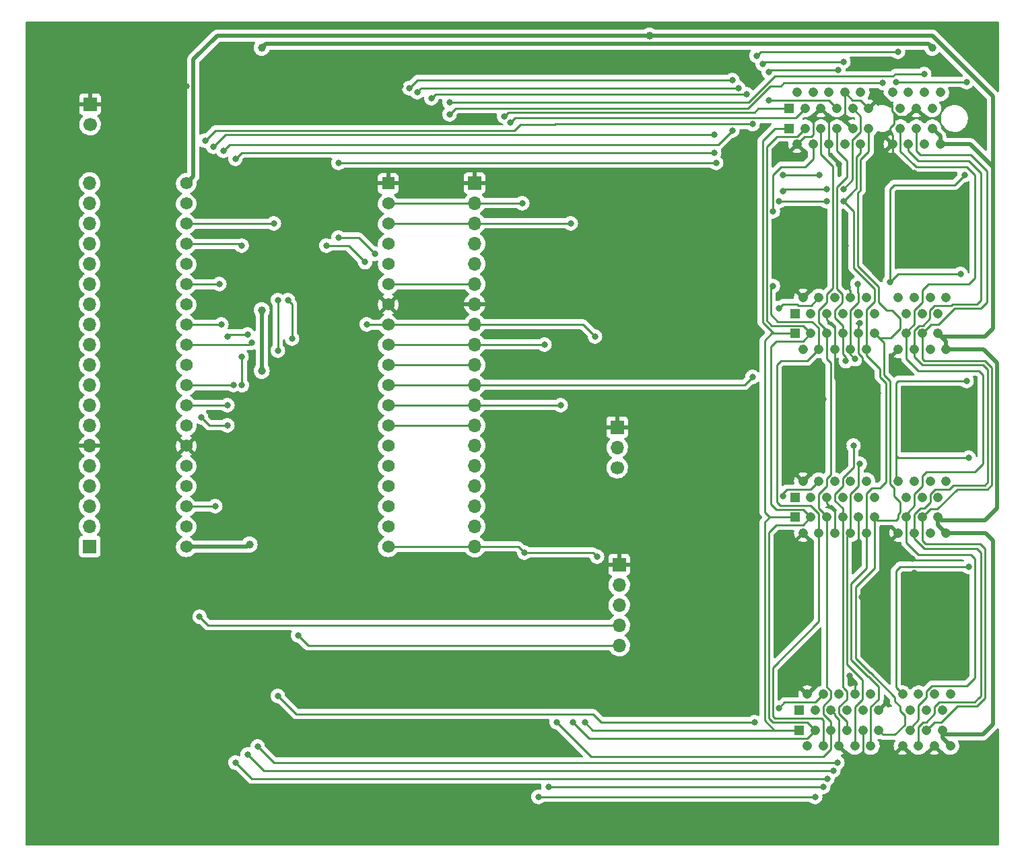
<source format=gbr>
%TF.GenerationSoftware,KiCad,Pcbnew,(6.0.6-0)*%
%TF.CreationDate,2023-03-25T11:09:11-07:00*%
%TF.ProjectId,le2-daq-new,6c65322d-6461-4712-9d6e-65772e6b6963,rev?*%
%TF.SameCoordinates,Original*%
%TF.FileFunction,Copper,L2,Bot*%
%TF.FilePolarity,Positive*%
%FSLAX46Y46*%
G04 Gerber Fmt 4.6, Leading zero omitted, Abs format (unit mm)*
G04 Created by KiCad (PCBNEW (6.0.6-0)) date 2023-03-25 11:09:11*
%MOMM*%
%LPD*%
G01*
G04 APERTURE LIST*
%TA.AperFunction,ComponentPad*%
%ADD10R,1.700000X1.700000*%
%TD*%
%TA.AperFunction,ComponentPad*%
%ADD11O,1.700000X1.700000*%
%TD*%
%TA.AperFunction,ComponentPad*%
%ADD12R,1.208000X1.208000*%
%TD*%
%TA.AperFunction,ComponentPad*%
%ADD13C,1.208000*%
%TD*%
%TA.AperFunction,ComponentPad*%
%ADD14C,1.560000*%
%TD*%
%TA.AperFunction,ComponentPad*%
%ADD15R,1.560000X1.560000*%
%TD*%
%TA.AperFunction,ComponentPad*%
%ADD16C,1.700000*%
%TD*%
%TA.AperFunction,ViaPad*%
%ADD17C,1.000000*%
%TD*%
%TA.AperFunction,ViaPad*%
%ADD18C,4.000000*%
%TD*%
%TA.AperFunction,ViaPad*%
%ADD19C,0.800000*%
%TD*%
%TA.AperFunction,Conductor*%
%ADD20C,0.508000*%
%TD*%
%TA.AperFunction,Conductor*%
%ADD21C,0.254000*%
%TD*%
%TA.AperFunction,Conductor*%
%ADD22C,0.250000*%
%TD*%
G04 APERTURE END LIST*
D10*
%TO.P,J9,1,Pin_1*%
%TO.N,GND*%
X157226000Y-101605000D03*
D11*
%TO.P,J9,2,Pin_2*%
%TO.N,+3.3V*%
X157226000Y-104145000D03*
%TO.P,J9,3,Pin_3*%
%TO.N,CAP CLK*%
X157226000Y-106685000D03*
%TO.P,J9,4,Pin_4*%
%TO.N,CAP 1*%
X157226000Y-109225000D03*
%TO.P,J9,5,Pin_5*%
%TO.N,CAP 2*%
X157226000Y-111765000D03*
%TD*%
D12*
%TO.P,J2,A01,Pin_a1*%
%TO.N,RL SDA*%
X179326000Y-70012000D03*
D13*
%TO.P,J2,A02,Pin_a2*%
%TO.N,GND*%
X180326000Y-68012000D03*
%TO.P,J2,A03,Pin_a3*%
%TO.N,TC SDO*%
X181326000Y-70012000D03*
%TO.P,J2,A04,Pin_a4*%
%TO.N,TC SDI*%
X182326000Y-68012000D03*
%TO.P,J2,A05,Pin_a5*%
%TO.N,GND*%
X183326000Y-70012000D03*
%TO.P,J2,A06,Pin_a6*%
%TO.N,HX 1*%
X184326000Y-68012000D03*
%TO.P,J2,A07,Pin_a7*%
%TO.N,HX 3*%
X185326000Y-70012000D03*
%TO.P,J2,A08,Pin_a8*%
%TO.N,GND*%
X186326000Y-68012000D03*
%TO.P,J2,A09,Pin_a9*%
%TO.N,HX 5*%
X187326000Y-70012000D03*
%TO.P,J2,A10,Pin_a10*%
%TO.N,HX 7*%
X188326000Y-68012000D03*
%TO.P,J2,A11,Pin_a11*%
%TO.N,GND*%
X189326000Y-70012000D03*
%TO.P,J2,A12,Pin_a12*%
%TO.N,HX CLK*%
X192326000Y-68012000D03*
%TO.P,J2,A13,Pin_a13*%
%TO.N,CAP 2*%
X193326000Y-70012000D03*
%TO.P,J2,A14,Pin_a14*%
%TO.N,PHOTORES*%
X194326000Y-68012000D03*
%TO.P,J2,A15,Pin_a15*%
%TO.N,GND*%
X195326000Y-70012000D03*
%TO.P,J2,A16,Pin_a16*%
%TO.N,EXTRA*%
X196326000Y-68012000D03*
%TO.P,J2,A17,Pin_a17*%
%TO.N,+5V*%
X197326000Y-70012000D03*
%TO.P,J2,A18,Pin_a18*%
X198326000Y-68012000D03*
D12*
%TO.P,J2,B01,Pin_b1*%
%TO.N,RL SCL*%
X179326000Y-72512000D03*
D13*
%TO.P,J2,B02,Pin_b2*%
%TO.N,GND*%
X180326000Y-74512000D03*
%TO.P,J2,B03,Pin_b3*%
%TO.N,TC1 CS*%
X181326000Y-72512000D03*
%TO.P,J2,B04,Pin_b4*%
%TO.N,TC2 CS*%
X182326000Y-74512000D03*
%TO.P,J2,B05,Pin_b5*%
%TO.N,TC CLK*%
X183326000Y-72512000D03*
%TO.P,J2,B06,Pin_b6*%
%TO.N,GND*%
X184326000Y-74512000D03*
%TO.P,J2,B07,Pin_b7*%
%TO.N,HX 2*%
X185326000Y-72512000D03*
%TO.P,J2,B08,Pin_b8*%
%TO.N,HX 4*%
X186326000Y-74512000D03*
%TO.P,J2,B09,Pin_b9*%
%TO.N,GND*%
X187326000Y-72512000D03*
%TO.P,J2,B10,Pin_b10*%
%TO.N,HX 6*%
X188326000Y-74512000D03*
%TO.P,J2,B11,Pin_b11*%
%TO.N,HX 8*%
X189326000Y-72512000D03*
%TO.P,J2,B12,Pin_b12*%
%TO.N,GND*%
X192326000Y-74512000D03*
%TO.P,J2,B13,Pin_b13*%
%TO.N,CAP 1*%
X193326000Y-72512000D03*
%TO.P,J2,B14,Pin_b14*%
%TO.N,RL INT*%
X194326000Y-74512000D03*
%TO.P,J2,B15,Pin_b15*%
%TO.N,CAP CLK*%
X195326000Y-72512000D03*
%TO.P,J2,B16,Pin_b16*%
%TO.N,GND*%
X196326000Y-74512000D03*
%TO.P,J2,B17,Pin_b17*%
%TO.N,+3.3V*%
X197326000Y-72512000D03*
%TO.P,J2,B18,Pin_b18*%
X198326000Y-74512000D03*
%TD*%
D12*
%TO.P,J1,A01,Pin_a1*%
%TO.N,RL SDA*%
X178596000Y-44216000D03*
D13*
%TO.P,J1,A02,Pin_a2*%
%TO.N,GND*%
X179596000Y-42216000D03*
%TO.P,J1,A03,Pin_a3*%
%TO.N,TC SDO*%
X180596000Y-44216000D03*
%TO.P,J1,A04,Pin_a4*%
%TO.N,TC SDI*%
X181596000Y-42216000D03*
%TO.P,J1,A05,Pin_a5*%
%TO.N,GND*%
X182596000Y-44216000D03*
%TO.P,J1,A06,Pin_a6*%
%TO.N,HX 1*%
X183596000Y-42216000D03*
%TO.P,J1,A07,Pin_a7*%
%TO.N,HX 3*%
X184596000Y-44216000D03*
%TO.P,J1,A08,Pin_a8*%
%TO.N,GND*%
X185596000Y-42216000D03*
%TO.P,J1,A09,Pin_a9*%
%TO.N,HX 5*%
X186596000Y-44216000D03*
%TO.P,J1,A10,Pin_a10*%
%TO.N,HX 7*%
X187596000Y-42216000D03*
%TO.P,J1,A11,Pin_a11*%
%TO.N,GND*%
X188596000Y-44216000D03*
%TO.P,J1,A12,Pin_a12*%
%TO.N,HX CLK*%
X191596000Y-42216000D03*
%TO.P,J1,A13,Pin_a13*%
%TO.N,CAP 2*%
X192596000Y-44216000D03*
%TO.P,J1,A14,Pin_a14*%
%TO.N,PHOTORES*%
X193596000Y-42216000D03*
%TO.P,J1,A15,Pin_a15*%
%TO.N,GND*%
X194596000Y-44216000D03*
%TO.P,J1,A16,Pin_a16*%
%TO.N,EXTRA*%
X195596000Y-42216000D03*
%TO.P,J1,A17,Pin_a17*%
%TO.N,+5V*%
X196596000Y-44216000D03*
%TO.P,J1,A18,Pin_a18*%
X197596000Y-42216000D03*
D12*
%TO.P,J1,B01,Pin_b1*%
%TO.N,RL SCL*%
X178596000Y-46716000D03*
D13*
%TO.P,J1,B02,Pin_b2*%
%TO.N,GND*%
X179596000Y-48716000D03*
%TO.P,J1,B03,Pin_b3*%
%TO.N,TC1 CS*%
X180596000Y-46716000D03*
%TO.P,J1,B04,Pin_b4*%
%TO.N,TC2 CS*%
X181596000Y-48716000D03*
%TO.P,J1,B05,Pin_b5*%
%TO.N,TC CLK*%
X182596000Y-46716000D03*
%TO.P,J1,B06,Pin_b6*%
%TO.N,GND*%
X183596000Y-48716000D03*
%TO.P,J1,B07,Pin_b7*%
%TO.N,HX 2*%
X184596000Y-46716000D03*
%TO.P,J1,B08,Pin_b8*%
%TO.N,HX 4*%
X185596000Y-48716000D03*
%TO.P,J1,B09,Pin_b9*%
%TO.N,GND*%
X186596000Y-46716000D03*
%TO.P,J1,B10,Pin_b10*%
%TO.N,HX 6*%
X187596000Y-48716000D03*
%TO.P,J1,B11,Pin_b11*%
%TO.N,HX 8*%
X188596000Y-46716000D03*
%TO.P,J1,B12,Pin_b12*%
%TO.N,GND*%
X191596000Y-48716000D03*
%TO.P,J1,B13,Pin_b13*%
%TO.N,CAP 1*%
X192596000Y-46716000D03*
%TO.P,J1,B14,Pin_b14*%
%TO.N,RL INT*%
X193596000Y-48716000D03*
%TO.P,J1,B15,Pin_b15*%
%TO.N,CAP CLK*%
X194596000Y-46716000D03*
%TO.P,J1,B16,Pin_b16*%
%TO.N,GND*%
X195596000Y-48716000D03*
%TO.P,J1,B17,Pin_b17*%
%TO.N,+3.3V*%
X196596000Y-46716000D03*
%TO.P,J1,B18,Pin_b18*%
X197596000Y-48716000D03*
%TD*%
D14*
%TO.P,U1,1,3V3*%
%TO.N,+3.3V*%
X102769000Y-53646000D03*
%TO.P,U1,2,EN*%
%TO.N,EN*%
X102769000Y-56186000D03*
%TO.P,U1,3,SENSOR_VP*%
%TO.N,HX 1*%
X102769000Y-58726000D03*
%TO.P,U1,4,SENSOR_VN*%
%TO.N,HX 2*%
X102769000Y-61266000D03*
%TO.P,U1,5,IO34*%
%TO.N,HX 3*%
X102769000Y-63806000D03*
%TO.P,U1,6,IO35*%
%TO.N,HX 4*%
X102769000Y-66346000D03*
%TO.P,U1,7,IO32*%
%TO.N,HX 5*%
X102769000Y-68886000D03*
%TO.P,U1,8,IO33*%
%TO.N,HX 6*%
X102769000Y-71426000D03*
%TO.P,U1,9,IO25*%
%TO.N,HX 7*%
X102769000Y-73966000D03*
%TO.P,U1,10,IO26*%
%TO.N,HX 8*%
X102769000Y-76506000D03*
%TO.P,U1,11,IO27*%
%TO.N,HX CLK*%
X102769000Y-79046000D03*
%TO.P,U1,12,IO14*%
%TO.N,EXTRA*%
X102769000Y-81586000D03*
%TO.P,U1,13,IO12*%
%TO.N,unconnected-(U1-Pad13)*%
X102769000Y-84126000D03*
%TO.P,U1,14,GND1*%
%TO.N,GND*%
X102769000Y-86666000D03*
%TO.P,U1,15,IO13*%
%TO.N,unconnected-(U1-Pad15)*%
X102769000Y-89206000D03*
%TO.P,U1,16,SD2*%
%TO.N,CAP 1*%
X102769000Y-91746000D03*
%TO.P,U1,17,SD3*%
%TO.N,CAP 2*%
X102769000Y-94286000D03*
%TO.P,U1,18,CMD*%
%TO.N,unconnected-(U1-Pad18)*%
X102769000Y-96826000D03*
%TO.P,U1,19,EXT_5V*%
%TO.N,+5V*%
X102769000Y-99366000D03*
D15*
%TO.P,U1,20,GND3*%
%TO.N,GND*%
X128169000Y-53646000D03*
D14*
%TO.P,U1,21,IO23*%
%TO.N,RL INT*%
X128169000Y-56186000D03*
%TO.P,U1,22,IO22*%
%TO.N,RL SCL*%
X128169000Y-58726000D03*
%TO.P,U1,23,TXD0*%
%TO.N,unconnected-(U1-Pad23)*%
X128169000Y-61266000D03*
%TO.P,U1,24,RXD0*%
%TO.N,unconnected-(U1-Pad24)*%
X128169000Y-63806000D03*
%TO.P,U1,25,IO21*%
%TO.N,RL SDA*%
X128169000Y-66346000D03*
%TO.P,U1,26,GND2*%
%TO.N,GND*%
X128169000Y-68886000D03*
%TO.P,U1,27,IO19*%
%TO.N,PHOTORES*%
X128169000Y-71426000D03*
%TO.P,U1,28,IO18*%
%TO.N,TC CLK*%
X128169000Y-73966000D03*
%TO.P,U1,29,IO5*%
%TO.N,TC SDO*%
X128169000Y-76506000D03*
%TO.P,U1,30,IO17*%
%TO.N,TC SDI*%
X128169000Y-79046000D03*
%TO.P,U1,31,IO16*%
%TO.N,TC1 CS*%
X128169000Y-81586000D03*
%TO.P,U1,32,IO4*%
%TO.N,TC2 CS*%
X128169000Y-84126000D03*
%TO.P,U1,33,IO0*%
%TO.N,unconnected-(U1-Pad33)*%
X128169000Y-86666000D03*
%TO.P,U1,34,IO2*%
%TO.N,unconnected-(U1-Pad34)*%
X128169000Y-89206000D03*
%TO.P,U1,35,IO15*%
%TO.N,unconnected-(U1-Pad35)*%
X128169000Y-91746000D03*
%TO.P,U1,36,SD1*%
%TO.N,unconnected-(U1-Pad36)*%
X128169000Y-94286000D03*
%TO.P,U1,37,SD0*%
%TO.N,unconnected-(U1-Pad37)*%
X128169000Y-96826000D03*
%TO.P,U1,38,CLK*%
%TO.N,CAP CLK*%
X128169000Y-99366000D03*
%TD*%
D12*
%TO.P,J4,A01,Pin_a1*%
%TO.N,RL SDA*%
X179866000Y-119908000D03*
D13*
%TO.P,J4,A02,Pin_a2*%
%TO.N,GND*%
X180866000Y-117908000D03*
%TO.P,J4,A03,Pin_a3*%
%TO.N,TC SDO*%
X181866000Y-119908000D03*
%TO.P,J4,A04,Pin_a4*%
%TO.N,TC SDI*%
X182866000Y-117908000D03*
%TO.P,J4,A05,Pin_a5*%
%TO.N,GND*%
X183866000Y-119908000D03*
%TO.P,J4,A06,Pin_a6*%
%TO.N,HX 1*%
X184866000Y-117908000D03*
%TO.P,J4,A07,Pin_a7*%
%TO.N,HX 3*%
X185866000Y-119908000D03*
%TO.P,J4,A08,Pin_a8*%
%TO.N,GND*%
X186866000Y-117908000D03*
%TO.P,J4,A09,Pin_a9*%
%TO.N,HX 5*%
X187866000Y-119908000D03*
%TO.P,J4,A10,Pin_a10*%
%TO.N,HX 7*%
X188866000Y-117908000D03*
%TO.P,J4,A11,Pin_a11*%
%TO.N,GND*%
X189866000Y-119908000D03*
%TO.P,J4,A12,Pin_a12*%
%TO.N,HX CLK*%
X192866000Y-117908000D03*
%TO.P,J4,A13,Pin_a13*%
%TO.N,CAP 2*%
X193866000Y-119908000D03*
%TO.P,J4,A14,Pin_a14*%
%TO.N,PHOTORES*%
X194866000Y-117908000D03*
%TO.P,J4,A15,Pin_a15*%
%TO.N,GND*%
X195866000Y-119908000D03*
%TO.P,J4,A16,Pin_a16*%
%TO.N,EXTRA*%
X196866000Y-117908000D03*
%TO.P,J4,A17,Pin_a17*%
%TO.N,+5V*%
X197866000Y-119908000D03*
%TO.P,J4,A18,Pin_a18*%
X198866000Y-117908000D03*
D12*
%TO.P,J4,B01,Pin_b1*%
%TO.N,RL SCL*%
X179866000Y-122408000D03*
D13*
%TO.P,J4,B02,Pin_b2*%
%TO.N,GND*%
X180866000Y-124408000D03*
%TO.P,J4,B03,Pin_b3*%
%TO.N,TC1 CS*%
X181866000Y-122408000D03*
%TO.P,J4,B04,Pin_b4*%
%TO.N,TC2 CS*%
X182866000Y-124408000D03*
%TO.P,J4,B05,Pin_b5*%
%TO.N,TC CLK*%
X183866000Y-122408000D03*
%TO.P,J4,B06,Pin_b6*%
%TO.N,GND*%
X184866000Y-124408000D03*
%TO.P,J4,B07,Pin_b7*%
%TO.N,HX 2*%
X185866000Y-122408000D03*
%TO.P,J4,B08,Pin_b8*%
%TO.N,HX 4*%
X186866000Y-124408000D03*
%TO.P,J4,B09,Pin_b9*%
%TO.N,GND*%
X187866000Y-122408000D03*
%TO.P,J4,B10,Pin_b10*%
%TO.N,HX 6*%
X188866000Y-124408000D03*
%TO.P,J4,B11,Pin_b11*%
%TO.N,HX 8*%
X189866000Y-122408000D03*
%TO.P,J4,B12,Pin_b12*%
%TO.N,GND*%
X192866000Y-124408000D03*
%TO.P,J4,B13,Pin_b13*%
%TO.N,CAP 1*%
X193866000Y-122408000D03*
%TO.P,J4,B14,Pin_b14*%
%TO.N,RL INT*%
X194866000Y-124408000D03*
%TO.P,J4,B15,Pin_b15*%
%TO.N,CAP CLK*%
X195866000Y-122408000D03*
%TO.P,J4,B16,Pin_b16*%
%TO.N,GND*%
X196866000Y-124408000D03*
%TO.P,J4,B17,Pin_b17*%
%TO.N,+3.3V*%
X197866000Y-122408000D03*
%TO.P,J4,B18,Pin_b18*%
X198866000Y-124408000D03*
%TD*%
D16*
%TO.P,J5,1,Pin_1*%
%TO.N,+3.3V*%
X90678000Y-46233000D03*
D10*
%TO.P,J5,2,Pin_2*%
%TO.N,GND*%
X90678000Y-43693000D03*
%TD*%
%TO.P,J6,1,Pin_1*%
%TO.N,GND*%
X139034000Y-53604000D03*
D11*
%TO.P,J6,2,Pin_2*%
%TO.N,RL INT*%
X139034000Y-56144000D03*
%TO.P,J6,3,Pin_3*%
%TO.N,RL SCL*%
X139034000Y-58684000D03*
%TO.P,J6,4,Pin_4*%
%TO.N,unconnected-(J6-Pad4)*%
X139034000Y-61224000D03*
%TO.P,J6,5,Pin_5*%
%TO.N,unconnected-(J6-Pad5)*%
X139034000Y-63764000D03*
%TO.P,J6,6,Pin_6*%
%TO.N,RL SDA*%
X139034000Y-66304000D03*
%TO.P,J6,7,Pin_7*%
%TO.N,GND*%
X139034000Y-68844000D03*
%TO.P,J6,8,Pin_8*%
%TO.N,PHOTORES*%
X139034000Y-71384000D03*
%TO.P,J6,9,Pin_9*%
%TO.N,TC CLK*%
X139034000Y-73924000D03*
%TO.P,J6,10,Pin_10*%
%TO.N,TC SDO*%
X139034000Y-76464000D03*
%TO.P,J6,11,Pin_11*%
%TO.N,TC SDI*%
X139034000Y-79004000D03*
%TO.P,J6,12,Pin_12*%
%TO.N,TC1 CS*%
X139034000Y-81544000D03*
%TO.P,J6,13,Pin_13*%
%TO.N,TC2 CS*%
X139034000Y-84084000D03*
%TO.P,J6,14,Pin_14*%
%TO.N,unconnected-(J6-Pad14)*%
X139034000Y-86624000D03*
%TO.P,J6,15,Pin_15*%
%TO.N,unconnected-(J6-Pad15)*%
X139034000Y-89164000D03*
%TO.P,J6,16,Pin_16*%
%TO.N,unconnected-(J6-Pad16)*%
X139034000Y-91704000D03*
%TO.P,J6,17,Pin_17*%
%TO.N,unconnected-(J6-Pad17)*%
X139034000Y-94244000D03*
%TO.P,J6,18,Pin_18*%
%TO.N,unconnected-(J6-Pad18)*%
X139034000Y-96784000D03*
%TO.P,J6,19,Pin_19*%
%TO.N,CAP CLK*%
X139034000Y-99324000D03*
%TD*%
D16*
%TO.P,J8,1,Pin_1*%
%TO.N,PHOTORES*%
X156972000Y-89393000D03*
D11*
%TO.P,J8,2,Pin_2*%
%TO.N,+3.3V*%
X156972000Y-86853000D03*
D10*
%TO.P,J8,3,Pin_3*%
%TO.N,GND*%
X156972000Y-84313000D03*
%TD*%
%TO.P,J7,1,Pin_1*%
%TO.N,+5V*%
X90634000Y-99304000D03*
D11*
%TO.P,J7,2,Pin_2*%
%TO.N,unconnected-(J7-Pad2)*%
X90634000Y-96764000D03*
%TO.P,J7,3,Pin_3*%
%TO.N,CAP 2*%
X90634000Y-94224000D03*
%TO.P,J7,4,Pin_4*%
%TO.N,CAP 1*%
X90634000Y-91684000D03*
%TO.P,J7,5,Pin_5*%
%TO.N,unconnected-(J7-Pad5)*%
X90634000Y-89144000D03*
%TO.P,J7,6,Pin_6*%
%TO.N,GND*%
X90634000Y-86604000D03*
%TO.P,J7,7,Pin_7*%
%TO.N,unconnected-(J7-Pad7)*%
X90634000Y-84064000D03*
%TO.P,J7,8,Pin_8*%
%TO.N,EXTRA*%
X90634000Y-81524000D03*
%TO.P,J7,9,Pin_9*%
%TO.N,HX CLK*%
X90634000Y-78984000D03*
%TO.P,J7,10,Pin_10*%
%TO.N,HX 8*%
X90634000Y-76444000D03*
%TO.P,J7,11,Pin_11*%
%TO.N,HX 7*%
X90634000Y-73904000D03*
%TO.P,J7,12,Pin_12*%
%TO.N,HX 6*%
X90634000Y-71364000D03*
%TO.P,J7,13,Pin_13*%
%TO.N,HX 5*%
X90634000Y-68824000D03*
%TO.P,J7,14,Pin_14*%
%TO.N,HX 4*%
X90634000Y-66284000D03*
%TO.P,J7,15,Pin_15*%
%TO.N,HX 3*%
X90634000Y-63744000D03*
%TO.P,J7,16,Pin_16*%
%TO.N,HX 2*%
X90634000Y-61204000D03*
%TO.P,J7,17,Pin_17*%
%TO.N,HX 1*%
X90634000Y-58664000D03*
%TO.P,J7,18,Pin_18*%
%TO.N,EN*%
X90634000Y-56124000D03*
%TO.P,J7,19,Pin_19*%
%TO.N,+3.3V*%
X90634000Y-53584000D03*
%TD*%
D12*
%TO.P,J3,A01,Pin_a1*%
%TO.N,RL SDA*%
X179326000Y-93126000D03*
D13*
%TO.P,J3,A02,Pin_a2*%
%TO.N,GND*%
X180326000Y-91126000D03*
%TO.P,J3,A03,Pin_a3*%
%TO.N,TC SDO*%
X181326000Y-93126000D03*
%TO.P,J3,A04,Pin_a4*%
%TO.N,TC SDI*%
X182326000Y-91126000D03*
%TO.P,J3,A05,Pin_a5*%
%TO.N,GND*%
X183326000Y-93126000D03*
%TO.P,J3,A06,Pin_a6*%
%TO.N,HX 1*%
X184326000Y-91126000D03*
%TO.P,J3,A07,Pin_a7*%
%TO.N,HX 3*%
X185326000Y-93126000D03*
%TO.P,J3,A08,Pin_a8*%
%TO.N,GND*%
X186326000Y-91126000D03*
%TO.P,J3,A09,Pin_a9*%
%TO.N,HX 5*%
X187326000Y-93126000D03*
%TO.P,J3,A10,Pin_a10*%
%TO.N,HX 7*%
X188326000Y-91126000D03*
%TO.P,J3,A11,Pin_a11*%
%TO.N,GND*%
X189326000Y-93126000D03*
%TO.P,J3,A12,Pin_a12*%
%TO.N,HX CLK*%
X192326000Y-91126000D03*
%TO.P,J3,A13,Pin_a13*%
%TO.N,CAP 2*%
X193326000Y-93126000D03*
%TO.P,J3,A14,Pin_a14*%
%TO.N,PHOTORES*%
X194326000Y-91126000D03*
%TO.P,J3,A15,Pin_a15*%
%TO.N,GND*%
X195326000Y-93126000D03*
%TO.P,J3,A16,Pin_a16*%
%TO.N,EXTRA*%
X196326000Y-91126000D03*
%TO.P,J3,A17,Pin_a17*%
%TO.N,+5V*%
X197326000Y-93126000D03*
%TO.P,J3,A18,Pin_a18*%
X198326000Y-91126000D03*
D12*
%TO.P,J3,B01,Pin_b1*%
%TO.N,RL SCL*%
X179326000Y-95626000D03*
D13*
%TO.P,J3,B02,Pin_b2*%
%TO.N,GND*%
X180326000Y-97626000D03*
%TO.P,J3,B03,Pin_b3*%
%TO.N,TC1 CS*%
X181326000Y-95626000D03*
%TO.P,J3,B04,Pin_b4*%
%TO.N,TC2 CS*%
X182326000Y-97626000D03*
%TO.P,J3,B05,Pin_b5*%
%TO.N,TC CLK*%
X183326000Y-95626000D03*
%TO.P,J3,B06,Pin_b6*%
%TO.N,GND*%
X184326000Y-97626000D03*
%TO.P,J3,B07,Pin_b7*%
%TO.N,HX 2*%
X185326000Y-95626000D03*
%TO.P,J3,B08,Pin_b8*%
%TO.N,HX 4*%
X186326000Y-97626000D03*
%TO.P,J3,B09,Pin_b9*%
%TO.N,GND*%
X187326000Y-95626000D03*
%TO.P,J3,B10,Pin_b10*%
%TO.N,HX 6*%
X188326000Y-97626000D03*
%TO.P,J3,B11,Pin_b11*%
%TO.N,HX 8*%
X189326000Y-95626000D03*
%TO.P,J3,B12,Pin_b12*%
%TO.N,GND*%
X192326000Y-97626000D03*
%TO.P,J3,B13,Pin_b13*%
%TO.N,CAP 1*%
X193326000Y-95626000D03*
%TO.P,J3,B14,Pin_b14*%
%TO.N,RL INT*%
X194326000Y-97626000D03*
%TO.P,J3,B15,Pin_b15*%
%TO.N,CAP CLK*%
X195326000Y-95626000D03*
%TO.P,J3,B16,Pin_b16*%
%TO.N,GND*%
X196326000Y-97626000D03*
%TO.P,J3,B17,Pin_b17*%
%TO.N,+3.3V*%
X197326000Y-95626000D03*
%TO.P,J3,B18,Pin_b18*%
X198326000Y-97626000D03*
%TD*%
D17*
%TO.N,+3.3V*%
X161036000Y-35052000D03*
D18*
%TO.N,GND*%
X84836000Y-134874000D03*
D19*
X200660000Y-60960000D03*
X170180000Y-59055000D03*
X186182000Y-115570000D03*
X102515000Y-110744000D03*
X117501000Y-86868000D03*
X121057000Y-41402000D03*
X194310000Y-52324000D03*
X118517000Y-41402000D03*
X122047000Y-114300000D03*
X127762000Y-116840000D03*
X96165000Y-35433000D03*
X189756500Y-42418000D03*
X120041000Y-81153000D03*
X170180000Y-89408000D03*
X110643000Y-41402000D03*
X99975000Y-110744000D03*
X193037501Y-79756000D03*
X129693000Y-41402000D03*
X196342000Y-103124000D03*
X170180000Y-64770000D03*
X185420000Y-86614000D03*
X185674000Y-61468000D03*
D18*
X202692000Y-36068000D03*
D19*
X95403000Y-41402000D03*
D18*
X84836000Y-36068000D03*
D19*
X120041000Y-86868000D03*
X191770000Y-77216000D03*
X195580000Y-55880000D03*
X102515000Y-105029000D03*
X102616000Y-116967000D03*
X167640000Y-64770000D03*
X195580000Y-38354000D03*
X185166000Y-78994000D03*
X167894000Y-107696000D03*
X199136000Y-39624000D03*
X105309000Y-41402000D03*
X143510000Y-90932000D03*
X182880000Y-80772000D03*
X178035500Y-80772000D03*
X189738000Y-80010000D03*
X179832000Y-116332000D03*
X173990000Y-118110000D03*
X188214000Y-55626000D03*
X167640000Y-89408000D03*
X92101000Y-105029000D03*
X167894000Y-101981000D03*
X135001000Y-117094000D03*
X127153000Y-41402000D03*
X122047000Y-116840000D03*
X178054000Y-61976000D03*
X195326000Y-62738000D03*
X113183000Y-41402000D03*
X94742000Y-116967000D03*
X196342000Y-79756000D03*
X117501000Y-81153000D03*
X100076000Y-122682000D03*
X94641000Y-105029000D03*
X103531000Y-35433000D03*
X194091500Y-100838000D03*
X135001000Y-114554000D03*
X184827666Y-51250849D03*
X181356000Y-112776000D03*
X99975000Y-105029000D03*
X143510000Y-93853000D03*
X94641000Y-110744000D03*
X97943000Y-41402000D03*
X92202000Y-122682000D03*
X187724500Y-105664000D03*
X100076000Y-116967000D03*
X167640000Y-83693000D03*
X180340000Y-80772000D03*
X187198000Y-101600000D03*
X187706000Y-125984000D03*
X170180000Y-83693000D03*
X187468085Y-71261449D03*
X120041000Y-91313000D03*
X170434000Y-107696000D03*
X94742000Y-122682000D03*
X180104500Y-103632000D03*
X195834000Y-85598000D03*
X190754000Y-51308000D03*
X182880000Y-61468000D03*
D18*
X202692000Y-134620000D03*
D19*
X140716000Y-117094000D03*
X188722000Y-38608000D03*
X117501000Y-91313000D03*
X92101000Y-110744000D03*
X167640000Y-59055000D03*
X170434000Y-101981000D03*
X127762000Y-114300000D03*
X191008000Y-100584000D03*
X92202000Y-116967000D03*
X98705000Y-35433000D03*
X102616000Y-122682000D03*
X140716000Y-114554000D03*
X194310000Y-102634500D03*
X102769000Y-41402000D03*
%TO.N,TC2 CS*%
X126492000Y-62484000D03*
X121901500Y-60452000D03*
X169418000Y-51054000D03*
X121920000Y-51054000D03*
X176548500Y-57150000D03*
X176548500Y-66548000D03*
%TO.N,TC1 CS*%
X149860000Y-81534000D03*
X151384000Y-121412000D03*
%TO.N,TC SDO*%
X143528500Y-45974000D03*
%TO.N,TC CLK*%
X149352000Y-121412000D03*
X147828000Y-73914000D03*
%TO.N,HX 6*%
X177310500Y-55880000D03*
X169164000Y-49784000D03*
X107188000Y-71374000D03*
X108966000Y-50546000D03*
X183307500Y-55880000D03*
X185420000Y-55880000D03*
%TO.N,HX 8*%
X107950000Y-84074000D03*
X184150000Y-127508000D03*
X104648000Y-83058000D03*
X110490000Y-125476000D03*
%TO.N,CAP 1*%
X108966000Y-126492000D03*
X183388000Y-128524000D03*
X104452982Y-108145018D03*
%TO.N,CAP 2*%
X106426000Y-94234000D03*
X115570000Y-68326000D03*
X185420000Y-38354000D03*
X110490000Y-72644000D03*
X116078000Y-73152000D03*
X116840000Y-110490000D03*
X172212000Y-41637500D03*
X131826000Y-42164000D03*
X107950000Y-72898000D03*
X175260000Y-38608000D03*
%TO.N,CAP CLK*%
X145288000Y-100076000D03*
X154432000Y-100584000D03*
X181864000Y-130810000D03*
X147066000Y-130810000D03*
%TO.N,HX CLK*%
X200914000Y-40894000D03*
X191262000Y-66040000D03*
X190387000Y-41007000D03*
X108712000Y-78994000D03*
X201149500Y-101854000D03*
X200660000Y-52578000D03*
X192024000Y-40894000D03*
X200914000Y-78486000D03*
X135890000Y-44958000D03*
X201168000Y-88138000D03*
X200152000Y-65024000D03*
%TO.N,PHOTORES*%
X125476000Y-71374000D03*
X125265897Y-63543897D03*
X192278000Y-37084000D03*
X154178000Y-72898000D03*
X120396000Y-61468000D03*
X171450000Y-40640000D03*
X174498000Y-37592000D03*
X130810000Y-41656000D03*
%TO.N,TC SDI*%
X177310500Y-119634000D03*
X177310500Y-69342000D03*
X177818500Y-92964000D03*
X173990000Y-77978000D03*
%TO.N,RL INT*%
X182880000Y-129540000D03*
X148336000Y-129540000D03*
X145034000Y-56134000D03*
%TO.N,EXTRA*%
X107950000Y-81534000D03*
X195580000Y-39878000D03*
X135890000Y-43434000D03*
D17*
%TO.N,+5V*%
X110744000Y-99060000D03*
X112268000Y-69596000D03*
X112268000Y-77216000D03*
X112268000Y-36576000D03*
X196596000Y-36576000D03*
D19*
%TO.N,RL SCL*%
X152908000Y-121412000D03*
X151130000Y-58674000D03*
%TO.N,RL SDA*%
X142748000Y-45212000D03*
%TO.N,HX 7*%
X176022000Y-39624000D03*
X110998000Y-73660000D03*
X173228000Y-42418000D03*
X133604000Y-42926000D03*
X184750000Y-39370000D03*
%TO.N,HX 5*%
X106172000Y-49022000D03*
X185420000Y-54356000D03*
X169164000Y-47498000D03*
X177800000Y-54610000D03*
X183307500Y-54356000D03*
%TO.N,HX 4*%
X182390500Y-52578000D03*
X177800000Y-52578000D03*
X171450000Y-46990000D03*
X106934000Y-66294000D03*
X186906915Y-75742709D03*
X187198000Y-66294000D03*
X187470500Y-88900000D03*
X107442000Y-49530000D03*
%TO.N,HX 3*%
X176022000Y-43180000D03*
X173990000Y-46184425D03*
X105156000Y-48260000D03*
%TO.N,HX 2*%
X109728000Y-75438000D03*
X111760000Y-124460000D03*
X109746500Y-61468000D03*
X109790649Y-79019146D03*
X186690000Y-86614000D03*
X185717897Y-75989897D03*
X184658000Y-126492000D03*
%TO.N,HX 1*%
X174244000Y-121412000D03*
X113792000Y-58674000D03*
X114300000Y-68326000D03*
X114300000Y-74676000D03*
X114300000Y-118110000D03*
%TD*%
D20*
%TO.N,+3.3V*%
X161036000Y-35052000D02*
X196596000Y-35052000D01*
X203454000Y-95758000D02*
X203454000Y-95796931D01*
X103677000Y-38055000D02*
X106680000Y-35052000D01*
X203195930Y-72941001D02*
X204216000Y-71920931D01*
X197326000Y-96626000D02*
X198326000Y-97626000D01*
X197755001Y-96055001D02*
X197326000Y-95626000D01*
X102769000Y-53646000D02*
X103677000Y-52738000D01*
X197596000Y-48716000D02*
X197596000Y-47716000D01*
X203036000Y-74512000D02*
X204724000Y-76200000D01*
X204216000Y-98552000D02*
X204216000Y-121666000D01*
X198326000Y-74512000D02*
X203036000Y-74512000D01*
X197755001Y-72941001D02*
X203195930Y-72941001D01*
X197866000Y-123408000D02*
X198866000Y-124408000D01*
X197596000Y-47716000D02*
X196596000Y-46716000D01*
X197326000Y-95626000D02*
X197326000Y-96626000D01*
X204216000Y-52324000D02*
X204216000Y-51562000D01*
X106680000Y-35052000D02*
X161036000Y-35052000D01*
X204216000Y-42672000D02*
X204216000Y-52324000D01*
X201370000Y-48716000D02*
X197596000Y-48716000D01*
X204724000Y-94488000D02*
X203454000Y-95758000D01*
X196596000Y-35052000D02*
X204216000Y-42672000D01*
X198326000Y-97626000D02*
X203290000Y-97626000D01*
X202946000Y-122936000D02*
X198120000Y-122936000D01*
X204216000Y-71920931D02*
X204216000Y-52324000D01*
X204216000Y-121666000D02*
X202946000Y-122936000D01*
X198326000Y-73512000D02*
X197326000Y-72512000D01*
X204724000Y-76200000D02*
X204724000Y-94488000D01*
X204216000Y-51562000D02*
X201370000Y-48716000D01*
X203195930Y-96055001D02*
X197755001Y-96055001D01*
X197866000Y-122408000D02*
X197866000Y-123408000D01*
X103677000Y-52738000D02*
X103677000Y-38055000D01*
X197326000Y-72512000D02*
X197755001Y-72941001D01*
X203454000Y-95796931D02*
X203195930Y-96055001D01*
X198326000Y-74512000D02*
X198326000Y-73512000D01*
X203290000Y-97626000D02*
X204216000Y-98552000D01*
D21*
%TO.N,GND*%
X183596000Y-45216000D02*
X183596000Y-45928000D01*
X191262000Y-47244000D02*
X191596000Y-47578000D01*
X188596000Y-44216000D02*
X187581000Y-43201000D01*
X194310000Y-102634500D02*
X194310000Y-102870000D01*
X190246000Y-42418000D02*
X189756500Y-42418000D01*
X191603500Y-44616500D02*
X191516000Y-44529001D01*
X191516000Y-44529001D02*
X191516000Y-43688000D01*
X188722000Y-78994000D02*
X189738000Y-80010000D01*
X179596000Y-48716000D02*
X180560000Y-47752000D01*
X197866000Y-38354000D02*
X199136000Y-39624000D01*
X191596000Y-48716000D02*
X191596000Y-50466000D01*
X182596000Y-44216000D02*
X183596000Y-45216000D01*
X180560000Y-47752000D02*
X181356000Y-47752000D01*
X185300000Y-45420000D02*
X186596000Y-46716000D01*
X187326000Y-72512000D02*
X187326000Y-75058000D01*
X191596000Y-50466000D02*
X190754000Y-51308000D01*
X185596000Y-44944000D02*
X185120000Y-45420000D01*
X179832000Y-116332000D02*
X181356000Y-114808000D01*
X193837500Y-100584000D02*
X194091500Y-100838000D01*
X194310000Y-102870000D02*
X194564000Y-103124000D01*
X178562000Y-61468000D02*
X178054000Y-61976000D01*
X193294000Y-51308000D02*
X194310000Y-52324000D01*
X191798001Y-44811001D02*
X191603500Y-44616500D01*
X185596000Y-42216000D02*
X185596000Y-44944000D01*
X185120000Y-45420000D02*
X185300000Y-45420000D01*
X195580000Y-38354000D02*
X197866000Y-38354000D01*
X184104000Y-45420000D02*
X185120000Y-45420000D01*
X183885001Y-119908000D02*
X183866000Y-119908000D01*
X191008000Y-105156000D02*
X191008000Y-100584000D01*
X187818000Y-75550000D02*
X187818000Y-77978000D01*
X194564000Y-103124000D02*
X196342000Y-103124000D01*
X191262000Y-46656999D02*
X191262000Y-47244000D01*
X187326000Y-75058000D02*
X187818000Y-75550000D01*
X195326000Y-62738000D02*
X197104000Y-60960000D01*
X184326000Y-78154000D02*
X184326000Y-74512000D01*
X181356000Y-47752000D02*
X181610000Y-47498000D01*
X191516000Y-43688000D02*
X190246000Y-42418000D01*
X183326000Y-93918000D02*
X184326000Y-94918000D01*
X192199000Y-45212000D02*
X193600000Y-45212000D01*
X186690000Y-78994000D02*
X188722000Y-78994000D01*
X183326000Y-70804000D02*
X183326000Y-70012000D01*
X187581000Y-43201000D02*
X186581000Y-43201000D01*
X185166000Y-78994000D02*
X184326000Y-78154000D01*
X186690000Y-78994000D02*
X185166000Y-78994000D01*
X186802000Y-78994000D02*
X186690000Y-78994000D01*
X185674000Y-66505816D02*
X185674000Y-61468000D01*
X191798001Y-45437999D02*
X191798001Y-46120998D01*
X183596000Y-50019183D02*
X184827666Y-51250849D01*
X187326000Y-95626000D02*
X187326000Y-101472000D01*
X184326000Y-71804000D02*
X183326000Y-70804000D01*
X191798001Y-44811001D02*
X192199000Y-45212000D01*
X183596000Y-48716000D02*
X183596000Y-45928000D01*
X184326000Y-74512000D02*
X184326000Y-71804000D01*
X191798001Y-45437999D02*
X191798001Y-44811001D01*
X181610000Y-47498000D02*
X181610000Y-45202000D01*
X187818000Y-77978000D02*
X186802000Y-78994000D01*
X191798001Y-46120998D02*
X191262000Y-46656999D01*
X190754000Y-53086000D02*
X190754000Y-51308000D01*
X187326000Y-101472000D02*
X187198000Y-101600000D01*
X186326000Y-67157816D02*
X186326000Y-68012000D01*
X183596000Y-48716000D02*
X183596000Y-50019183D01*
X183596000Y-45928000D02*
X184104000Y-45420000D01*
X178035500Y-80772000D02*
X180340000Y-80772000D01*
X193600000Y-45212000D02*
X194596000Y-44216000D01*
X191008000Y-100584000D02*
X193837500Y-100584000D01*
X191603500Y-44616500D02*
X191770000Y-44783001D01*
X197104000Y-60960000D02*
X200660000Y-60960000D01*
X190500000Y-105664000D02*
X191008000Y-105156000D01*
X185420000Y-86614000D02*
X185166000Y-86360000D01*
X196342000Y-79756000D02*
X193037501Y-79756000D01*
X181356000Y-114808000D02*
X181356000Y-112776000D01*
X180340000Y-80772000D02*
X182880000Y-80772000D01*
X184373001Y-120396000D02*
X183885001Y-119908000D01*
X187866000Y-125824000D02*
X187706000Y-125984000D01*
X184326000Y-94918000D02*
X184326000Y-97626000D01*
X182880000Y-61468000D02*
X178562000Y-61468000D01*
X191596000Y-47578000D02*
X191596000Y-48716000D01*
X185166000Y-86360000D02*
X185166000Y-78994000D01*
X184866000Y-124408000D02*
X184866000Y-121068420D01*
X186326000Y-67157816D02*
X185674000Y-66505816D01*
X187866000Y-122408000D02*
X187866000Y-125824000D01*
X186866000Y-116254000D02*
X186182000Y-115570000D01*
X181610000Y-45202000D02*
X182596000Y-44216000D01*
X187326000Y-71403534D02*
X187468085Y-71261449D01*
X184373001Y-120575421D02*
X184373001Y-120396000D01*
X188214000Y-55626000D02*
X190754000Y-53086000D01*
X186866000Y-117908000D02*
X186866000Y-116254000D01*
X183326000Y-93126000D02*
X183326000Y-93918000D01*
X187326000Y-72512000D02*
X187326000Y-71403534D01*
X190754000Y-51308000D02*
X193294000Y-51308000D01*
X187724500Y-105664000D02*
X190500000Y-105664000D01*
X184866000Y-121068420D02*
X184373001Y-120575421D01*
X186581000Y-43201000D02*
X185596000Y-42216000D01*
%TO.N,TC2 CS*%
X177038000Y-93726000D02*
X177445000Y-94133000D01*
X123444000Y-51054000D02*
X121920000Y-51054000D01*
X177186790Y-71014790D02*
X181504790Y-71014790D01*
X182326000Y-108758000D02*
X176530000Y-114554000D01*
X181504790Y-71014790D02*
X182326000Y-71836000D01*
X176276000Y-70104000D02*
X177186790Y-71014790D01*
X182626000Y-120904000D02*
X176784000Y-120904000D01*
X177546000Y-51562000D02*
X176530000Y-52578000D01*
X182326000Y-71836000D02*
X182326000Y-74512000D01*
X182880000Y-121158000D02*
X182626000Y-120904000D01*
X176276000Y-66820500D02*
X176276000Y-70104000D01*
X182326000Y-95204000D02*
X182326000Y-97626000D01*
X182866000Y-124408000D02*
X182866000Y-121934000D01*
X177038000Y-76454000D02*
X177038000Y-93726000D01*
X181596000Y-50560000D02*
X180594000Y-51562000D01*
X182326000Y-97626000D02*
X182326000Y-108758000D01*
X181596000Y-48716000D02*
X181596000Y-50560000D01*
X176530000Y-120650000D02*
X176530000Y-114554000D01*
X128169000Y-84126000D02*
X138992000Y-84126000D01*
X176548500Y-66548000D02*
X176276000Y-66820500D01*
X124460000Y-60452000D02*
X126492000Y-62484000D01*
X177546000Y-75946000D02*
X177038000Y-76454000D01*
X177445000Y-94133000D02*
X181255000Y-94133000D01*
X180594000Y-51562000D02*
X177546000Y-51562000D01*
X182880000Y-121920000D02*
X182880000Y-121158000D01*
X176530000Y-57131500D02*
X176548500Y-57150000D01*
X138992000Y-84126000D02*
X139034000Y-84084000D01*
X182866000Y-121934000D02*
X182880000Y-121920000D01*
X176530000Y-52578000D02*
X176530000Y-57131500D01*
X121901500Y-60452000D02*
X124460000Y-60452000D01*
X180892000Y-75946000D02*
X177546000Y-75946000D01*
X169418000Y-51054000D02*
X123444000Y-51054000D01*
X176784000Y-120904000D02*
X176530000Y-120650000D01*
X181255000Y-94133000D02*
X182326000Y-95204000D01*
X182326000Y-74512000D02*
X180892000Y-75946000D01*
%TO.N,TC1 CS*%
X176541000Y-121423000D02*
X180881000Y-121423000D01*
X176937000Y-94641000D02*
X176276000Y-93980000D01*
X153416000Y-123444000D02*
X151384000Y-121412000D01*
X181326000Y-95626000D02*
X180341000Y-94641000D01*
X179581000Y-47731000D02*
X177059000Y-47731000D01*
X180881000Y-121423000D02*
X181866000Y-122408000D01*
X181326000Y-95626000D02*
X180341000Y-96611000D01*
X176947000Y-73497000D02*
X176276000Y-74168000D01*
X128169000Y-81586000D02*
X138992000Y-81586000D01*
X175768000Y-49022000D02*
X175768000Y-70909580D01*
X181326000Y-72512000D02*
X180341000Y-73497000D01*
X180341000Y-73497000D02*
X176947000Y-73497000D01*
X176381210Y-71522790D02*
X180336790Y-71522790D01*
X176022000Y-120904000D02*
X176541000Y-121423000D01*
X176022000Y-97536000D02*
X176022000Y-120904000D01*
X180341000Y-96611000D02*
X176947000Y-96611000D01*
X180851000Y-123423000D02*
X176551000Y-123423000D01*
X180596000Y-46716000D02*
X179581000Y-47731000D01*
X181866000Y-122408000D02*
X180851000Y-123423000D01*
X176530000Y-123444000D02*
X153416000Y-123444000D01*
X149860000Y-81534000D02*
X149850000Y-81544000D01*
X180341000Y-94641000D02*
X176937000Y-94641000D01*
X138992000Y-81586000D02*
X139034000Y-81544000D01*
X176551000Y-123423000D02*
X176530000Y-123444000D01*
X176276000Y-74168000D02*
X176276000Y-93980000D01*
X177059000Y-47731000D02*
X175768000Y-49022000D01*
X180336790Y-71522790D02*
X181326000Y-72512000D01*
X176947000Y-96611000D02*
X176022000Y-97536000D01*
X149850000Y-81544000D02*
X139034000Y-81544000D01*
X175768000Y-70909580D02*
X176381210Y-71522790D01*
%TO.N,TC SDO*%
X179408075Y-45403925D02*
X144098575Y-45403925D01*
X180596000Y-44216000D02*
X179408075Y-45403925D01*
X138992000Y-76506000D02*
X139034000Y-76464000D01*
X128169000Y-76506000D02*
X138992000Y-76506000D01*
X144098575Y-45403925D02*
X143528500Y-45974000D01*
%TO.N,TC CLK*%
X183326000Y-116974999D02*
X183851000Y-117499999D01*
X184088000Y-51500000D02*
X184088000Y-66826999D01*
X183326000Y-72117580D02*
X183326000Y-72512000D01*
X182311000Y-69633999D02*
X182311000Y-71102580D01*
X182596000Y-46716000D02*
X182596000Y-50008000D01*
X138992000Y-73966000D02*
X139034000Y-73924000D01*
X182311000Y-71102580D02*
X183326000Y-72117580D01*
X183326000Y-72512000D02*
X183326000Y-75708000D01*
X176784000Y-125730000D02*
X153670000Y-125730000D01*
X183326000Y-91732999D02*
X182341000Y-92717999D01*
X153670000Y-125730000D02*
X149352000Y-121412000D01*
X183311000Y-91717999D02*
X183326000Y-91732999D01*
X183311000Y-67603999D02*
X183311000Y-68633999D01*
X182341000Y-92717999D02*
X182341000Y-94500580D01*
X183326000Y-95626000D02*
X183326000Y-116974999D01*
X147828000Y-73914000D02*
X147818000Y-73924000D01*
X183326000Y-75708000D02*
X183818000Y-76200000D01*
X183851000Y-118409000D02*
X182880000Y-119380000D01*
X182880000Y-119380000D02*
X182880000Y-120396000D01*
X182596000Y-50008000D02*
X184088000Y-51500000D01*
X128169000Y-73966000D02*
X138992000Y-73966000D01*
X183311000Y-90747999D02*
X183311000Y-91717999D01*
X183326000Y-95485580D02*
X183326000Y-95626000D01*
X184088000Y-66826999D02*
X183311000Y-67603999D01*
X183866000Y-124801001D02*
X182937001Y-125730000D01*
X183866000Y-122408000D02*
X183866000Y-124801001D01*
X182937001Y-125730000D02*
X176784000Y-125730000D01*
X182341000Y-94500580D02*
X183326000Y-95485580D01*
X183818000Y-76200000D02*
X183818000Y-90240999D01*
X183818000Y-90240999D02*
X183311000Y-90747999D01*
X147818000Y-73924000D02*
X139034000Y-73924000D01*
X183311000Y-68633999D02*
X182311000Y-69633999D01*
X182880000Y-120396000D02*
X183866000Y-121382000D01*
X183866000Y-121382000D02*
X183866000Y-122408000D01*
X183851000Y-117499999D02*
X183851000Y-118409000D01*
%TO.N,HX 6*%
X188326000Y-93233000D02*
X188326000Y-97626000D01*
X186342000Y-113538000D02*
X188501000Y-115697000D01*
X187596000Y-49785000D02*
X187089000Y-50292000D01*
X187089000Y-50292000D02*
X187089000Y-54211000D01*
X188326000Y-97626000D02*
X188326000Y-101996000D01*
X190754000Y-78740000D02*
X190754000Y-91186000D01*
X188326000Y-69484000D02*
X188326000Y-74512000D01*
X187089000Y-54211000D02*
X186436000Y-54864000D01*
X189992000Y-91948000D02*
X189110999Y-91948000D01*
X169164000Y-49784000D02*
X109728000Y-49784000D01*
X186690000Y-57150000D02*
X186690000Y-64262000D01*
X188501000Y-115697000D02*
X188595000Y-115697000D01*
X187596000Y-48716000D02*
X187596000Y-49785000D01*
X183307500Y-55880000D02*
X177310500Y-55880000D01*
X186690000Y-64262000D02*
X189311000Y-66883000D01*
X188326000Y-101996000D02*
X186342000Y-103980000D01*
X189851000Y-116953000D02*
X189851000Y-118529999D01*
X107188000Y-71374000D02*
X107136000Y-71426000D01*
X188311000Y-92613000D02*
X188311000Y-93218000D01*
X190754000Y-91186000D02*
X189992000Y-91948000D01*
X189984500Y-76954500D02*
X189984500Y-77970500D01*
X188311000Y-93218000D02*
X188326000Y-93233000D01*
X189851000Y-118529999D02*
X188866000Y-119514999D01*
X189311000Y-66883000D02*
X189311000Y-68499000D01*
X109728000Y-49784000D02*
X108966000Y-50546000D01*
X107136000Y-71426000D02*
X102769000Y-71426000D01*
X189984500Y-77970500D02*
X190754000Y-78740000D01*
X188595000Y-115697000D02*
X189851000Y-116953000D01*
X188866000Y-119514999D02*
X188866000Y-124408000D01*
X188976000Y-91948000D02*
X188311000Y-92613000D01*
X189311000Y-68499000D02*
X188326000Y-69484000D01*
X185420000Y-55880000D02*
X186690000Y-57150000D01*
X186436000Y-54864000D02*
X185420000Y-55880000D01*
X188326000Y-75296000D02*
X189984500Y-76954500D01*
X188326000Y-74512000D02*
X188326000Y-75296000D01*
X186342000Y-103980000D02*
X186342000Y-113538000D01*
%TO.N,HX 8*%
X187198000Y-54864000D02*
X187198000Y-64008000D01*
X189326000Y-102012000D02*
X186944000Y-104394000D01*
X192532000Y-93726000D02*
X192532000Y-94996000D01*
X188711420Y-115189000D02*
X188805421Y-115189001D01*
X188805421Y-115189001D02*
X191881000Y-118264580D01*
X187597000Y-50655000D02*
X187597000Y-54465000D01*
X191329000Y-73115999D02*
X189929999Y-73115999D01*
X192278000Y-95758000D02*
X192024000Y-96012000D01*
X186944000Y-113421580D02*
X188711420Y-115189000D01*
X188596000Y-49656000D02*
X187597000Y-50655000D01*
X188596000Y-46716000D02*
X188596000Y-49656000D01*
X186944000Y-104394000D02*
X186944000Y-113421580D01*
X191262000Y-91440000D02*
X191254499Y-91447501D01*
X187198000Y-64008000D02*
X189819000Y-66629000D01*
X189326000Y-95626000D02*
X189326000Y-102012000D01*
X191881000Y-118264580D02*
X191881000Y-118761000D01*
X107950000Y-84074000D02*
X105664000Y-84074000D01*
X192532000Y-71912999D02*
X191329000Y-73115999D01*
X192532000Y-119412000D02*
X192532000Y-119967001D01*
X191262000Y-78486000D02*
X191262000Y-91440000D01*
X193127500Y-121753498D02*
X191891999Y-122989000D01*
X189929999Y-73115999D02*
X189326000Y-72512000D01*
X191254499Y-91447501D02*
X191770000Y-91963001D01*
X192024000Y-96012000D02*
X191516000Y-96012000D01*
X189819000Y-68580000D02*
X190835000Y-69596000D01*
X112522000Y-127508000D02*
X110490000Y-125476000D01*
X191770000Y-91963001D02*
X191770000Y-92964000D01*
X189819000Y-66629000D02*
X189819000Y-68580000D01*
X192532000Y-94996000D02*
X192278000Y-95250000D01*
X189326000Y-72512000D02*
X190500000Y-73686000D01*
X192278000Y-95250000D02*
X192278000Y-95758000D01*
X193127500Y-120562500D02*
X193127500Y-121753498D01*
X191891999Y-122989000D02*
X190447000Y-122989000D01*
X191770000Y-92964000D02*
X192532000Y-93726000D01*
X191516000Y-69596000D02*
X192532000Y-70612000D01*
X190500000Y-73686000D02*
X190500000Y-77724000D01*
X184150000Y-127508000D02*
X112522000Y-127508000D01*
X105664000Y-84074000D02*
X104648000Y-83058000D01*
X187597000Y-54465000D02*
X187198000Y-54864000D01*
X190447000Y-122989000D02*
X189866000Y-122408000D01*
X189712000Y-96012000D02*
X189326000Y-95626000D01*
X192532000Y-70612000D02*
X192532000Y-71912999D01*
X191881000Y-118761000D02*
X192532000Y-119412000D01*
X192532000Y-119967001D02*
X193127500Y-120562500D01*
X190835000Y-69596000D02*
X191516000Y-69596000D01*
X190500000Y-77724000D02*
X191262000Y-78486000D01*
X191516000Y-96012000D02*
X189712000Y-96012000D01*
%TO.N,CAP 1*%
X201930000Y-89916000D02*
X202946000Y-88900000D01*
X194311000Y-69597000D02*
X194311000Y-71373000D01*
X194818000Y-100330000D02*
X201422000Y-100330000D01*
X192596000Y-49594000D02*
X194310000Y-51308000D01*
X202184000Y-77216000D02*
X202438000Y-77216000D01*
X193326000Y-72512000D02*
X193326000Y-75724000D01*
X195881000Y-117499999D02*
X195881000Y-118317000D01*
X201168000Y-66294000D02*
X196088000Y-66294000D01*
X193326000Y-75724000D02*
X194564000Y-76962000D01*
X200914000Y-116840000D02*
X196596000Y-116840000D01*
X194564000Y-76962000D02*
X194818000Y-77216000D01*
X201930000Y-65532000D02*
X201930000Y-65278000D01*
X194564000Y-51562000D02*
X200914000Y-51562000D01*
X201930000Y-115824000D02*
X200914000Y-116840000D01*
X196596000Y-116840000D02*
X196540999Y-116840000D01*
X195881000Y-118317000D02*
X194881000Y-119317000D01*
X193326000Y-95626000D02*
X193326000Y-98838000D01*
X110998000Y-128524000D02*
X108966000Y-126492000D01*
X201930000Y-100838000D02*
X201930000Y-115824000D01*
X193548000Y-94996000D02*
X194341000Y-94203000D01*
X195326000Y-91732999D02*
X195326000Y-90424000D01*
X200914000Y-51562000D02*
X201930000Y-52578000D01*
X195311000Y-68595000D02*
X194310000Y-69596000D01*
X194310000Y-51308000D02*
X194564000Y-51562000D01*
X196540999Y-116840000D02*
X195881000Y-117499999D01*
X193326000Y-72358000D02*
X193326000Y-72512000D01*
X194881000Y-119317000D02*
X194881000Y-121095000D01*
X157226000Y-109225000D02*
X105532964Y-109225000D01*
X183388000Y-128524000D02*
X110998000Y-128524000D01*
X194310000Y-69596000D02*
X194311000Y-69597000D01*
X192596000Y-46716000D02*
X192596000Y-49594000D01*
X194341000Y-92717999D02*
X195326000Y-91732999D01*
X194881000Y-121095000D02*
X194056000Y-121920000D01*
X201422000Y-100330000D02*
X201930000Y-100838000D01*
X201930000Y-52832000D02*
X201930000Y-65278000D01*
X202946000Y-77724000D02*
X202946000Y-88900000D01*
X193326000Y-98838000D02*
X194564000Y-100076000D01*
X202438000Y-77216000D02*
X202946000Y-77724000D01*
X105532964Y-109225000D02*
X104452982Y-108145018D01*
X195326000Y-90424000D02*
X195834000Y-89916000D01*
X194818000Y-77216000D02*
X202184000Y-77216000D01*
X194311000Y-71373000D02*
X193326000Y-72358000D01*
X201930000Y-52578000D02*
X201930000Y-52832000D01*
X201168000Y-66294000D02*
X201930000Y-65532000D01*
X196088000Y-66294000D02*
X195311000Y-67071000D01*
X194341000Y-94203000D02*
X194341000Y-92717999D01*
X194564000Y-100076000D02*
X194818000Y-100330000D01*
X195834000Y-89916000D02*
X201930000Y-89916000D01*
X195311000Y-67071000D02*
X195311000Y-68595000D01*
%TO.N,CAP 2*%
X118115000Y-111765000D02*
X116840000Y-110490000D01*
X132334000Y-41656000D02*
X132207000Y-41783000D01*
X106426000Y-94234000D02*
X106374000Y-94286000D01*
X185420000Y-38354000D02*
X175514000Y-38354000D01*
X172212000Y-41637500D02*
X142221500Y-41637500D01*
X106374000Y-94286000D02*
X102769000Y-94286000D01*
X157226000Y-111765000D02*
X118115000Y-111765000D01*
X132352500Y-41637500D02*
X132207000Y-41783000D01*
X116078000Y-73152000D02*
X116078000Y-68834000D01*
X132207000Y-41783000D02*
X131826000Y-42164000D01*
X108204000Y-72644000D02*
X107950000Y-72898000D01*
X142221500Y-41637500D02*
X132352500Y-41637500D01*
X110490000Y-72644000D02*
X108204000Y-72644000D01*
X116078000Y-68834000D02*
X115570000Y-68326000D01*
X142221500Y-41637500D02*
X142203000Y-41656000D01*
X175514000Y-38354000D02*
X175260000Y-38608000D01*
%TO.N,CAP CLK*%
X202184000Y-119380000D02*
X199787001Y-119380000D01*
X196862000Y-121412000D02*
X195866000Y-122408000D01*
X195072000Y-50038000D02*
X194596000Y-49562000D01*
X195326000Y-72512000D02*
X195326000Y-75692000D01*
X195326000Y-95626000D02*
X195326000Y-98552000D01*
X202692000Y-69342000D02*
X203454000Y-68580000D01*
X195326000Y-72512000D02*
X196464000Y-71374000D01*
X201422000Y-50038000D02*
X195072000Y-50038000D01*
X204089000Y-76835000D02*
X204089000Y-91567000D01*
X203454000Y-52070000D02*
X201422000Y-50038000D01*
X199745614Y-92111000D02*
X197245614Y-94611000D01*
X203200000Y-118364000D02*
X202184000Y-119380000D01*
X202631150Y-98999150D02*
X203200000Y-99568000D01*
X203454000Y-68580000D02*
X203454000Y-52070000D01*
D22*
X139034000Y-99324000D02*
X144536000Y-99324000D01*
D21*
X195580000Y-75946000D02*
X203200000Y-75946000D01*
D22*
X144536000Y-99324000D02*
X145288000Y-100076000D01*
D21*
X196464000Y-71374000D02*
X197357001Y-71374000D01*
X197245614Y-94611000D02*
X196973000Y-94611000D01*
X195326000Y-98552000D02*
X195773150Y-98999150D01*
X197357001Y-71374000D02*
X199389001Y-69342000D01*
D22*
X153924000Y-100076000D02*
X154432000Y-100584000D01*
D21*
X138992000Y-99366000D02*
X139034000Y-99324000D01*
X128169000Y-99366000D02*
X138992000Y-99366000D01*
X194596000Y-49562000D02*
X194596000Y-46716000D01*
X196341000Y-94611000D02*
X195326000Y-95626000D01*
X203200000Y-75946000D02*
X204089000Y-76835000D01*
X203545000Y-92111000D02*
X199745614Y-92111000D01*
X196341000Y-94611000D02*
X196973000Y-94611000D01*
X199787001Y-119380000D02*
X197755001Y-121412000D01*
X203200000Y-99568000D02*
X203200000Y-118364000D01*
X204089000Y-91567000D02*
X203545000Y-92111000D01*
X195773150Y-98999150D02*
X202631150Y-98999150D01*
X195326000Y-75692000D02*
X195580000Y-75946000D01*
X197755001Y-121412000D02*
X196862000Y-121412000D01*
X181864000Y-130810000D02*
X147066000Y-130810000D01*
X199389001Y-69342000D02*
X202692000Y-69342000D01*
D22*
X145288000Y-100076000D02*
X153924000Y-100076000D01*
D21*
%TO.N,HX CLK*%
X192024000Y-87884000D02*
X192278000Y-88138000D01*
X192024000Y-87884000D02*
X192024000Y-90824000D01*
X191262000Y-54356000D02*
X191262000Y-66040000D01*
X176232420Y-41402000D02*
X173438420Y-44196000D01*
X192278000Y-65024000D02*
X200152000Y-65024000D01*
X192278000Y-88138000D02*
X201168000Y-88138000D01*
X192024000Y-40894000D02*
X200914000Y-40894000D01*
X192024000Y-102362000D02*
X192024000Y-117066000D01*
X191262000Y-66040000D02*
X192278000Y-65024000D01*
X177546000Y-41402000D02*
X177941000Y-41007000D01*
X173438420Y-44196000D02*
X136906000Y-44196000D01*
X200914000Y-78486000D02*
X192278000Y-78486000D01*
X192532000Y-101854000D02*
X192024000Y-102362000D01*
X136906000Y-44196000D02*
X136652000Y-44196000D01*
X177546000Y-41402000D02*
X176232420Y-41402000D01*
X191770000Y-53848000D02*
X199390000Y-53848000D01*
X108660000Y-79046000D02*
X102769000Y-79046000D01*
X192024000Y-90824000D02*
X192326000Y-91126000D01*
X192024000Y-117066000D02*
X192866000Y-117908000D01*
X136652000Y-44196000D02*
X135890000Y-44958000D01*
X201149500Y-101854000D02*
X192532000Y-101854000D01*
X192024000Y-78740000D02*
X192024000Y-87884000D01*
X199390000Y-53848000D02*
X200660000Y-52578000D01*
X191262000Y-54356000D02*
X191770000Y-53848000D01*
X177941000Y-41007000D02*
X190387000Y-41007000D01*
X192278000Y-78486000D02*
X192024000Y-78740000D01*
X108712000Y-78994000D02*
X108660000Y-79046000D01*
%TO.N,PHOTORES*%
X128169000Y-71426000D02*
X138992000Y-71426000D01*
X125528000Y-71426000D02*
X128169000Y-71426000D01*
D22*
X139034000Y-71384000D02*
X152664000Y-71384000D01*
D21*
X123190000Y-61468000D02*
X125265897Y-63543897D01*
X131826000Y-40640000D02*
X130810000Y-41656000D01*
X175006000Y-37084000D02*
X174498000Y-37592000D01*
X125476000Y-71374000D02*
X125528000Y-71426000D01*
X192278000Y-37084000D02*
X175006000Y-37084000D01*
D22*
X152664000Y-71384000D02*
X154178000Y-72898000D01*
D21*
X120396000Y-61468000D02*
X123190000Y-61468000D01*
X171450000Y-40640000D02*
X131826000Y-40640000D01*
X138992000Y-71426000D02*
X139034000Y-71384000D01*
%TO.N,TC SDI*%
X177818500Y-92663500D02*
X178341000Y-92141000D01*
X128169000Y-79046000D02*
X138992000Y-79046000D01*
D22*
X172964000Y-79004000D02*
X173990000Y-77978000D01*
D21*
X177818500Y-92964000D02*
X177818500Y-92663500D01*
X181341000Y-68997000D02*
X182326000Y-68012000D01*
X179741000Y-68997000D02*
X181341000Y-68997000D01*
X177310500Y-119634000D02*
X178021500Y-118923000D01*
X179578000Y-68834000D02*
X179741000Y-68997000D01*
X178021500Y-118923000D02*
X181851000Y-118923000D01*
X138992000Y-79046000D02*
X139034000Y-79004000D01*
X181851000Y-118923000D02*
X182866000Y-117908000D01*
X177310500Y-69342000D02*
X177818500Y-68834000D01*
X181311000Y-92141000D02*
X182326000Y-91126000D01*
X178341000Y-92141000D02*
X181311000Y-92141000D01*
X177818500Y-68834000D02*
X179578000Y-68834000D01*
D22*
X139034000Y-79004000D02*
X172964000Y-79004000D01*
D21*
%TO.N,RL INT*%
X182880000Y-129540000D02*
X148336000Y-129540000D01*
X194866000Y-122014999D02*
X195457999Y-121423000D01*
X202417000Y-118385000D02*
X202438000Y-118385000D01*
X195580000Y-99568000D02*
X194326000Y-98314000D01*
X196341000Y-92717999D02*
X196917999Y-92141000D01*
X128169000Y-56186000D02*
X138992000Y-56186000D01*
X198704001Y-92141000D02*
X199242001Y-91603000D01*
X194326000Y-72118999D02*
X194326000Y-74512000D01*
X194818000Y-50800000D02*
X201168000Y-50800000D01*
X195580000Y-94488000D02*
X196088000Y-93980000D01*
X194326000Y-95232999D02*
X194326000Y-97626000D01*
X202946000Y-76454000D02*
X195326000Y-76454000D01*
X202184000Y-68834000D02*
X199178581Y-68834000D01*
X199390000Y-118872000D02*
X201930000Y-118872000D01*
X193596000Y-49578000D02*
X194818000Y-50800000D01*
X203581000Y-77089000D02*
X202946000Y-76454000D01*
X202692000Y-52324000D02*
X202692000Y-68326000D01*
X196917999Y-92141000D02*
X198704001Y-92141000D01*
X198985581Y-69027000D02*
X196911000Y-69027000D01*
X196311000Y-69627000D02*
X196311000Y-70643000D01*
X203200000Y-91603000D02*
X203581000Y-91222000D01*
X194917999Y-71527000D02*
X194326000Y-72118999D01*
X199339000Y-118923000D02*
X199390000Y-118872000D01*
X195823000Y-121423000D02*
X196881000Y-120365000D01*
X196881000Y-120365000D02*
X196881000Y-119499999D01*
X193596000Y-48716000D02*
X193596000Y-49578000D01*
X196341000Y-93471000D02*
X196341000Y-92717999D01*
X196342000Y-93726000D02*
X196342000Y-93472000D01*
X196881000Y-119499999D02*
X197457999Y-118923000D01*
X196088000Y-93980000D02*
X196342000Y-93726000D01*
X195357001Y-94488000D02*
X195580000Y-94488000D01*
X194326000Y-98314000D02*
X194326000Y-97626000D01*
X145024000Y-56144000D02*
X139034000Y-56144000D01*
X196911000Y-69027000D02*
X196311000Y-69627000D01*
X145034000Y-56134000D02*
X145024000Y-56144000D01*
X195326000Y-76454000D02*
X194326000Y-75454000D01*
X197457999Y-118923000D02*
X199339000Y-118923000D01*
X195070999Y-94488000D02*
X194326000Y-95232999D01*
X194866000Y-124408000D02*
X194866000Y-122014999D01*
X202438000Y-118385000D02*
X202692000Y-118131000D01*
X203581000Y-91222000D02*
X203581000Y-77089000D01*
X202692000Y-100076000D02*
X202184000Y-99568000D01*
X201168000Y-50800000D02*
X202692000Y-52324000D01*
X201930000Y-118872000D02*
X202417000Y-118385000D01*
X195357001Y-94488000D02*
X195070999Y-94488000D01*
X202184000Y-99568000D02*
X195580000Y-99568000D01*
X202692000Y-68326000D02*
X202184000Y-68834000D01*
X195457999Y-121423000D02*
X195823000Y-121423000D01*
X199178581Y-68834000D02*
X198985581Y-69027000D01*
X196311000Y-70643000D02*
X195427000Y-71527000D01*
X202692000Y-118131000D02*
X202692000Y-100076000D01*
X194326000Y-75454000D02*
X194326000Y-74512000D01*
X195427000Y-71527000D02*
X194917999Y-71527000D01*
X138992000Y-56186000D02*
X139034000Y-56144000D01*
X199242001Y-91603000D02*
X203200000Y-91603000D01*
%TO.N,EXTRA*%
X176784000Y-40132000D02*
X173482000Y-43434000D01*
X173482000Y-43434000D02*
X135890000Y-43434000D01*
X191662999Y-40150500D02*
X177546000Y-40150500D01*
X176784000Y-40132000D02*
X177527500Y-40132000D01*
X102821000Y-81534000D02*
X102769000Y-81586000D01*
X195580000Y-39878000D02*
X191935499Y-39878000D01*
X107950000Y-81534000D02*
X102821000Y-81534000D01*
X191935499Y-39878000D02*
X191662999Y-40150500D01*
X177527500Y-40132000D02*
X177546000Y-40150500D01*
D20*
%TO.N,+5V*%
X112776000Y-36068000D02*
X112268000Y-36576000D01*
X187960000Y-36068000D02*
X112776000Y-36068000D01*
X196088000Y-36068000D02*
X187960000Y-36068000D01*
X110744000Y-99060000D02*
X110438000Y-99366000D01*
X112268000Y-69596000D02*
X112268000Y-77216000D01*
X196596000Y-36576000D02*
X196088000Y-36068000D01*
X110438000Y-99366000D02*
X102769000Y-99366000D01*
D21*
%TO.N,RL SCL*%
X151130000Y-58674000D02*
X151120000Y-58684000D01*
X176764000Y-122408000D02*
X153904000Y-122408000D01*
X176652000Y-72512000D02*
X176408000Y-72512000D01*
X151120000Y-58684000D02*
X139034000Y-58684000D01*
X176144000Y-95626000D02*
X179326000Y-95626000D01*
X178596000Y-46716000D02*
X176804000Y-46716000D01*
X175260000Y-71120000D02*
X176652000Y-72512000D01*
X175514000Y-121158000D02*
X176764000Y-122408000D01*
X128169000Y-58726000D02*
X138992000Y-58726000D01*
X138992000Y-58726000D02*
X139034000Y-58684000D01*
X176764000Y-122408000D02*
X179866000Y-122408000D01*
X176144000Y-95626000D02*
X176144000Y-95636000D01*
X153904000Y-122408000D02*
X152908000Y-121412000D01*
X175514000Y-94996000D02*
X176144000Y-95626000D01*
X175514000Y-96266000D02*
X175514000Y-121158000D01*
X176408000Y-72512000D02*
X175514000Y-73406000D01*
X176652000Y-72512000D02*
X179326000Y-72512000D01*
X176144000Y-95636000D02*
X175514000Y-96266000D01*
X175514000Y-73406000D02*
X175514000Y-94996000D01*
X176804000Y-46716000D02*
X175260000Y-48260000D01*
X175260000Y-48260000D02*
X175260000Y-71120000D01*
%TO.N,RL SDA*%
X143256000Y-44704000D02*
X142748000Y-45212000D01*
X174244000Y-44704000D02*
X143256000Y-44704000D01*
X174732000Y-44216000D02*
X174244000Y-44704000D01*
X138992000Y-66346000D02*
X139034000Y-66304000D01*
X128169000Y-66346000D02*
X138992000Y-66346000D01*
X178596000Y-44216000D02*
X174732000Y-44216000D01*
%TO.N,HX 7*%
X173228000Y-42418000D02*
X134112000Y-42418000D01*
X176276000Y-39370000D02*
X176022000Y-39624000D01*
X110692000Y-73966000D02*
X102769000Y-73966000D01*
X184750000Y-39370000D02*
X176784000Y-39370000D01*
X134112000Y-42418000D02*
X133604000Y-42926000D01*
X110998000Y-73660000D02*
X110692000Y-73966000D01*
X176784000Y-39370000D02*
X176276000Y-39370000D01*
%TO.N,HX 5*%
X107696000Y-47498000D02*
X106172000Y-49022000D01*
X186581000Y-53195000D02*
X186581000Y-48094001D01*
X183307500Y-54356000D02*
X178054000Y-54356000D01*
X187581000Y-47151000D02*
X186581000Y-48151000D01*
X178054000Y-54356000D02*
X177800000Y-54610000D01*
X187581000Y-45201000D02*
X187581000Y-47151000D01*
X185420000Y-54356000D02*
X186581000Y-53195000D01*
X186596000Y-44216000D02*
X187581000Y-45201000D01*
X169164000Y-47498000D02*
X107696000Y-47498000D01*
%TO.N,HX 4*%
X169672000Y-48768000D02*
X166878000Y-48768000D01*
X182390500Y-52578000D02*
X177800000Y-52578000D01*
X108204000Y-48768000D02*
X107442000Y-49530000D01*
X185834000Y-98118000D02*
X185834000Y-114117499D01*
X106934000Y-66294000D02*
X106882000Y-66346000D01*
X171450000Y-46990000D02*
X170180000Y-48260000D01*
X186326000Y-97626000D02*
X185834000Y-98118000D01*
X187470500Y-88900000D02*
X187311000Y-89059500D01*
X106882000Y-66346000D02*
X102769000Y-66346000D01*
X186906915Y-75742709D02*
X186326000Y-75161794D01*
X187311000Y-89059500D02*
X187311000Y-91747999D01*
X187851000Y-116134499D02*
X187851000Y-116695000D01*
X187851000Y-118529999D02*
X187851000Y-116695000D01*
X187341000Y-67453000D02*
X187198000Y-67310000D01*
X185834000Y-114117499D02*
X187851000Y-116134499D01*
X186866000Y-119514999D02*
X187851000Y-118529999D01*
X186326000Y-74512000D02*
X186326000Y-69618999D01*
X186326000Y-69618999D02*
X187341000Y-68603999D01*
X186326000Y-75161794D02*
X186326000Y-74512000D01*
X170180000Y-48260000D02*
X169672000Y-48768000D01*
X166878000Y-48768000D02*
X108204000Y-48768000D01*
X186326000Y-92732999D02*
X186326000Y-97626000D01*
X186866000Y-124408000D02*
X186866000Y-119514999D01*
X187311000Y-91747999D02*
X186326000Y-92732999D01*
X187341000Y-68603999D02*
X187341000Y-67453000D01*
X187198000Y-67310000D02*
X187198000Y-66294000D01*
%TO.N,HX 3*%
X184596000Y-44216000D02*
X183611000Y-43231000D01*
X149136499Y-46228000D02*
X144780000Y-46228000D01*
X144018000Y-46990000D02*
X141224000Y-46990000D01*
X144272000Y-46736000D02*
X144018000Y-46990000D01*
X106426000Y-46990000D02*
X105156000Y-48260000D01*
X141224000Y-46990000D02*
X106426000Y-46990000D01*
X149180074Y-46184425D02*
X149136499Y-46228000D01*
X144780000Y-46228000D02*
X144272000Y-46736000D01*
X176073000Y-43231000D02*
X176022000Y-43180000D01*
X173990000Y-46184425D02*
X149180074Y-46184425D01*
X183611000Y-43231000D02*
X176073000Y-43231000D01*
%TO.N,HX 2*%
X184341000Y-70549000D02*
X184341000Y-69603999D01*
X109544500Y-61266000D02*
X102769000Y-61266000D01*
X186690000Y-86614000D02*
X186690000Y-89368998D01*
X185851000Y-118529999D02*
X184881000Y-119499999D01*
X185311000Y-67603999D02*
X184596000Y-66888999D01*
X185839499Y-50820499D02*
X184596000Y-49577000D01*
X176530000Y-126492000D02*
X113792000Y-126492000D01*
X185326000Y-95626000D02*
X185326000Y-116974998D01*
X185326000Y-116974999D02*
X185432501Y-117081499D01*
X185311000Y-68633999D02*
X185311000Y-67603999D01*
X113792000Y-126492000D02*
X111760000Y-124460000D01*
X186670499Y-89388499D02*
X185326000Y-90732999D01*
X109790649Y-79019146D02*
X109790649Y-75500649D01*
X185326000Y-71534000D02*
X184341000Y-70549000D01*
X184596000Y-66888999D02*
X184596000Y-54075499D01*
X185717897Y-75989897D02*
X185717897Y-75481897D01*
X186690000Y-89368999D02*
X186670499Y-89388499D01*
X185866000Y-121350000D02*
X185866000Y-122408000D01*
X185717897Y-75481897D02*
X185326000Y-75090000D01*
X184596000Y-54075499D02*
X185839499Y-52832000D01*
X184658000Y-126492000D02*
X176530000Y-126492000D01*
X185839499Y-52832000D02*
X185839499Y-50820499D01*
X184341499Y-93534500D02*
X185326000Y-94519001D01*
X184596000Y-49577000D02*
X184596000Y-46716000D01*
X184881000Y-119499999D02*
X184881000Y-120365000D01*
X109746500Y-61468000D02*
X109544500Y-61266000D01*
X184881000Y-120365000D02*
X185866000Y-121350000D01*
X186690000Y-89368998D02*
X186670499Y-89388499D01*
X185326000Y-94519001D02*
X185326000Y-95626000D01*
X185432501Y-117081499D02*
X185851000Y-117499999D01*
X184341000Y-69603999D02*
X185311000Y-68633999D01*
X185326000Y-75090000D02*
X185326000Y-72512000D01*
X185326000Y-72512000D02*
X185326000Y-71534000D01*
X185851000Y-117499999D02*
X185851000Y-118529999D01*
X185326000Y-116974998D02*
X185432501Y-117081499D01*
X109790649Y-75500649D02*
X109728000Y-75438000D01*
X185326000Y-91732999D02*
X184341499Y-92717500D01*
X185326000Y-90732999D02*
X185326000Y-91732999D01*
X184341499Y-92717500D02*
X184341499Y-93534500D01*
%TO.N,HX 1*%
X153924000Y-120396000D02*
X153670000Y-120396000D01*
X154686000Y-121158000D02*
X153924000Y-120396000D01*
X153670000Y-120396000D02*
X116586000Y-120396000D01*
X154940000Y-121412000D02*
X154686000Y-121158000D01*
X116586000Y-120396000D02*
X114300000Y-118110000D01*
X113740000Y-58726000D02*
X102769000Y-58726000D01*
X174244000Y-121412000D02*
X154940000Y-121412000D01*
X114300000Y-74676000D02*
X114300000Y-68326000D01*
X113792000Y-58674000D02*
X113740000Y-58726000D01*
%TD*%
%TA.AperFunction,Conductor*%
%TO.N,GND*%
G36*
X204919621Y-33294502D02*
G01*
X204966114Y-33348158D01*
X204977500Y-33400500D01*
X204977500Y-42050106D01*
X204957498Y-42118227D01*
X204903842Y-42164720D01*
X204833568Y-42174824D01*
X204764847Y-42141579D01*
X204748414Y-42126012D01*
X204745972Y-42123634D01*
X197182810Y-34560472D01*
X197170423Y-34546059D01*
X197161795Y-34534335D01*
X197157454Y-34528436D01*
X197116945Y-34494021D01*
X197109429Y-34487091D01*
X197103685Y-34481347D01*
X197100811Y-34479073D01*
X197100804Y-34479067D01*
X197081289Y-34463628D01*
X197077885Y-34460837D01*
X197027528Y-34418055D01*
X197027524Y-34418052D01*
X197021949Y-34413316D01*
X197015432Y-34409988D01*
X197010368Y-34406611D01*
X197005144Y-34403384D01*
X196999400Y-34398840D01*
X196973109Y-34386552D01*
X196932918Y-34367768D01*
X196928967Y-34365837D01*
X196870117Y-34335787D01*
X196863596Y-34332457D01*
X196856481Y-34330716D01*
X196850735Y-34328579D01*
X196844952Y-34326655D01*
X196838321Y-34323556D01*
X196766443Y-34308606D01*
X196762171Y-34307639D01*
X196690888Y-34290196D01*
X196685289Y-34289849D01*
X196685285Y-34289848D01*
X196679670Y-34289500D01*
X196679672Y-34289461D01*
X196675771Y-34289228D01*
X196671412Y-34288839D01*
X196664244Y-34287348D01*
X196656927Y-34287546D01*
X196586423Y-34289454D01*
X196583014Y-34289500D01*
X161741877Y-34289500D01*
X161673756Y-34269498D01*
X161661562Y-34260585D01*
X161639444Y-34242288D01*
X161602675Y-34211870D01*
X161428701Y-34117802D01*
X161239768Y-34059318D01*
X161233643Y-34058674D01*
X161233642Y-34058674D01*
X161049204Y-34039289D01*
X161049202Y-34039289D01*
X161043075Y-34038645D01*
X160960576Y-34046153D01*
X160852251Y-34056011D01*
X160852248Y-34056012D01*
X160846112Y-34056570D01*
X160840206Y-34058308D01*
X160840202Y-34058309D01*
X160735076Y-34089249D01*
X160656381Y-34112410D01*
X160650923Y-34115263D01*
X160650919Y-34115265D01*
X160555135Y-34165340D01*
X160481110Y-34204040D01*
X160476312Y-34207898D01*
X160476310Y-34207899D01*
X160409399Y-34261697D01*
X160343777Y-34288793D01*
X160330447Y-34289500D01*
X106747368Y-34289500D01*
X106728420Y-34288067D01*
X106721033Y-34286943D01*
X106714024Y-34285877D01*
X106714022Y-34285877D01*
X106706792Y-34284777D01*
X106699500Y-34285370D01*
X106699497Y-34285370D01*
X106653825Y-34289085D01*
X106643611Y-34289500D01*
X106635475Y-34289500D01*
X106631840Y-34289924D01*
X106631837Y-34289924D01*
X106618065Y-34291530D01*
X106607084Y-34292810D01*
X106602713Y-34293243D01*
X106591701Y-34294138D01*
X106536872Y-34298597D01*
X106536869Y-34298598D01*
X106529573Y-34299191D01*
X106522611Y-34301446D01*
X106516607Y-34302646D01*
X106510660Y-34304052D01*
X106503393Y-34304899D01*
X106451995Y-34323556D01*
X106434388Y-34329947D01*
X106430227Y-34331375D01*
X106367387Y-34351732D01*
X106367382Y-34351734D01*
X106360425Y-34353988D01*
X106354173Y-34357782D01*
X106348598Y-34360334D01*
X106343135Y-34363070D01*
X106336259Y-34365566D01*
X106330140Y-34369578D01*
X106274863Y-34405819D01*
X106271159Y-34408156D01*
X106208419Y-34446228D01*
X106199994Y-34453668D01*
X106199969Y-34453640D01*
X106197044Y-34456234D01*
X106193690Y-34459039D01*
X106187565Y-34463054D01*
X106182530Y-34468369D01*
X106182529Y-34468370D01*
X106134012Y-34519586D01*
X106131634Y-34522028D01*
X103185472Y-37468190D01*
X103171059Y-37480577D01*
X103153436Y-37493546D01*
X103148692Y-37499129D01*
X103148693Y-37499129D01*
X103119021Y-37534055D01*
X103112091Y-37541571D01*
X103106347Y-37547315D01*
X103104073Y-37550189D01*
X103104067Y-37550196D01*
X103088628Y-37569711D01*
X103085837Y-37573115D01*
X103043055Y-37623472D01*
X103043052Y-37623476D01*
X103038316Y-37629051D01*
X103034988Y-37635568D01*
X103031611Y-37640632D01*
X103028384Y-37645856D01*
X103023840Y-37651600D01*
X103020741Y-37658231D01*
X102992768Y-37718082D01*
X102990837Y-37722033D01*
X102957457Y-37787404D01*
X102955716Y-37794519D01*
X102953579Y-37800265D01*
X102951655Y-37806048D01*
X102948556Y-37812679D01*
X102947066Y-37819843D01*
X102933608Y-37884547D01*
X102932639Y-37888829D01*
X102915196Y-37960112D01*
X102914500Y-37971330D01*
X102914461Y-37971328D01*
X102914228Y-37975229D01*
X102913839Y-37979588D01*
X102912348Y-37986756D01*
X102912546Y-37994073D01*
X102914454Y-38064577D01*
X102914500Y-38067986D01*
X102914500Y-52227802D01*
X102894498Y-52295923D01*
X102840842Y-52342416D01*
X102779982Y-52352899D01*
X102779982Y-52353057D01*
X102779066Y-52353057D01*
X102777522Y-52353323D01*
X102774481Y-52353057D01*
X102774475Y-52353057D01*
X102769000Y-52352578D01*
X102544400Y-52372228D01*
X102539087Y-52373652D01*
X102539085Y-52373652D01*
X102331934Y-52429158D01*
X102331932Y-52429159D01*
X102326624Y-52430581D01*
X102321643Y-52432903D01*
X102321642Y-52432904D01*
X102127270Y-52523541D01*
X102127267Y-52523543D01*
X102122289Y-52525864D01*
X101937604Y-52655181D01*
X101778181Y-52814604D01*
X101648864Y-52999289D01*
X101646543Y-53004267D01*
X101646541Y-53004270D01*
X101581057Y-53144702D01*
X101553581Y-53203624D01*
X101552159Y-53208932D01*
X101552158Y-53208934D01*
X101505970Y-53381311D01*
X101495228Y-53421400D01*
X101475578Y-53646000D01*
X101495228Y-53870600D01*
X101496652Y-53875913D01*
X101496652Y-53875915D01*
X101548832Y-54070651D01*
X101553581Y-54088376D01*
X101555903Y-54093357D01*
X101555904Y-54093358D01*
X101645771Y-54286077D01*
X101648864Y-54292711D01*
X101778181Y-54477396D01*
X101937604Y-54636819D01*
X102122289Y-54766136D01*
X102127267Y-54768457D01*
X102127270Y-54768459D01*
X102198781Y-54801805D01*
X102252066Y-54848723D01*
X102271527Y-54917000D01*
X102250985Y-54984960D01*
X102198781Y-55030195D01*
X102127270Y-55063541D01*
X102127267Y-55063543D01*
X102122289Y-55065864D01*
X101937604Y-55195181D01*
X101778181Y-55354604D01*
X101648864Y-55539289D01*
X101646543Y-55544267D01*
X101646541Y-55544270D01*
X101583271Y-55679954D01*
X101553581Y-55743624D01*
X101552159Y-55748932D01*
X101552158Y-55748934D01*
X101501553Y-55937794D01*
X101495228Y-55961400D01*
X101475578Y-56186000D01*
X101495228Y-56410600D01*
X101553581Y-56628376D01*
X101555903Y-56633357D01*
X101555904Y-56633358D01*
X101645771Y-56826077D01*
X101648864Y-56832711D01*
X101778181Y-57017396D01*
X101937604Y-57176819D01*
X102122289Y-57306136D01*
X102127267Y-57308457D01*
X102127270Y-57308459D01*
X102198781Y-57341805D01*
X102252066Y-57388723D01*
X102271527Y-57457000D01*
X102250985Y-57524960D01*
X102198781Y-57570195D01*
X102127270Y-57603541D01*
X102127267Y-57603543D01*
X102122289Y-57605864D01*
X101937604Y-57735181D01*
X101778181Y-57894604D01*
X101648864Y-58079289D01*
X101646543Y-58084267D01*
X101646541Y-58084270D01*
X101583271Y-58219954D01*
X101553581Y-58283624D01*
X101552159Y-58288932D01*
X101552158Y-58288934D01*
X101501553Y-58477794D01*
X101495228Y-58501400D01*
X101475578Y-58726000D01*
X101495228Y-58950600D01*
X101553581Y-59168376D01*
X101555903Y-59173357D01*
X101555904Y-59173358D01*
X101645771Y-59366077D01*
X101648864Y-59372711D01*
X101778181Y-59557396D01*
X101937604Y-59716819D01*
X102122289Y-59846136D01*
X102127267Y-59848457D01*
X102127270Y-59848459D01*
X102198781Y-59881805D01*
X102252066Y-59928723D01*
X102271527Y-59997000D01*
X102250985Y-60064960D01*
X102198781Y-60110195D01*
X102127270Y-60143541D01*
X102127267Y-60143543D01*
X102122289Y-60145864D01*
X101937604Y-60275181D01*
X101778181Y-60434604D01*
X101648864Y-60619289D01*
X101646543Y-60624267D01*
X101646541Y-60624270D01*
X101569664Y-60789134D01*
X101553581Y-60823624D01*
X101552159Y-60828932D01*
X101552158Y-60828934D01*
X101496652Y-61036085D01*
X101495228Y-61041400D01*
X101475578Y-61266000D01*
X101495228Y-61490600D01*
X101496652Y-61495913D01*
X101496652Y-61495915D01*
X101541746Y-61664206D01*
X101553581Y-61708376D01*
X101555903Y-61713357D01*
X101555904Y-61713358D01*
X101645771Y-61906077D01*
X101648864Y-61912711D01*
X101778181Y-62097396D01*
X101937604Y-62256819D01*
X102122289Y-62386136D01*
X102127267Y-62388457D01*
X102127270Y-62388459D01*
X102198781Y-62421805D01*
X102252066Y-62468723D01*
X102271527Y-62537000D01*
X102250985Y-62604960D01*
X102198781Y-62650195D01*
X102127270Y-62683541D01*
X102127267Y-62683543D01*
X102122289Y-62685864D01*
X101937604Y-62815181D01*
X101778181Y-62974604D01*
X101648864Y-63159289D01*
X101646543Y-63164267D01*
X101646541Y-63164270D01*
X101570926Y-63326427D01*
X101553581Y-63363624D01*
X101552159Y-63368932D01*
X101552158Y-63368934D01*
X101503518Y-63550462D01*
X101495228Y-63581400D01*
X101475578Y-63806000D01*
X101495228Y-64030600D01*
X101496652Y-64035913D01*
X101496652Y-64035915D01*
X101529336Y-64157891D01*
X101553581Y-64248376D01*
X101555903Y-64253357D01*
X101555904Y-64253358D01*
X101645771Y-64446077D01*
X101648864Y-64452711D01*
X101778181Y-64637396D01*
X101937604Y-64796819D01*
X102122289Y-64926136D01*
X102127267Y-64928457D01*
X102127270Y-64928459D01*
X102198781Y-64961805D01*
X102252066Y-65008723D01*
X102271527Y-65077000D01*
X102250985Y-65144960D01*
X102198781Y-65190195D01*
X102127270Y-65223541D01*
X102127267Y-65223543D01*
X102122289Y-65225864D01*
X101937604Y-65355181D01*
X101778181Y-65514604D01*
X101648864Y-65699289D01*
X101646543Y-65704267D01*
X101646541Y-65704270D01*
X101571205Y-65865829D01*
X101553581Y-65903624D01*
X101552159Y-65908932D01*
X101552158Y-65908934D01*
X101501553Y-66097794D01*
X101495228Y-66121400D01*
X101475578Y-66346000D01*
X101495228Y-66570600D01*
X101496652Y-66575913D01*
X101496652Y-66575915D01*
X101549437Y-66772909D01*
X101553581Y-66788376D01*
X101555903Y-66793357D01*
X101555904Y-66793358D01*
X101645771Y-66986077D01*
X101648864Y-66992711D01*
X101778181Y-67177396D01*
X101937604Y-67336819D01*
X102122289Y-67466136D01*
X102127267Y-67468457D01*
X102127270Y-67468459D01*
X102198781Y-67501805D01*
X102252066Y-67548723D01*
X102271527Y-67617000D01*
X102250985Y-67684960D01*
X102198781Y-67730195D01*
X102127270Y-67763541D01*
X102127267Y-67763543D01*
X102122289Y-67765864D01*
X101937604Y-67895181D01*
X101778181Y-68054604D01*
X101648864Y-68239289D01*
X101646543Y-68244267D01*
X101646541Y-68244270D01*
X101558302Y-68433500D01*
X101553581Y-68443624D01*
X101552159Y-68448932D01*
X101552158Y-68448934D01*
X101504201Y-68627913D01*
X101495228Y-68661400D01*
X101475578Y-68886000D01*
X101495228Y-69110600D01*
X101496652Y-69115913D01*
X101496652Y-69115915D01*
X101546228Y-69300933D01*
X101553581Y-69328376D01*
X101555903Y-69333357D01*
X101555904Y-69333358D01*
X101645771Y-69526077D01*
X101648864Y-69532711D01*
X101778181Y-69717396D01*
X101937604Y-69876819D01*
X102122289Y-70006136D01*
X102127267Y-70008457D01*
X102127270Y-70008459D01*
X102198781Y-70041805D01*
X102252066Y-70088723D01*
X102271527Y-70157000D01*
X102250985Y-70224960D01*
X102198781Y-70270195D01*
X102127270Y-70303541D01*
X102127267Y-70303543D01*
X102122289Y-70305864D01*
X101937604Y-70435181D01*
X101778181Y-70594604D01*
X101648864Y-70779289D01*
X101646543Y-70784267D01*
X101646541Y-70784270D01*
X101559208Y-70971557D01*
X101553581Y-70983624D01*
X101552159Y-70988932D01*
X101552158Y-70988934D01*
X101501553Y-71177794D01*
X101495228Y-71201400D01*
X101475578Y-71426000D01*
X101495228Y-71650600D01*
X101496652Y-71655913D01*
X101496652Y-71655915D01*
X101550925Y-71858462D01*
X101553581Y-71868376D01*
X101555903Y-71873357D01*
X101555904Y-71873358D01*
X101645771Y-72066077D01*
X101648864Y-72072711D01*
X101778181Y-72257396D01*
X101937604Y-72416819D01*
X102122289Y-72546136D01*
X102127267Y-72548457D01*
X102127270Y-72548459D01*
X102198781Y-72581805D01*
X102252066Y-72628723D01*
X102271527Y-72697000D01*
X102250985Y-72764960D01*
X102198781Y-72810195D01*
X102127270Y-72843541D01*
X102127267Y-72843543D01*
X102122289Y-72845864D01*
X101937604Y-72975181D01*
X101778181Y-73134604D01*
X101648864Y-73319289D01*
X101646543Y-73324267D01*
X101646541Y-73324270D01*
X101556543Y-73517271D01*
X101553581Y-73523624D01*
X101552159Y-73528932D01*
X101552158Y-73528934D01*
X101509237Y-73689118D01*
X101495228Y-73741400D01*
X101475578Y-73966000D01*
X101495228Y-74190600D01*
X101496652Y-74195913D01*
X101496652Y-74195915D01*
X101549817Y-74394327D01*
X101553581Y-74408376D01*
X101555903Y-74413357D01*
X101555904Y-74413358D01*
X101645771Y-74606077D01*
X101648864Y-74612711D01*
X101778181Y-74797396D01*
X101937604Y-74956819D01*
X102122289Y-75086136D01*
X102127267Y-75088457D01*
X102127270Y-75088459D01*
X102198781Y-75121805D01*
X102252066Y-75168723D01*
X102271527Y-75237000D01*
X102250985Y-75304960D01*
X102198781Y-75350195D01*
X102127270Y-75383541D01*
X102127267Y-75383543D01*
X102122289Y-75385864D01*
X101937604Y-75515181D01*
X101778181Y-75674604D01*
X101648864Y-75859289D01*
X101646543Y-75864267D01*
X101646541Y-75864270D01*
X101571491Y-76025215D01*
X101553581Y-76063624D01*
X101552159Y-76068932D01*
X101552158Y-76068934D01*
X101503009Y-76252362D01*
X101495228Y-76281400D01*
X101475578Y-76506000D01*
X101495228Y-76730600D01*
X101496652Y-76735913D01*
X101496652Y-76735915D01*
X101539822Y-76897025D01*
X101553581Y-76948376D01*
X101555903Y-76953357D01*
X101555904Y-76953358D01*
X101645771Y-77146077D01*
X101648864Y-77152711D01*
X101778181Y-77337396D01*
X101937604Y-77496819D01*
X102122289Y-77626136D01*
X102127267Y-77628457D01*
X102127270Y-77628459D01*
X102198781Y-77661805D01*
X102252066Y-77708723D01*
X102271527Y-77777000D01*
X102250985Y-77844960D01*
X102198781Y-77890195D01*
X102127270Y-77923541D01*
X102127267Y-77923543D01*
X102122289Y-77925864D01*
X101937604Y-78055181D01*
X101778181Y-78214604D01*
X101648864Y-78399289D01*
X101646543Y-78404267D01*
X101646541Y-78404270D01*
X101583271Y-78539954D01*
X101553581Y-78603624D01*
X101552159Y-78608932D01*
X101552158Y-78608934D01*
X101509237Y-78769118D01*
X101495228Y-78821400D01*
X101475578Y-79046000D01*
X101495228Y-79270600D01*
X101496652Y-79275913D01*
X101496652Y-79275915D01*
X101548516Y-79469472D01*
X101553581Y-79488376D01*
X101555903Y-79493357D01*
X101555904Y-79493358D01*
X101645771Y-79686077D01*
X101648864Y-79692711D01*
X101778181Y-79877396D01*
X101937604Y-80036819D01*
X102122289Y-80166136D01*
X102127267Y-80168457D01*
X102127270Y-80168459D01*
X102198781Y-80201805D01*
X102252066Y-80248723D01*
X102271527Y-80317000D01*
X102250985Y-80384960D01*
X102198781Y-80430195D01*
X102127270Y-80463541D01*
X102127267Y-80463543D01*
X102122289Y-80465864D01*
X101937604Y-80595181D01*
X101778181Y-80754604D01*
X101648864Y-80939289D01*
X101646543Y-80944267D01*
X101646541Y-80944270D01*
X101583271Y-81079954D01*
X101553581Y-81143624D01*
X101552159Y-81148932D01*
X101552158Y-81148934D01*
X101501553Y-81337794D01*
X101495228Y-81361400D01*
X101475578Y-81586000D01*
X101495228Y-81810600D01*
X101553581Y-82028376D01*
X101555903Y-82033357D01*
X101555904Y-82033358D01*
X101645771Y-82226077D01*
X101648864Y-82232711D01*
X101778181Y-82417396D01*
X101937604Y-82576819D01*
X102122289Y-82706136D01*
X102127267Y-82708457D01*
X102127270Y-82708459D01*
X102198781Y-82741805D01*
X102252066Y-82788723D01*
X102271527Y-82857000D01*
X102250985Y-82924960D01*
X102198781Y-82970195D01*
X102127270Y-83003541D01*
X102127267Y-83003543D01*
X102122289Y-83005864D01*
X101937604Y-83135181D01*
X101778181Y-83294604D01*
X101648864Y-83479289D01*
X101646543Y-83484267D01*
X101646541Y-83484270D01*
X101569391Y-83649720D01*
X101553581Y-83683624D01*
X101552159Y-83688932D01*
X101552158Y-83688934D01*
X101503452Y-83870708D01*
X101495228Y-83901400D01*
X101475578Y-84126000D01*
X101495228Y-84350600D01*
X101496652Y-84355913D01*
X101496652Y-84355915D01*
X101549766Y-84554137D01*
X101553581Y-84568376D01*
X101555903Y-84573357D01*
X101555904Y-84573358D01*
X101645771Y-84766077D01*
X101648864Y-84772711D01*
X101778181Y-84957396D01*
X101937604Y-85116819D01*
X102122289Y-85246136D01*
X102127267Y-85248457D01*
X102127270Y-85248459D01*
X102199373Y-85282081D01*
X102252658Y-85328998D01*
X102272119Y-85397276D01*
X102251577Y-85465236D01*
X102199372Y-85510471D01*
X102127531Y-85543970D01*
X102118032Y-85549455D01*
X102070311Y-85582870D01*
X102061936Y-85593347D01*
X102069004Y-85606794D01*
X102756188Y-86293978D01*
X102770132Y-86301592D01*
X102771965Y-86301461D01*
X102778580Y-86297210D01*
X103469717Y-85606073D01*
X103476147Y-85594298D01*
X103466851Y-85582283D01*
X103419968Y-85549455D01*
X103410469Y-85543970D01*
X103338628Y-85510471D01*
X103285343Y-85463555D01*
X103265881Y-85395278D01*
X103286422Y-85327317D01*
X103338627Y-85282081D01*
X103410730Y-85248459D01*
X103410733Y-85248457D01*
X103415711Y-85246136D01*
X103600396Y-85116819D01*
X103759819Y-84957396D01*
X103889136Y-84772711D01*
X103892230Y-84766077D01*
X103982096Y-84573358D01*
X103982097Y-84573357D01*
X103984419Y-84568376D01*
X103988235Y-84554137D01*
X104041348Y-84355915D01*
X104041348Y-84355913D01*
X104042772Y-84350600D01*
X104062422Y-84126000D01*
X104059042Y-84087365D01*
X104050638Y-83991305D01*
X104064627Y-83921701D01*
X104114027Y-83870708D01*
X104183153Y-83854518D01*
X104227406Y-83865217D01*
X104365712Y-83926794D01*
X104459112Y-83946647D01*
X104546056Y-83965128D01*
X104546061Y-83965128D01*
X104552513Y-83966500D01*
X104605577Y-83966500D01*
X104673698Y-83986502D01*
X104694673Y-84003405D01*
X105158755Y-84467488D01*
X105166325Y-84475807D01*
X105170447Y-84482303D01*
X105176225Y-84487729D01*
X105176226Y-84487730D01*
X105220265Y-84529085D01*
X105223107Y-84531840D01*
X105242906Y-84551639D01*
X105246031Y-84554063D01*
X105246040Y-84554071D01*
X105246126Y-84554137D01*
X105255151Y-84561845D01*
X105287494Y-84592217D01*
X105294438Y-84596035D01*
X105294440Y-84596036D01*
X105305329Y-84602022D01*
X105321847Y-84612873D01*
X105337933Y-84625350D01*
X105378666Y-84642976D01*
X105389314Y-84648193D01*
X105428197Y-84669569D01*
X105435872Y-84671540D01*
X105435878Y-84671542D01*
X105447911Y-84674631D01*
X105466613Y-84681034D01*
X105485292Y-84689117D01*
X105519128Y-84694476D01*
X105529127Y-84696060D01*
X105540740Y-84698465D01*
X105583718Y-84709500D01*
X105604065Y-84709500D01*
X105623777Y-84711051D01*
X105643879Y-84714235D01*
X105651771Y-84713489D01*
X105688056Y-84710059D01*
X105699914Y-84709500D01*
X107243601Y-84709500D01*
X107311722Y-84729502D01*
X107328908Y-84744109D01*
X107329420Y-84743540D01*
X107334332Y-84747963D01*
X107338747Y-84752866D01*
X107493248Y-84865118D01*
X107499276Y-84867802D01*
X107499278Y-84867803D01*
X107661681Y-84940109D01*
X107667712Y-84942794D01*
X107736409Y-84957396D01*
X107848056Y-84981128D01*
X107848061Y-84981128D01*
X107854513Y-84982500D01*
X108045487Y-84982500D01*
X108051939Y-84981128D01*
X108051944Y-84981128D01*
X108163591Y-84957396D01*
X108232288Y-84942794D01*
X108238319Y-84940109D01*
X108400722Y-84867803D01*
X108400724Y-84867802D01*
X108406752Y-84865118D01*
X108561253Y-84752866D01*
X108582290Y-84729502D01*
X108684621Y-84615852D01*
X108684622Y-84615851D01*
X108689040Y-84610944D01*
X108784527Y-84445556D01*
X108843542Y-84263928D01*
X108844616Y-84253715D01*
X108862814Y-84080565D01*
X108863504Y-84074000D01*
X108854308Y-83986502D01*
X108844232Y-83890635D01*
X108844232Y-83890633D01*
X108843542Y-83884072D01*
X108784527Y-83702444D01*
X108689040Y-83537056D01*
X108637027Y-83479289D01*
X108565675Y-83400045D01*
X108565674Y-83400044D01*
X108561253Y-83395134D01*
X108406752Y-83282882D01*
X108400724Y-83280198D01*
X108400722Y-83280197D01*
X108238319Y-83207891D01*
X108238318Y-83207891D01*
X108232288Y-83205206D01*
X108138888Y-83185353D01*
X108051944Y-83166872D01*
X108051939Y-83166872D01*
X108045487Y-83165500D01*
X107854513Y-83165500D01*
X107848061Y-83166872D01*
X107848056Y-83166872D01*
X107761112Y-83185353D01*
X107667712Y-83205206D01*
X107661682Y-83207891D01*
X107661681Y-83207891D01*
X107499278Y-83280197D01*
X107499276Y-83280198D01*
X107493248Y-83282882D01*
X107487907Y-83286762D01*
X107487906Y-83286763D01*
X107407208Y-83345394D01*
X107338747Y-83395134D01*
X107334332Y-83400037D01*
X107329420Y-83404460D01*
X107327779Y-83402638D01*
X107276790Y-83434050D01*
X107243601Y-83438500D01*
X105979422Y-83438500D01*
X105911301Y-83418498D01*
X105890327Y-83401595D01*
X105594790Y-83106058D01*
X105560764Y-83043746D01*
X105558575Y-83030133D01*
X105542232Y-82874635D01*
X105542232Y-82874633D01*
X105541542Y-82868072D01*
X105482527Y-82686444D01*
X105467625Y-82660632D01*
X105390341Y-82526774D01*
X105387040Y-82521056D01*
X105369198Y-82501240D01*
X105259862Y-82379810D01*
X105229144Y-82315803D01*
X105237909Y-82245349D01*
X105283372Y-82190818D01*
X105353498Y-82169500D01*
X107243601Y-82169500D01*
X107311722Y-82189502D01*
X107328908Y-82204109D01*
X107329420Y-82203540D01*
X107334332Y-82207963D01*
X107338747Y-82212866D01*
X107493248Y-82325118D01*
X107499276Y-82327802D01*
X107499278Y-82327803D01*
X107661681Y-82400109D01*
X107667712Y-82402794D01*
X107736409Y-82417396D01*
X107848056Y-82441128D01*
X107848061Y-82441128D01*
X107854513Y-82442500D01*
X108045487Y-82442500D01*
X108051939Y-82441128D01*
X108051944Y-82441128D01*
X108163591Y-82417396D01*
X108232288Y-82402794D01*
X108238319Y-82400109D01*
X108400722Y-82327803D01*
X108400724Y-82327802D01*
X108406752Y-82325118D01*
X108561253Y-82212866D01*
X108689040Y-82070944D01*
X108784527Y-81905556D01*
X108843542Y-81723928D01*
X108844616Y-81713715D01*
X108862814Y-81540565D01*
X108863504Y-81534000D01*
X108843542Y-81344072D01*
X108784527Y-81162444D01*
X108689040Y-80997056D01*
X108637027Y-80939289D01*
X108565675Y-80860045D01*
X108565674Y-80860044D01*
X108561253Y-80855134D01*
X108422886Y-80754604D01*
X108412094Y-80746763D01*
X108412093Y-80746762D01*
X108406752Y-80742882D01*
X108400724Y-80740198D01*
X108400722Y-80740197D01*
X108238319Y-80667891D01*
X108238318Y-80667891D01*
X108232288Y-80665206D01*
X108138887Y-80645353D01*
X108051944Y-80626872D01*
X108051939Y-80626872D01*
X108045487Y-80625500D01*
X107854513Y-80625500D01*
X107848061Y-80626872D01*
X107848056Y-80626872D01*
X107761113Y-80645353D01*
X107667712Y-80665206D01*
X107661682Y-80667891D01*
X107661681Y-80667891D01*
X107499278Y-80740197D01*
X107499276Y-80740198D01*
X107493248Y-80742882D01*
X107487907Y-80746762D01*
X107487906Y-80746763D01*
X107477114Y-80754604D01*
X107338747Y-80855134D01*
X107334332Y-80860037D01*
X107329420Y-80864460D01*
X107327779Y-80862638D01*
X107276790Y-80894050D01*
X107243601Y-80898500D01*
X103926167Y-80898500D01*
X103858046Y-80878498D01*
X103822953Y-80844770D01*
X103762972Y-80759107D01*
X103759819Y-80754604D01*
X103600396Y-80595181D01*
X103415711Y-80465864D01*
X103410733Y-80463543D01*
X103410730Y-80463541D01*
X103339219Y-80430195D01*
X103285934Y-80383277D01*
X103266473Y-80315000D01*
X103287015Y-80247040D01*
X103339219Y-80201805D01*
X103410730Y-80168459D01*
X103410733Y-80168457D01*
X103415711Y-80166136D01*
X103600396Y-80036819D01*
X103759819Y-79877396D01*
X103859364Y-79735230D01*
X103914821Y-79690901D01*
X103962577Y-79681500D01*
X108071691Y-79681500D01*
X108139812Y-79701502D01*
X108145752Y-79705564D01*
X108186584Y-79735230D01*
X108255248Y-79785118D01*
X108261276Y-79787802D01*
X108261278Y-79787803D01*
X108423681Y-79860109D01*
X108429712Y-79862794D01*
X108498409Y-79877396D01*
X108610056Y-79901128D01*
X108610061Y-79901128D01*
X108616513Y-79902500D01*
X108807487Y-79902500D01*
X108813939Y-79901128D01*
X108813944Y-79901128D01*
X108925591Y-79877396D01*
X108994288Y-79862794D01*
X109000319Y-79860109D01*
X109162724Y-79787802D01*
X109162725Y-79787801D01*
X109168752Y-79785118D01*
X109171270Y-79783288D01*
X109239010Y-79766855D01*
X109307074Y-79790776D01*
X109333897Y-79810264D01*
X109339925Y-79812948D01*
X109339927Y-79812949D01*
X109493427Y-79881291D01*
X109508361Y-79887940D01*
X109601762Y-79907793D01*
X109688705Y-79926274D01*
X109688710Y-79926274D01*
X109695162Y-79927646D01*
X109886136Y-79927646D01*
X109892588Y-79926274D01*
X109892593Y-79926274D01*
X109979536Y-79907793D01*
X110072937Y-79887940D01*
X110087871Y-79881291D01*
X110241371Y-79812949D01*
X110241373Y-79812948D01*
X110247401Y-79810264D01*
X110274223Y-79790777D01*
X110350676Y-79735230D01*
X110401902Y-79698012D01*
X110412648Y-79686077D01*
X110525270Y-79560998D01*
X110525271Y-79560997D01*
X110529689Y-79556090D01*
X110625176Y-79390702D01*
X110684191Y-79209074D01*
X110687377Y-79178767D01*
X110703463Y-79025711D01*
X110704153Y-79019146D01*
X110687771Y-78863279D01*
X110684881Y-78835781D01*
X110684881Y-78835779D01*
X110684191Y-78829218D01*
X110625176Y-78647590D01*
X110529689Y-78482202D01*
X110458513Y-78403153D01*
X110427795Y-78339146D01*
X110426149Y-78318843D01*
X110426149Y-76068725D01*
X110446151Y-76000604D01*
X110458514Y-75984414D01*
X110462617Y-75979857D01*
X110462621Y-75979852D01*
X110467040Y-75974944D01*
X110524489Y-75875440D01*
X110559223Y-75815279D01*
X110559224Y-75815278D01*
X110562527Y-75809556D01*
X110621542Y-75627928D01*
X110622348Y-75620266D01*
X110640814Y-75444565D01*
X110641504Y-75438000D01*
X110634900Y-75375162D01*
X110622232Y-75254635D01*
X110622232Y-75254633D01*
X110621542Y-75248072D01*
X110562527Y-75066444D01*
X110547625Y-75040632D01*
X110505789Y-74968171D01*
X110467040Y-74901056D01*
X110447350Y-74879188D01*
X110386683Y-74811810D01*
X110355965Y-74747803D01*
X110364730Y-74677349D01*
X110410193Y-74622818D01*
X110480319Y-74601500D01*
X110612980Y-74601500D01*
X110624214Y-74602030D01*
X110631719Y-74603708D01*
X110700012Y-74601562D01*
X110703969Y-74601500D01*
X110731983Y-74601500D01*
X110735908Y-74601004D01*
X110735909Y-74601004D01*
X110736004Y-74600992D01*
X110747849Y-74600059D01*
X110777670Y-74599122D01*
X110784282Y-74598914D01*
X110784283Y-74598914D01*
X110792205Y-74598665D01*
X110811749Y-74592987D01*
X110831112Y-74588977D01*
X110843440Y-74587420D01*
X110843442Y-74587420D01*
X110851299Y-74586427D01*
X110858664Y-74583511D01*
X110874230Y-74577348D01*
X110920614Y-74568500D01*
X111093487Y-74568500D01*
X111099939Y-74567128D01*
X111099944Y-74567128D01*
X111186887Y-74548647D01*
X111280288Y-74528794D01*
X111286315Y-74526111D01*
X111286323Y-74526108D01*
X111328252Y-74507440D01*
X111398619Y-74498006D01*
X111462916Y-74528113D01*
X111500729Y-74588202D01*
X111505500Y-74622547D01*
X111505500Y-76509838D01*
X111485498Y-76577959D01*
X111476030Y-76590818D01*
X111431846Y-76643474D01*
X111428879Y-76648872D01*
X111428875Y-76648877D01*
X111391297Y-76717232D01*
X111336567Y-76816787D01*
X111334706Y-76822654D01*
X111334705Y-76822656D01*
X111287821Y-76970453D01*
X111276765Y-77005306D01*
X111254719Y-77201851D01*
X111255235Y-77207995D01*
X111268261Y-77363118D01*
X111271268Y-77398934D01*
X111277664Y-77421240D01*
X111318383Y-77563242D01*
X111325783Y-77589050D01*
X111328602Y-77594535D01*
X111396864Y-77727357D01*
X111416187Y-77764956D01*
X111539035Y-77919953D01*
X111543728Y-77923947D01*
X111543729Y-77923948D01*
X111680678Y-78040500D01*
X111689650Y-78048136D01*
X111862294Y-78144624D01*
X112050392Y-78205740D01*
X112246777Y-78229158D01*
X112252912Y-78228686D01*
X112252914Y-78228686D01*
X112437830Y-78214457D01*
X112437834Y-78214456D01*
X112443972Y-78213984D01*
X112634463Y-78160798D01*
X112639967Y-78158018D01*
X112639969Y-78158017D01*
X112805495Y-78074404D01*
X112805497Y-78074403D01*
X112810996Y-78071625D01*
X112966847Y-77949861D01*
X113069344Y-77831117D01*
X113092049Y-77804813D01*
X113092050Y-77804811D01*
X113096078Y-77800145D01*
X113193769Y-77628179D01*
X113256197Y-77440513D01*
X113280985Y-77244295D01*
X113281380Y-77216000D01*
X113262080Y-77019167D01*
X113239933Y-76945811D01*
X113225203Y-76897025D01*
X113204916Y-76829831D01*
X113112066Y-76655204D01*
X113108172Y-76650429D01*
X113108167Y-76650422D01*
X113058857Y-76589962D01*
X113031303Y-76524531D01*
X113030500Y-76510327D01*
X113030500Y-74676000D01*
X113386496Y-74676000D01*
X113387186Y-74682565D01*
X113401894Y-74822500D01*
X113406458Y-74865928D01*
X113465473Y-75047556D01*
X113468776Y-75053278D01*
X113468777Y-75053279D01*
X113492805Y-75094896D01*
X113560960Y-75212944D01*
X113565378Y-75217851D01*
X113565379Y-75217852D01*
X113664998Y-75328490D01*
X113688747Y-75354866D01*
X113736199Y-75389342D01*
X113820885Y-75450870D01*
X113843248Y-75467118D01*
X113849276Y-75469802D01*
X113849278Y-75469803D01*
X114011681Y-75542109D01*
X114017712Y-75544794D01*
X114091885Y-75560560D01*
X114198056Y-75583128D01*
X114198061Y-75583128D01*
X114204513Y-75584500D01*
X114395487Y-75584500D01*
X114401939Y-75583128D01*
X114401944Y-75583128D01*
X114508115Y-75560560D01*
X114582288Y-75544794D01*
X114588319Y-75542109D01*
X114750722Y-75469803D01*
X114750724Y-75469802D01*
X114756752Y-75467118D01*
X114779116Y-75450870D01*
X114863801Y-75389342D01*
X114911253Y-75354866D01*
X114935002Y-75328490D01*
X115034621Y-75217852D01*
X115034622Y-75217851D01*
X115039040Y-75212944D01*
X115107195Y-75094896D01*
X115131223Y-75053279D01*
X115131224Y-75053278D01*
X115134527Y-75047556D01*
X115193542Y-74865928D01*
X115198107Y-74822500D01*
X115212814Y-74682565D01*
X115213504Y-74676000D01*
X115205622Y-74601004D01*
X115194232Y-74492635D01*
X115194232Y-74492633D01*
X115193542Y-74486072D01*
X115134527Y-74304444D01*
X115123126Y-74284696D01*
X115081688Y-74212924D01*
X115039040Y-74139056D01*
X115022981Y-74121220D01*
X114967864Y-74060007D01*
X114937146Y-73996000D01*
X114935500Y-73975697D01*
X114935500Y-73366163D01*
X114955502Y-73298042D01*
X115009158Y-73251549D01*
X115079432Y-73241445D01*
X115144012Y-73270939D01*
X115182396Y-73330665D01*
X115183900Y-73336615D01*
X115184458Y-73341928D01*
X115243473Y-73523556D01*
X115246776Y-73529278D01*
X115246777Y-73529279D01*
X115274252Y-73576866D01*
X115338960Y-73688944D01*
X115343378Y-73693851D01*
X115343379Y-73693852D01*
X115409056Y-73766794D01*
X115466747Y-73830866D01*
X115531704Y-73878060D01*
X115607888Y-73933411D01*
X115621248Y-73943118D01*
X115627276Y-73945802D01*
X115627278Y-73945803D01*
X115762616Y-74006059D01*
X115795712Y-74020794D01*
X115889113Y-74040647D01*
X115976056Y-74059128D01*
X115976061Y-74059128D01*
X115982513Y-74060500D01*
X116173487Y-74060500D01*
X116179939Y-74059128D01*
X116179944Y-74059128D01*
X116266887Y-74040647D01*
X116360288Y-74020794D01*
X116393384Y-74006059D01*
X116528722Y-73945803D01*
X116528724Y-73945802D01*
X116534752Y-73943118D01*
X116548113Y-73933411D01*
X116624296Y-73878060D01*
X116689253Y-73830866D01*
X116746944Y-73766794D01*
X116812621Y-73693852D01*
X116812622Y-73693851D01*
X116817040Y-73688944D01*
X116881748Y-73576866D01*
X116909223Y-73529279D01*
X116909224Y-73529278D01*
X116912527Y-73523556D01*
X116971542Y-73341928D01*
X116973546Y-73322866D01*
X116990814Y-73158565D01*
X116991504Y-73152000D01*
X116985227Y-73092277D01*
X116972232Y-72968635D01*
X116972232Y-72968633D01*
X116971542Y-72962072D01*
X116912527Y-72780444D01*
X116907537Y-72771800D01*
X116833751Y-72644000D01*
X116817040Y-72615056D01*
X116745864Y-72536007D01*
X116715146Y-72472000D01*
X116713500Y-72451697D01*
X116713500Y-68913020D01*
X116714029Y-68901791D01*
X116715708Y-68894281D01*
X116715620Y-68891475D01*
X126876559Y-68891475D01*
X126895243Y-69105036D01*
X126897145Y-69115823D01*
X126952630Y-69322894D01*
X126956378Y-69333190D01*
X127046972Y-69527473D01*
X127052455Y-69536968D01*
X127085870Y-69584689D01*
X127096347Y-69593064D01*
X127109794Y-69585996D01*
X127796978Y-68898812D01*
X127803356Y-68887132D01*
X128533408Y-68887132D01*
X128533539Y-68888965D01*
X128537790Y-68895580D01*
X129228927Y-69586717D01*
X129240702Y-69593147D01*
X129252717Y-69583851D01*
X129285545Y-69536968D01*
X129291028Y-69527473D01*
X129381622Y-69333190D01*
X129385370Y-69322894D01*
X129440855Y-69115823D01*
X129442757Y-69105036D01*
X129461441Y-68891475D01*
X129461441Y-68880525D01*
X129442757Y-68666964D01*
X129440855Y-68656177D01*
X129385370Y-68449106D01*
X129381622Y-68438810D01*
X129291028Y-68244527D01*
X129285545Y-68235032D01*
X129252130Y-68187311D01*
X129241653Y-68178936D01*
X129228206Y-68186004D01*
X128541022Y-68873188D01*
X128533408Y-68887132D01*
X127803356Y-68887132D01*
X127804592Y-68884868D01*
X127804461Y-68883035D01*
X127800210Y-68876420D01*
X127109073Y-68185283D01*
X127097298Y-68178853D01*
X127085283Y-68188149D01*
X127052455Y-68235032D01*
X127046972Y-68244527D01*
X126956378Y-68438810D01*
X126952630Y-68449106D01*
X126897145Y-68656177D01*
X126895243Y-68666964D01*
X126876559Y-68880525D01*
X126876559Y-68891475D01*
X116715620Y-68891475D01*
X116715165Y-68876985D01*
X116713562Y-68826002D01*
X116713500Y-68822044D01*
X116713500Y-68794017D01*
X116712989Y-68789971D01*
X116712057Y-68778136D01*
X116711266Y-68752939D01*
X116710664Y-68733795D01*
X116704987Y-68714253D01*
X116700978Y-68694894D01*
X116700520Y-68691271D01*
X116698427Y-68674701D01*
X116695511Y-68667337D01*
X116695510Y-68667332D01*
X116682088Y-68633435D01*
X116678249Y-68622224D01*
X116665868Y-68579607D01*
X116655511Y-68562093D01*
X116646815Y-68544343D01*
X116642239Y-68532785D01*
X116642236Y-68532780D01*
X116639319Y-68525412D01*
X116613233Y-68489507D01*
X116606716Y-68479585D01*
X116588172Y-68448228D01*
X116588170Y-68448225D01*
X116584134Y-68441401D01*
X116569747Y-68427014D01*
X116556906Y-68411980D01*
X116549602Y-68401927D01*
X116544942Y-68395513D01*
X116525273Y-68379241D01*
X116485536Y-68320409D01*
X116480280Y-68295328D01*
X116478892Y-68282115D01*
X116470045Y-68197941D01*
X116464232Y-68142635D01*
X116464232Y-68142633D01*
X116463542Y-68136072D01*
X116404527Y-67954444D01*
X116309040Y-67789056D01*
X116295657Y-67774192D01*
X116185675Y-67652045D01*
X116185674Y-67652044D01*
X116181253Y-67647134D01*
X116051929Y-67553174D01*
X116032094Y-67538763D01*
X116032093Y-67538762D01*
X116026752Y-67534882D01*
X116020724Y-67532198D01*
X116020722Y-67532197D01*
X115858319Y-67459891D01*
X115858318Y-67459891D01*
X115852288Y-67457206D01*
X115756244Y-67436791D01*
X115671944Y-67418872D01*
X115671939Y-67418872D01*
X115665487Y-67417500D01*
X115474513Y-67417500D01*
X115468061Y-67418872D01*
X115468056Y-67418872D01*
X115383756Y-67436791D01*
X115287712Y-67457206D01*
X115281682Y-67459891D01*
X115281681Y-67459891D01*
X115119278Y-67532197D01*
X115119276Y-67532198D01*
X115113248Y-67534882D01*
X115107907Y-67538762D01*
X115107906Y-67538763D01*
X115093819Y-67548998D01*
X115009060Y-67610579D01*
X114942194Y-67634437D01*
X114873042Y-67618357D01*
X114860944Y-67610582D01*
X114776181Y-67548998D01*
X114762094Y-67538763D01*
X114762093Y-67538762D01*
X114756752Y-67534882D01*
X114750724Y-67532198D01*
X114750722Y-67532197D01*
X114588319Y-67459891D01*
X114588318Y-67459891D01*
X114582288Y-67457206D01*
X114486244Y-67436791D01*
X114401944Y-67418872D01*
X114401939Y-67418872D01*
X114395487Y-67417500D01*
X114204513Y-67417500D01*
X114198061Y-67418872D01*
X114198056Y-67418872D01*
X114113756Y-67436791D01*
X114017712Y-67457206D01*
X114011682Y-67459891D01*
X114011681Y-67459891D01*
X113849278Y-67532197D01*
X113849276Y-67532198D01*
X113843248Y-67534882D01*
X113837907Y-67538762D01*
X113837906Y-67538763D01*
X113818071Y-67553174D01*
X113688747Y-67647134D01*
X113684326Y-67652044D01*
X113684325Y-67652045D01*
X113574344Y-67774192D01*
X113560960Y-67789056D01*
X113465473Y-67954444D01*
X113406458Y-68136072D01*
X113405768Y-68142633D01*
X113405768Y-68142635D01*
X113395123Y-68243922D01*
X113386496Y-68326000D01*
X113387186Y-68332565D01*
X113404992Y-68501976D01*
X113406458Y-68515928D01*
X113465473Y-68697556D01*
X113560960Y-68862944D01*
X113565378Y-68867851D01*
X113565379Y-68867852D01*
X113632136Y-68941993D01*
X113662854Y-69006000D01*
X113664500Y-69026303D01*
X113664500Y-73975697D01*
X113644498Y-74043818D01*
X113632136Y-74060007D01*
X113577020Y-74121220D01*
X113560960Y-74139056D01*
X113518312Y-74212924D01*
X113476875Y-74284696D01*
X113465473Y-74304444D01*
X113406458Y-74486072D01*
X113405768Y-74492633D01*
X113405768Y-74492635D01*
X113394378Y-74601004D01*
X113386496Y-74676000D01*
X113030500Y-74676000D01*
X113030500Y-70302976D01*
X113050502Y-70234855D01*
X113061119Y-70220645D01*
X113067190Y-70213612D01*
X113096078Y-70180145D01*
X113193769Y-70008179D01*
X113256197Y-69820513D01*
X113280985Y-69624295D01*
X113281380Y-69596000D01*
X113262080Y-69399167D01*
X113239933Y-69325811D01*
X113215971Y-69246446D01*
X113204916Y-69209831D01*
X113112066Y-69035204D01*
X113035025Y-68940743D01*
X112990960Y-68886713D01*
X112990957Y-68886710D01*
X112987065Y-68881938D01*
X112976488Y-68873188D01*
X112839425Y-68759799D01*
X112839421Y-68759797D01*
X112834675Y-68755870D01*
X112660701Y-68661802D01*
X112471768Y-68603318D01*
X112465643Y-68602674D01*
X112465642Y-68602674D01*
X112281204Y-68583289D01*
X112281202Y-68583289D01*
X112275075Y-68582645D01*
X112194257Y-68590000D01*
X112084251Y-68600011D01*
X112084248Y-68600012D01*
X112078112Y-68600570D01*
X112072206Y-68602308D01*
X112072202Y-68602309D01*
X112004618Y-68622200D01*
X111888381Y-68656410D01*
X111882923Y-68659263D01*
X111882919Y-68659265D01*
X111821698Y-68691271D01*
X111713110Y-68748040D01*
X111558975Y-68871968D01*
X111431846Y-69023474D01*
X111428879Y-69028872D01*
X111428875Y-69028877D01*
X111354693Y-69163816D01*
X111336567Y-69196787D01*
X111334706Y-69202654D01*
X111334705Y-69202656D01*
X111296563Y-69322894D01*
X111276765Y-69385306D01*
X111254719Y-69581851D01*
X111255235Y-69587995D01*
X111266101Y-69717396D01*
X111271268Y-69778934D01*
X111277371Y-69800217D01*
X111324000Y-69962831D01*
X111325783Y-69969050D01*
X111328602Y-69974535D01*
X111412707Y-70138184D01*
X111416187Y-70144956D01*
X111420013Y-70149783D01*
X111478246Y-70223256D01*
X111504883Y-70289066D01*
X111505500Y-70301520D01*
X111505500Y-72115661D01*
X111485498Y-72183782D01*
X111431842Y-72230275D01*
X111361568Y-72240379D01*
X111296988Y-72210885D01*
X111270381Y-72178661D01*
X111270289Y-72178501D01*
X111229040Y-72107056D01*
X111210151Y-72086077D01*
X111105675Y-71970045D01*
X111105674Y-71970044D01*
X111101253Y-71965134D01*
X110968078Y-71868376D01*
X110952094Y-71856763D01*
X110952093Y-71856762D01*
X110946752Y-71852882D01*
X110940724Y-71850198D01*
X110940722Y-71850197D01*
X110778319Y-71777891D01*
X110778318Y-71777891D01*
X110772288Y-71775206D01*
X110659721Y-71751279D01*
X110591944Y-71736872D01*
X110591939Y-71736872D01*
X110585487Y-71735500D01*
X110394513Y-71735500D01*
X110388061Y-71736872D01*
X110388056Y-71736872D01*
X110320279Y-71751279D01*
X110207712Y-71775206D01*
X110201682Y-71777891D01*
X110201681Y-71777891D01*
X110039278Y-71850197D01*
X110039276Y-71850198D01*
X110033248Y-71852882D01*
X110027907Y-71856762D01*
X110027906Y-71856763D01*
X109940991Y-71919911D01*
X109878747Y-71965134D01*
X109874332Y-71970037D01*
X109869420Y-71974460D01*
X109867779Y-71972638D01*
X109816790Y-72004050D01*
X109783601Y-72008500D01*
X108283020Y-72008500D01*
X108271786Y-72007970D01*
X108264281Y-72006292D01*
X108196571Y-72008420D01*
X108195988Y-72008438D01*
X108192031Y-72008500D01*
X108164017Y-72008500D01*
X108160088Y-72008996D01*
X108159666Y-72009023D01*
X108125555Y-72006519D01*
X108093704Y-71999749D01*
X108069224Y-71994546D01*
X108006751Y-71960818D01*
X107972430Y-71898669D01*
X107977157Y-71827830D01*
X107986302Y-71808299D01*
X108019223Y-71751279D01*
X108019224Y-71751278D01*
X108022527Y-71745556D01*
X108081542Y-71563928D01*
X108082616Y-71553715D01*
X108100814Y-71380565D01*
X108101504Y-71374000D01*
X108081542Y-71184072D01*
X108022527Y-71002444D01*
X108007827Y-70976982D01*
X107974699Y-70919603D01*
X107927040Y-70837056D01*
X107921802Y-70831238D01*
X107803675Y-70700045D01*
X107803674Y-70700044D01*
X107799253Y-70695134D01*
X107667096Y-70599116D01*
X107650094Y-70586763D01*
X107650093Y-70586762D01*
X107644752Y-70582882D01*
X107638724Y-70580198D01*
X107638722Y-70580197D01*
X107476319Y-70507891D01*
X107476318Y-70507891D01*
X107470288Y-70505206D01*
X107376888Y-70485353D01*
X107289944Y-70466872D01*
X107289939Y-70466872D01*
X107283487Y-70465500D01*
X107092513Y-70465500D01*
X107086061Y-70466872D01*
X107086056Y-70466872D01*
X106999112Y-70485353D01*
X106905712Y-70505206D01*
X106899682Y-70507891D01*
X106899681Y-70507891D01*
X106737278Y-70580197D01*
X106737276Y-70580198D01*
X106731248Y-70582882D01*
X106725907Y-70586762D01*
X106725906Y-70586763D01*
X106708904Y-70599116D01*
X106576747Y-70695134D01*
X106572326Y-70700044D01*
X106572325Y-70700045D01*
X106558417Y-70715492D01*
X106530474Y-70746526D01*
X106528417Y-70748810D01*
X106467971Y-70786050D01*
X106434781Y-70790500D01*
X103962577Y-70790500D01*
X103894456Y-70770498D01*
X103859364Y-70736770D01*
X103841096Y-70710680D01*
X103759819Y-70594604D01*
X103600396Y-70435181D01*
X103415711Y-70305864D01*
X103410733Y-70303543D01*
X103410730Y-70303541D01*
X103339219Y-70270195D01*
X103285934Y-70223277D01*
X103266473Y-70155000D01*
X103287015Y-70087040D01*
X103339219Y-70041805D01*
X103410730Y-70008459D01*
X103410733Y-70008457D01*
X103415711Y-70006136D01*
X103600396Y-69876819D01*
X103759819Y-69717396D01*
X103889136Y-69532711D01*
X103892230Y-69526077D01*
X103982096Y-69333358D01*
X103982097Y-69333357D01*
X103984419Y-69328376D01*
X103991773Y-69300933D01*
X104041348Y-69115915D01*
X104041348Y-69115913D01*
X104042772Y-69110600D01*
X104062422Y-68886000D01*
X104042772Y-68661400D01*
X104033799Y-68627913D01*
X103985842Y-68448934D01*
X103985841Y-68448932D01*
X103984419Y-68443624D01*
X103979698Y-68433500D01*
X103891459Y-68244270D01*
X103891457Y-68244267D01*
X103889136Y-68239289D01*
X103759819Y-68054604D01*
X103600396Y-67895181D01*
X103415711Y-67765864D01*
X103410733Y-67763543D01*
X103410730Y-67763541D01*
X103339219Y-67730195D01*
X103285934Y-67683277D01*
X103266473Y-67615000D01*
X103287015Y-67547040D01*
X103339219Y-67501805D01*
X103410730Y-67468459D01*
X103410733Y-67468457D01*
X103415711Y-67466136D01*
X103600396Y-67336819D01*
X103759819Y-67177396D01*
X103859364Y-67035230D01*
X103914821Y-66990901D01*
X103962577Y-66981500D01*
X106293691Y-66981500D01*
X106361812Y-67001502D01*
X106367752Y-67005564D01*
X106469666Y-67079609D01*
X106477248Y-67085118D01*
X106483276Y-67087802D01*
X106483278Y-67087803D01*
X106585788Y-67133443D01*
X106651712Y-67162794D01*
X106720409Y-67177396D01*
X106832056Y-67201128D01*
X106832061Y-67201128D01*
X106838513Y-67202500D01*
X107029487Y-67202500D01*
X107035939Y-67201128D01*
X107035944Y-67201128D01*
X107147591Y-67177396D01*
X107216288Y-67162794D01*
X107282212Y-67133443D01*
X107384722Y-67087803D01*
X107384724Y-67087802D01*
X107390752Y-67085118D01*
X107398335Y-67079609D01*
X107485697Y-67016136D01*
X107545253Y-66972866D01*
X107574177Y-66940743D01*
X107668621Y-66835852D01*
X107668622Y-66835851D01*
X107673040Y-66830944D01*
X107768527Y-66665556D01*
X107827542Y-66483928D01*
X107828616Y-66473715D01*
X107846814Y-66300565D01*
X107847504Y-66294000D01*
X107827542Y-66104072D01*
X107768527Y-65922444D01*
X107673040Y-65757056D01*
X107641061Y-65721539D01*
X107549675Y-65620045D01*
X107549674Y-65620044D01*
X107545253Y-65615134D01*
X107406886Y-65514604D01*
X107396094Y-65506763D01*
X107396093Y-65506762D01*
X107390752Y-65502882D01*
X107384724Y-65500198D01*
X107384722Y-65500197D01*
X107222319Y-65427891D01*
X107222318Y-65427891D01*
X107216288Y-65425206D01*
X107122888Y-65405353D01*
X107035944Y-65386872D01*
X107035939Y-65386872D01*
X107029487Y-65385500D01*
X106838513Y-65385500D01*
X106832061Y-65386872D01*
X106832056Y-65386872D01*
X106745112Y-65405353D01*
X106651712Y-65425206D01*
X106645682Y-65427891D01*
X106645681Y-65427891D01*
X106483278Y-65500197D01*
X106483276Y-65500198D01*
X106477248Y-65502882D01*
X106471907Y-65506762D01*
X106471906Y-65506763D01*
X106461114Y-65514604D01*
X106322747Y-65615134D01*
X106318326Y-65620044D01*
X106318325Y-65620045D01*
X106304417Y-65635492D01*
X106274747Y-65668444D01*
X106274417Y-65668810D01*
X106213971Y-65706050D01*
X106180781Y-65710500D01*
X103962577Y-65710500D01*
X103894456Y-65690498D01*
X103859364Y-65656770D01*
X103847400Y-65639684D01*
X103759819Y-65514604D01*
X103600396Y-65355181D01*
X103415711Y-65225864D01*
X103410733Y-65223543D01*
X103410730Y-65223541D01*
X103339219Y-65190195D01*
X103285934Y-65143277D01*
X103266473Y-65075000D01*
X103287015Y-65007040D01*
X103339219Y-64961805D01*
X103410730Y-64928459D01*
X103410733Y-64928457D01*
X103415711Y-64926136D01*
X103600396Y-64796819D01*
X103759819Y-64637396D01*
X103889136Y-64452711D01*
X103892230Y-64446077D01*
X103982096Y-64253358D01*
X103982097Y-64253357D01*
X103984419Y-64248376D01*
X104008665Y-64157891D01*
X104041348Y-64035915D01*
X104041348Y-64035913D01*
X104042772Y-64030600D01*
X104062422Y-63806000D01*
X104042772Y-63581400D01*
X104034482Y-63550462D01*
X103985842Y-63368934D01*
X103985841Y-63368932D01*
X103984419Y-63363624D01*
X103967074Y-63326427D01*
X103891459Y-63164270D01*
X103891457Y-63164267D01*
X103889136Y-63159289D01*
X103759819Y-62974604D01*
X103600396Y-62815181D01*
X103415711Y-62685864D01*
X103410733Y-62683543D01*
X103410730Y-62683541D01*
X103339219Y-62650195D01*
X103285934Y-62603277D01*
X103266473Y-62535000D01*
X103287015Y-62467040D01*
X103339219Y-62421805D01*
X103410730Y-62388459D01*
X103410733Y-62388457D01*
X103415711Y-62386136D01*
X103600396Y-62256819D01*
X103759819Y-62097396D01*
X103859364Y-61955230D01*
X103914821Y-61910901D01*
X103962577Y-61901500D01*
X108874990Y-61901500D01*
X108943111Y-61921502D01*
X108984108Y-61964499D01*
X109004156Y-61999222D01*
X109007460Y-62004944D01*
X109011878Y-62009851D01*
X109011879Y-62009852D01*
X109025238Y-62024689D01*
X109135247Y-62146866D01*
X109178014Y-62177938D01*
X109281223Y-62252924D01*
X109289748Y-62259118D01*
X109295776Y-62261802D01*
X109295778Y-62261803D01*
X109458181Y-62334109D01*
X109464212Y-62336794D01*
X109557613Y-62356647D01*
X109644556Y-62375128D01*
X109644561Y-62375128D01*
X109651013Y-62376500D01*
X109841987Y-62376500D01*
X109848439Y-62375128D01*
X109848444Y-62375128D01*
X109935387Y-62356647D01*
X110028788Y-62336794D01*
X110034819Y-62334109D01*
X110197222Y-62261803D01*
X110197224Y-62261802D01*
X110203252Y-62259118D01*
X110211778Y-62252924D01*
X110314986Y-62177938D01*
X110357753Y-62146866D01*
X110467762Y-62024689D01*
X110481121Y-62009852D01*
X110481122Y-62009851D01*
X110485540Y-62004944D01*
X110581027Y-61839556D01*
X110640042Y-61657928D01*
X110648706Y-61575500D01*
X110659314Y-61474565D01*
X110660004Y-61468000D01*
X119482496Y-61468000D01*
X119483186Y-61474565D01*
X119493795Y-61575500D01*
X119502458Y-61657928D01*
X119561473Y-61839556D01*
X119656960Y-62004944D01*
X119661378Y-62009851D01*
X119661379Y-62009852D01*
X119674738Y-62024689D01*
X119784747Y-62146866D01*
X119827514Y-62177938D01*
X119930723Y-62252924D01*
X119939248Y-62259118D01*
X119945276Y-62261802D01*
X119945278Y-62261803D01*
X120107681Y-62334109D01*
X120113712Y-62336794D01*
X120207113Y-62356647D01*
X120294056Y-62375128D01*
X120294061Y-62375128D01*
X120300513Y-62376500D01*
X120491487Y-62376500D01*
X120497939Y-62375128D01*
X120497944Y-62375128D01*
X120584887Y-62356647D01*
X120678288Y-62336794D01*
X120684319Y-62334109D01*
X120846722Y-62261803D01*
X120846724Y-62261802D01*
X120852752Y-62259118D01*
X120861278Y-62252924D01*
X120985671Y-62162546D01*
X121007253Y-62146866D01*
X121011668Y-62141963D01*
X121016580Y-62137540D01*
X121018221Y-62139362D01*
X121069210Y-62107950D01*
X121102399Y-62103500D01*
X122874578Y-62103500D01*
X122942699Y-62123502D01*
X122963673Y-62140405D01*
X124319107Y-63495840D01*
X124353133Y-63558152D01*
X124355322Y-63571765D01*
X124371487Y-63725562D01*
X124372355Y-63733825D01*
X124431370Y-63915453D01*
X124434673Y-63921175D01*
X124434674Y-63921176D01*
X124444830Y-63938767D01*
X124526857Y-64080841D01*
X124654644Y-64222763D01*
X124722392Y-64271985D01*
X124791964Y-64322532D01*
X124809145Y-64335015D01*
X124815173Y-64337699D01*
X124815175Y-64337700D01*
X124969681Y-64406490D01*
X124983609Y-64412691D01*
X125077009Y-64432544D01*
X125163953Y-64451025D01*
X125163958Y-64451025D01*
X125170410Y-64452397D01*
X125361384Y-64452397D01*
X125367836Y-64451025D01*
X125367841Y-64451025D01*
X125454785Y-64432544D01*
X125548185Y-64412691D01*
X125562113Y-64406490D01*
X125716619Y-64337700D01*
X125716621Y-64337699D01*
X125722649Y-64335015D01*
X125739831Y-64322532D01*
X125809402Y-64271985D01*
X125877150Y-64222763D01*
X126004937Y-64080841D01*
X126086964Y-63938767D01*
X126097120Y-63921176D01*
X126097121Y-63921175D01*
X126100424Y-63915453D01*
X126159439Y-63733825D01*
X126160308Y-63725562D01*
X126178711Y-63550462D01*
X126179401Y-63543897D01*
X126176291Y-63514311D01*
X126189062Y-63444475D01*
X126237564Y-63392627D01*
X126306396Y-63375232D01*
X126327798Y-63377894D01*
X126390056Y-63391128D01*
X126390061Y-63391128D01*
X126396513Y-63392500D01*
X126587487Y-63392500D01*
X126593939Y-63391128D01*
X126593944Y-63391128D01*
X126766366Y-63354478D01*
X126837157Y-63359880D01*
X126893789Y-63402697D01*
X126918283Y-63469335D01*
X126914269Y-63510337D01*
X126896653Y-63576078D01*
X126896652Y-63576085D01*
X126895228Y-63581400D01*
X126875578Y-63806000D01*
X126895228Y-64030600D01*
X126896652Y-64035913D01*
X126896652Y-64035915D01*
X126929336Y-64157891D01*
X126953581Y-64248376D01*
X126955903Y-64253357D01*
X126955904Y-64253358D01*
X127045771Y-64446077D01*
X127048864Y-64452711D01*
X127178181Y-64637396D01*
X127337604Y-64796819D01*
X127522289Y-64926136D01*
X127527267Y-64928457D01*
X127527270Y-64928459D01*
X127598781Y-64961805D01*
X127652066Y-65008723D01*
X127671527Y-65077000D01*
X127650985Y-65144960D01*
X127598781Y-65190195D01*
X127527270Y-65223541D01*
X127527267Y-65223543D01*
X127522289Y-65225864D01*
X127337604Y-65355181D01*
X127178181Y-65514604D01*
X127048864Y-65699289D01*
X127046543Y-65704267D01*
X127046541Y-65704270D01*
X126971205Y-65865829D01*
X126953581Y-65903624D01*
X126952159Y-65908932D01*
X126952158Y-65908934D01*
X126901553Y-66097794D01*
X126895228Y-66121400D01*
X126875578Y-66346000D01*
X126895228Y-66570600D01*
X126896652Y-66575913D01*
X126896652Y-66575915D01*
X126949437Y-66772909D01*
X126953581Y-66788376D01*
X126955903Y-66793357D01*
X126955904Y-66793358D01*
X127045771Y-66986077D01*
X127048864Y-66992711D01*
X127178181Y-67177396D01*
X127337604Y-67336819D01*
X127522289Y-67466136D01*
X127527267Y-67468457D01*
X127527270Y-67468459D01*
X127599373Y-67502081D01*
X127652658Y-67548998D01*
X127672119Y-67617276D01*
X127651577Y-67685236D01*
X127599372Y-67730471D01*
X127527531Y-67763970D01*
X127518032Y-67769455D01*
X127470311Y-67802870D01*
X127461936Y-67813347D01*
X127469004Y-67826794D01*
X128156188Y-68513978D01*
X128170132Y-68521592D01*
X128171965Y-68521461D01*
X128178580Y-68517210D01*
X128869717Y-67826073D01*
X128876147Y-67814298D01*
X128866851Y-67802283D01*
X128819968Y-67769455D01*
X128810469Y-67763970D01*
X128738628Y-67730471D01*
X128685343Y-67683555D01*
X128665881Y-67615278D01*
X128686422Y-67547317D01*
X128738627Y-67502081D01*
X128810730Y-67468459D01*
X128810733Y-67468457D01*
X128815711Y-67466136D01*
X129000396Y-67336819D01*
X129159819Y-67177396D01*
X129259364Y-67035230D01*
X129314821Y-66990901D01*
X129362577Y-66981500D01*
X137785237Y-66981500D01*
X137853358Y-67001502D01*
X137892670Y-67041665D01*
X137933987Y-67109088D01*
X138080250Y-67277938D01*
X138252126Y-67420632D01*
X138278256Y-67435901D01*
X138325955Y-67463774D01*
X138374679Y-67515412D01*
X138387750Y-67585195D01*
X138361019Y-67650967D01*
X138320562Y-67684327D01*
X138312457Y-67688546D01*
X138303738Y-67694036D01*
X138133433Y-67821905D01*
X138125726Y-67828748D01*
X137978590Y-67982717D01*
X137972104Y-67990727D01*
X137852098Y-68166649D01*
X137847000Y-68175623D01*
X137757338Y-68368783D01*
X137753775Y-68378470D01*
X137698389Y-68578183D01*
X137699912Y-68586607D01*
X137712292Y-68590000D01*
X140352344Y-68590000D01*
X140365875Y-68586027D01*
X140367180Y-68576947D01*
X140325214Y-68409875D01*
X140321894Y-68400124D01*
X140236972Y-68204814D01*
X140232105Y-68195739D01*
X140116426Y-68016926D01*
X140110136Y-68008757D01*
X139966806Y-67851240D01*
X139959273Y-67844215D01*
X139792139Y-67712222D01*
X139783556Y-67706520D01*
X139746602Y-67686120D01*
X139696631Y-67635687D01*
X139681859Y-67566245D01*
X139706975Y-67499839D01*
X139734327Y-67473232D01*
X139781937Y-67439272D01*
X139913860Y-67345173D01*
X140072096Y-67187489D01*
X140086468Y-67167489D01*
X140199435Y-67010277D01*
X140202453Y-67006077D01*
X140206833Y-66997216D01*
X140299136Y-66810453D01*
X140299137Y-66810451D01*
X140301430Y-66805811D01*
X140366370Y-66592069D01*
X140395529Y-66370590D01*
X140395611Y-66367240D01*
X140397074Y-66307365D01*
X140397074Y-66307361D01*
X140397156Y-66304000D01*
X140378852Y-66081361D01*
X140324431Y-65864702D01*
X140235354Y-65659840D01*
X140141397Y-65514604D01*
X140116822Y-65476617D01*
X140116820Y-65476614D01*
X140114014Y-65472277D01*
X139963670Y-65307051D01*
X139959619Y-65303852D01*
X139959615Y-65303848D01*
X139792414Y-65171800D01*
X139792410Y-65171798D01*
X139788359Y-65168598D01*
X139747053Y-65145796D01*
X139697084Y-65095364D01*
X139682312Y-65025921D01*
X139707428Y-64959516D01*
X139734780Y-64932909D01*
X139778603Y-64901650D01*
X139913860Y-64805173D01*
X139982506Y-64736767D01*
X140059331Y-64660209D01*
X140072096Y-64647489D01*
X140086468Y-64627489D01*
X140199435Y-64470277D01*
X140202453Y-64466077D01*
X140206833Y-64457216D01*
X140299136Y-64270453D01*
X140299137Y-64270451D01*
X140301430Y-64265811D01*
X140366370Y-64052069D01*
X140395529Y-63830590D01*
X140397156Y-63764000D01*
X140378852Y-63541361D01*
X140324431Y-63324702D01*
X140235354Y-63119840D01*
X140114014Y-62932277D01*
X139963670Y-62767051D01*
X139959619Y-62763852D01*
X139959615Y-62763848D01*
X139792414Y-62631800D01*
X139792410Y-62631798D01*
X139788359Y-62628598D01*
X139747053Y-62605796D01*
X139697084Y-62555364D01*
X139682312Y-62485921D01*
X139707428Y-62419516D01*
X139734780Y-62392909D01*
X139778603Y-62361650D01*
X139913860Y-62265173D01*
X140072096Y-62107489D01*
X140086468Y-62087489D01*
X140199435Y-61930277D01*
X140202453Y-61926077D01*
X140206833Y-61917216D01*
X140299136Y-61730453D01*
X140299137Y-61730451D01*
X140301430Y-61725811D01*
X140337650Y-61606596D01*
X140364865Y-61517023D01*
X140364865Y-61517021D01*
X140366370Y-61512069D01*
X140395529Y-61290590D01*
X140395611Y-61287240D01*
X140397074Y-61227365D01*
X140397074Y-61227361D01*
X140397156Y-61224000D01*
X140378852Y-61001361D01*
X140324431Y-60784702D01*
X140235354Y-60579840D01*
X140152651Y-60452000D01*
X140116822Y-60396617D01*
X140116820Y-60396614D01*
X140114014Y-60392277D01*
X139963670Y-60227051D01*
X139959619Y-60223852D01*
X139959615Y-60223848D01*
X139792414Y-60091800D01*
X139792410Y-60091798D01*
X139788359Y-60088598D01*
X139747053Y-60065796D01*
X139697084Y-60015364D01*
X139682312Y-59945921D01*
X139707428Y-59879516D01*
X139734780Y-59852909D01*
X139783060Y-59818471D01*
X139913860Y-59725173D01*
X139974482Y-59664763D01*
X140005321Y-59634031D01*
X140072096Y-59567489D01*
X140086468Y-59547489D01*
X140199438Y-59390273D01*
X140199439Y-59390272D01*
X140202453Y-59386077D01*
X140204742Y-59381445D01*
X140205247Y-59380605D01*
X140257477Y-59332516D01*
X140313250Y-59319500D01*
X150434355Y-59319500D01*
X150502476Y-59339502D01*
X150516037Y-59349857D01*
X150518747Y-59352866D01*
X150673248Y-59465118D01*
X150679276Y-59467802D01*
X150679278Y-59467803D01*
X150841681Y-59540109D01*
X150847712Y-59542794D01*
X150916409Y-59557396D01*
X151028056Y-59581128D01*
X151028061Y-59581128D01*
X151034513Y-59582500D01*
X151225487Y-59582500D01*
X151231939Y-59581128D01*
X151231944Y-59581128D01*
X151343591Y-59557396D01*
X151412288Y-59542794D01*
X151418319Y-59540109D01*
X151580722Y-59467803D01*
X151580724Y-59467802D01*
X151586752Y-59465118D01*
X151741253Y-59352866D01*
X151869040Y-59210944D01*
X151964527Y-59045556D01*
X152023542Y-58863928D01*
X152024616Y-58853715D01*
X152042814Y-58680565D01*
X152043504Y-58674000D01*
X152023542Y-58484072D01*
X151964527Y-58302444D01*
X151869040Y-58137056D01*
X151850423Y-58116379D01*
X151745675Y-58000045D01*
X151745674Y-58000044D01*
X151741253Y-57995134D01*
X151586752Y-57882882D01*
X151580724Y-57880198D01*
X151580722Y-57880197D01*
X151418319Y-57807891D01*
X151418318Y-57807891D01*
X151412288Y-57805206D01*
X151318887Y-57785353D01*
X151231944Y-57766872D01*
X151231939Y-57766872D01*
X151225487Y-57765500D01*
X151034513Y-57765500D01*
X151028061Y-57766872D01*
X151028056Y-57766872D01*
X150941113Y-57785353D01*
X150847712Y-57805206D01*
X150841682Y-57807891D01*
X150841681Y-57807891D01*
X150679278Y-57880197D01*
X150679276Y-57880198D01*
X150673248Y-57882882D01*
X150518747Y-57995134D01*
X150508232Y-58006812D01*
X150447789Y-58044050D01*
X150414598Y-58048500D01*
X140309511Y-58048500D01*
X140241390Y-58028498D01*
X140203719Y-57990940D01*
X140116822Y-57856617D01*
X140116820Y-57856614D01*
X140114014Y-57852277D01*
X139963670Y-57687051D01*
X139959619Y-57683852D01*
X139959615Y-57683848D01*
X139792414Y-57551800D01*
X139792410Y-57551798D01*
X139788359Y-57548598D01*
X139747053Y-57525796D01*
X139697084Y-57475364D01*
X139682312Y-57405921D01*
X139707428Y-57339516D01*
X139734780Y-57312909D01*
X139778603Y-57281650D01*
X139913860Y-57185173D01*
X140072096Y-57027489D01*
X140086468Y-57007489D01*
X140199438Y-56850273D01*
X140199439Y-56850272D01*
X140202453Y-56846077D01*
X140204742Y-56841445D01*
X140205247Y-56840605D01*
X140257477Y-56792516D01*
X140313250Y-56779500D01*
X144338355Y-56779500D01*
X144406476Y-56799502D01*
X144420037Y-56809857D01*
X144422747Y-56812866D01*
X144508583Y-56875230D01*
X144562634Y-56914500D01*
X144577248Y-56925118D01*
X144583276Y-56927802D01*
X144583278Y-56927803D01*
X144745681Y-57000109D01*
X144751712Y-57002794D01*
X144820409Y-57017396D01*
X144932056Y-57041128D01*
X144932061Y-57041128D01*
X144938513Y-57042500D01*
X145129487Y-57042500D01*
X145135939Y-57041128D01*
X145135944Y-57041128D01*
X145247591Y-57017396D01*
X145316288Y-57002794D01*
X145322319Y-57000109D01*
X145484722Y-56927803D01*
X145484724Y-56927802D01*
X145490752Y-56925118D01*
X145505367Y-56914500D01*
X145559417Y-56875230D01*
X145645253Y-56812866D01*
X145773040Y-56670944D01*
X145868527Y-56505556D01*
X145927542Y-56323928D01*
X145928616Y-56313715D01*
X145946814Y-56140565D01*
X145947504Y-56134000D01*
X145927542Y-55944072D01*
X145868527Y-55762444D01*
X145773040Y-55597056D01*
X145721027Y-55539289D01*
X145649675Y-55460045D01*
X145649674Y-55460044D01*
X145645253Y-55455134D01*
X145490752Y-55342882D01*
X145484724Y-55340198D01*
X145484722Y-55340197D01*
X145322319Y-55267891D01*
X145322318Y-55267891D01*
X145316288Y-55265206D01*
X145222887Y-55245353D01*
X145135944Y-55226872D01*
X145135939Y-55226872D01*
X145129487Y-55225500D01*
X144938513Y-55225500D01*
X144932061Y-55226872D01*
X144932056Y-55226872D01*
X144845113Y-55245353D01*
X144751712Y-55265206D01*
X144745682Y-55267891D01*
X144745681Y-55267891D01*
X144583278Y-55340197D01*
X144583276Y-55340198D01*
X144577248Y-55342882D01*
X144422747Y-55455134D01*
X144412232Y-55466812D01*
X144351789Y-55504050D01*
X144318598Y-55508500D01*
X140309511Y-55508500D01*
X140241390Y-55488498D01*
X140203719Y-55450940D01*
X140116822Y-55316617D01*
X140116820Y-55316614D01*
X140114014Y-55312277D01*
X140110540Y-55308459D01*
X140110533Y-55308450D01*
X139966435Y-55150088D01*
X139935383Y-55086242D01*
X139943779Y-55015744D01*
X139988956Y-54960976D01*
X140015400Y-54947307D01*
X140122052Y-54907325D01*
X140137649Y-54898786D01*
X140239724Y-54822285D01*
X140252285Y-54809724D01*
X140328786Y-54707649D01*
X140337324Y-54692054D01*
X140382478Y-54571606D01*
X140386105Y-54556351D01*
X140391631Y-54505486D01*
X140392000Y-54498672D01*
X140392000Y-53876115D01*
X140387525Y-53860876D01*
X140386135Y-53859671D01*
X140378452Y-53858000D01*
X137694116Y-53858000D01*
X137678877Y-53862475D01*
X137677672Y-53863865D01*
X137676001Y-53871548D01*
X137676001Y-54498669D01*
X137676371Y-54505490D01*
X137681895Y-54556352D01*
X137685521Y-54571604D01*
X137730676Y-54692054D01*
X137739214Y-54707649D01*
X137815715Y-54809724D01*
X137828276Y-54822285D01*
X137930351Y-54898786D01*
X137945946Y-54907324D01*
X138054827Y-54948142D01*
X138111591Y-54990784D01*
X138136291Y-55057345D01*
X138121083Y-55126694D01*
X138101691Y-55153175D01*
X137995943Y-55263834D01*
X137974629Y-55286138D01*
X137848743Y-55470680D01*
X137846565Y-55475373D01*
X137846560Y-55475381D01*
X137845553Y-55477551D01*
X137844913Y-55478280D01*
X137844010Y-55479870D01*
X137843682Y-55479684D01*
X137798729Y-55530918D01*
X137731266Y-55550500D01*
X129362577Y-55550500D01*
X129294456Y-55530498D01*
X129259364Y-55496770D01*
X129238386Y-55466810D01*
X129159819Y-55354604D01*
X129000396Y-55195181D01*
X128951635Y-55161038D01*
X128907308Y-55105584D01*
X128899999Y-55034964D01*
X128932029Y-54971604D01*
X128993230Y-54935618D01*
X129010301Y-54932564D01*
X129051352Y-54928105D01*
X129066604Y-54924479D01*
X129187054Y-54879324D01*
X129202649Y-54870786D01*
X129304724Y-54794285D01*
X129317285Y-54781724D01*
X129393786Y-54679649D01*
X129402324Y-54664054D01*
X129447478Y-54543606D01*
X129451105Y-54528351D01*
X129456631Y-54477486D01*
X129457000Y-54470672D01*
X129457000Y-53918115D01*
X129452525Y-53902876D01*
X129451135Y-53901671D01*
X129443452Y-53900000D01*
X126899116Y-53900000D01*
X126883877Y-53904475D01*
X126882672Y-53905865D01*
X126881001Y-53913548D01*
X126881001Y-54470669D01*
X126881371Y-54477490D01*
X126886895Y-54528352D01*
X126890521Y-54543604D01*
X126935676Y-54664054D01*
X126944214Y-54679649D01*
X127020715Y-54781724D01*
X127033276Y-54794285D01*
X127135351Y-54870786D01*
X127150946Y-54879324D01*
X127271394Y-54924478D01*
X127286649Y-54928105D01*
X127327700Y-54932565D01*
X127393262Y-54959807D01*
X127433688Y-55018170D01*
X127436143Y-55089124D01*
X127399848Y-55150142D01*
X127386376Y-55161031D01*
X127337604Y-55195181D01*
X127178181Y-55354604D01*
X127048864Y-55539289D01*
X127046543Y-55544267D01*
X127046541Y-55544270D01*
X126983271Y-55679954D01*
X126953581Y-55743624D01*
X126952159Y-55748932D01*
X126952158Y-55748934D01*
X126901553Y-55937794D01*
X126895228Y-55961400D01*
X126875578Y-56186000D01*
X126895228Y-56410600D01*
X126953581Y-56628376D01*
X126955903Y-56633357D01*
X126955904Y-56633358D01*
X127045771Y-56826077D01*
X127048864Y-56832711D01*
X127178181Y-57017396D01*
X127337604Y-57176819D01*
X127522289Y-57306136D01*
X127527267Y-57308457D01*
X127527270Y-57308459D01*
X127598781Y-57341805D01*
X127652066Y-57388723D01*
X127671527Y-57457000D01*
X127650985Y-57524960D01*
X127598781Y-57570195D01*
X127527270Y-57603541D01*
X127527267Y-57603543D01*
X127522289Y-57605864D01*
X127337604Y-57735181D01*
X127178181Y-57894604D01*
X127048864Y-58079289D01*
X127046543Y-58084267D01*
X127046541Y-58084270D01*
X126983271Y-58219954D01*
X126953581Y-58283624D01*
X126952159Y-58288932D01*
X126952158Y-58288934D01*
X126901553Y-58477794D01*
X126895228Y-58501400D01*
X126875578Y-58726000D01*
X126895228Y-58950600D01*
X126953581Y-59168376D01*
X126955903Y-59173357D01*
X126955904Y-59173358D01*
X127045771Y-59366077D01*
X127048864Y-59372711D01*
X127178181Y-59557396D01*
X127337604Y-59716819D01*
X127522289Y-59846136D01*
X127527267Y-59848457D01*
X127527270Y-59848459D01*
X127598781Y-59881805D01*
X127652066Y-59928723D01*
X127671527Y-59997000D01*
X127650985Y-60064960D01*
X127598781Y-60110195D01*
X127527270Y-60143541D01*
X127527267Y-60143543D01*
X127522289Y-60145864D01*
X127337604Y-60275181D01*
X127178181Y-60434604D01*
X127048864Y-60619289D01*
X127046543Y-60624267D01*
X127046541Y-60624270D01*
X126969664Y-60789134D01*
X126953581Y-60823624D01*
X126952159Y-60828932D01*
X126952158Y-60828934D01*
X126896652Y-61036085D01*
X126895228Y-61041400D01*
X126875578Y-61266000D01*
X126886300Y-61388547D01*
X126893787Y-61474129D01*
X126879798Y-61543734D01*
X126830398Y-61594727D01*
X126761272Y-61610917D01*
X126742074Y-61608359D01*
X126675323Y-61594170D01*
X126593944Y-61576872D01*
X126593939Y-61576872D01*
X126587487Y-61575500D01*
X126534422Y-61575500D01*
X126466301Y-61555498D01*
X126445327Y-61538595D01*
X124965250Y-60058517D01*
X124957674Y-60050191D01*
X124953553Y-60043697D01*
X124903734Y-59996914D01*
X124900893Y-59994160D01*
X124881094Y-59974361D01*
X124877969Y-59971937D01*
X124877960Y-59971929D01*
X124877874Y-59971863D01*
X124868849Y-59964155D01*
X124848341Y-59944897D01*
X124836506Y-59933783D01*
X124827303Y-59928723D01*
X124823482Y-59926623D01*
X124818669Y-59923977D01*
X124802153Y-59913127D01*
X124786067Y-59900650D01*
X124745334Y-59883024D01*
X124734686Y-59877807D01*
X124723058Y-59871415D01*
X124695803Y-59856431D01*
X124688128Y-59854460D01*
X124688122Y-59854458D01*
X124676089Y-59851369D01*
X124657387Y-59844966D01*
X124638708Y-59836883D01*
X124604872Y-59831524D01*
X124594873Y-59829940D01*
X124583260Y-59827535D01*
X124540282Y-59816500D01*
X124519935Y-59816500D01*
X124500224Y-59814949D01*
X124487950Y-59813005D01*
X124480121Y-59811765D01*
X124472229Y-59812511D01*
X124435944Y-59815941D01*
X124424086Y-59816500D01*
X122607899Y-59816500D01*
X122539778Y-59796498D01*
X122522592Y-59781891D01*
X122522080Y-59782460D01*
X122517168Y-59778037D01*
X122512753Y-59773134D01*
X122435242Y-59716819D01*
X122363594Y-59664763D01*
X122363593Y-59664762D01*
X122358252Y-59660882D01*
X122352224Y-59658198D01*
X122352222Y-59658197D01*
X122189819Y-59585891D01*
X122189818Y-59585891D01*
X122183788Y-59583206D01*
X122080687Y-59561291D01*
X122003444Y-59544872D01*
X122003439Y-59544872D01*
X121996987Y-59543500D01*
X121806013Y-59543500D01*
X121799561Y-59544872D01*
X121799556Y-59544872D01*
X121722313Y-59561291D01*
X121619212Y-59583206D01*
X121613182Y-59585891D01*
X121613181Y-59585891D01*
X121450778Y-59658197D01*
X121450776Y-59658198D01*
X121444748Y-59660882D01*
X121290247Y-59773134D01*
X121285826Y-59778044D01*
X121285825Y-59778045D01*
X121211807Y-59860251D01*
X121162460Y-59915056D01*
X121129624Y-59971929D01*
X121071964Y-60071800D01*
X121066973Y-60080444D01*
X121007958Y-60262072D01*
X121007268Y-60268633D01*
X121007268Y-60268635D01*
X120994273Y-60392277D01*
X120987996Y-60452000D01*
X120988686Y-60458564D01*
X120996620Y-60534049D01*
X120983848Y-60603888D01*
X120935346Y-60655734D01*
X120866513Y-60673129D01*
X120820061Y-60662327D01*
X120684319Y-60601891D01*
X120684318Y-60601891D01*
X120678288Y-60599206D01*
X120572736Y-60576770D01*
X120497944Y-60560872D01*
X120497939Y-60560872D01*
X120491487Y-60559500D01*
X120300513Y-60559500D01*
X120294061Y-60560872D01*
X120294056Y-60560872D01*
X120219264Y-60576770D01*
X120113712Y-60599206D01*
X120107682Y-60601891D01*
X120107681Y-60601891D01*
X119945278Y-60674197D01*
X119945276Y-60674198D01*
X119939248Y-60676882D01*
X119784747Y-60789134D01*
X119656960Y-60931056D01*
X119630814Y-60976342D01*
X119566452Y-61087821D01*
X119561473Y-61096444D01*
X119502458Y-61278072D01*
X119501768Y-61284633D01*
X119501768Y-61284635D01*
X119483186Y-61461435D01*
X119482496Y-61468000D01*
X110660004Y-61468000D01*
X110659314Y-61461435D01*
X110640732Y-61284635D01*
X110640732Y-61284633D01*
X110640042Y-61278072D01*
X110581027Y-61096444D01*
X110576049Y-61087821D01*
X110511686Y-60976342D01*
X110485540Y-60931056D01*
X110357753Y-60789134D01*
X110203252Y-60676882D01*
X110197224Y-60674198D01*
X110197222Y-60674197D01*
X110034819Y-60601891D01*
X110034818Y-60601891D01*
X110028788Y-60599206D01*
X109923236Y-60576770D01*
X109848444Y-60560872D01*
X109848439Y-60560872D01*
X109841987Y-60559500D01*
X109651013Y-60559500D01*
X109644561Y-60560872D01*
X109644556Y-60560872D01*
X109555321Y-60579840D01*
X109464212Y-60599206D01*
X109458179Y-60601892D01*
X109458176Y-60601893D01*
X109418390Y-60619607D01*
X109367142Y-60630500D01*
X103962577Y-60630500D01*
X103894456Y-60610498D01*
X103859364Y-60576770D01*
X103847510Y-60559840D01*
X103759819Y-60434604D01*
X103600396Y-60275181D01*
X103415711Y-60145864D01*
X103410733Y-60143543D01*
X103410730Y-60143541D01*
X103339219Y-60110195D01*
X103285934Y-60063277D01*
X103266473Y-59995000D01*
X103287015Y-59927040D01*
X103339219Y-59881805D01*
X103410730Y-59848459D01*
X103410733Y-59848457D01*
X103415711Y-59846136D01*
X103600396Y-59716819D01*
X103759819Y-59557396D01*
X103859364Y-59415230D01*
X103914821Y-59370901D01*
X103962577Y-59361500D01*
X113151691Y-59361500D01*
X113219812Y-59381502D01*
X113225752Y-59385564D01*
X113266584Y-59415230D01*
X113335248Y-59465118D01*
X113341276Y-59467802D01*
X113341278Y-59467803D01*
X113503681Y-59540109D01*
X113509712Y-59542794D01*
X113578409Y-59557396D01*
X113690056Y-59581128D01*
X113690061Y-59581128D01*
X113696513Y-59582500D01*
X113887487Y-59582500D01*
X113893939Y-59581128D01*
X113893944Y-59581128D01*
X114005591Y-59557396D01*
X114074288Y-59542794D01*
X114080319Y-59540109D01*
X114242722Y-59467803D01*
X114242724Y-59467802D01*
X114248752Y-59465118D01*
X114403253Y-59352866D01*
X114531040Y-59210944D01*
X114626527Y-59045556D01*
X114685542Y-58863928D01*
X114686616Y-58853715D01*
X114704814Y-58680565D01*
X114705504Y-58674000D01*
X114685542Y-58484072D01*
X114626527Y-58302444D01*
X114531040Y-58137056D01*
X114512423Y-58116379D01*
X114407675Y-58000045D01*
X114407674Y-58000044D01*
X114403253Y-57995134D01*
X114248752Y-57882882D01*
X114242724Y-57880198D01*
X114242722Y-57880197D01*
X114080319Y-57807891D01*
X114080318Y-57807891D01*
X114074288Y-57805206D01*
X113980887Y-57785353D01*
X113893944Y-57766872D01*
X113893939Y-57766872D01*
X113887487Y-57765500D01*
X113696513Y-57765500D01*
X113690061Y-57766872D01*
X113690056Y-57766872D01*
X113603113Y-57785353D01*
X113509712Y-57805206D01*
X113503682Y-57807891D01*
X113503681Y-57807891D01*
X113341278Y-57880197D01*
X113341276Y-57880198D01*
X113335248Y-57882882D01*
X113180747Y-57995134D01*
X113176326Y-58000044D01*
X113176325Y-58000045D01*
X113132417Y-58048810D01*
X113071971Y-58086050D01*
X113038781Y-58090500D01*
X103962577Y-58090500D01*
X103894456Y-58070498D01*
X103859364Y-58036770D01*
X103838386Y-58006810D01*
X103759819Y-57894604D01*
X103600396Y-57735181D01*
X103415711Y-57605864D01*
X103410733Y-57603543D01*
X103410730Y-57603541D01*
X103339219Y-57570195D01*
X103285934Y-57523277D01*
X103266473Y-57455000D01*
X103287015Y-57387040D01*
X103339219Y-57341805D01*
X103410730Y-57308459D01*
X103410733Y-57308457D01*
X103415711Y-57306136D01*
X103600396Y-57176819D01*
X103759819Y-57017396D01*
X103889136Y-56832711D01*
X103892230Y-56826077D01*
X103982096Y-56633358D01*
X103982097Y-56633357D01*
X103984419Y-56628376D01*
X104042772Y-56410600D01*
X104062422Y-56186000D01*
X104042772Y-55961400D01*
X104036447Y-55937794D01*
X103985842Y-55748934D01*
X103985841Y-55748932D01*
X103984419Y-55743624D01*
X103954729Y-55679954D01*
X103891459Y-55544270D01*
X103891457Y-55544267D01*
X103889136Y-55539289D01*
X103759819Y-55354604D01*
X103600396Y-55195181D01*
X103415711Y-55065864D01*
X103410733Y-55063543D01*
X103410730Y-55063541D01*
X103339219Y-55030195D01*
X103285934Y-54983277D01*
X103266473Y-54915000D01*
X103287015Y-54847040D01*
X103339219Y-54801805D01*
X103410730Y-54768459D01*
X103410733Y-54768457D01*
X103415711Y-54766136D01*
X103600396Y-54636819D01*
X103759819Y-54477396D01*
X103889136Y-54292711D01*
X103892230Y-54286077D01*
X103982096Y-54093358D01*
X103982097Y-54093357D01*
X103984419Y-54088376D01*
X103989169Y-54070651D01*
X104041348Y-53875915D01*
X104041348Y-53875913D01*
X104042772Y-53870600D01*
X104062422Y-53646000D01*
X104050239Y-53506750D01*
X104064228Y-53437145D01*
X104086665Y-53406673D01*
X104119453Y-53373885D01*
X126881000Y-53373885D01*
X126885475Y-53389124D01*
X126886865Y-53390329D01*
X126894548Y-53392000D01*
X127896885Y-53392000D01*
X127912124Y-53387525D01*
X127913329Y-53386135D01*
X127915000Y-53378452D01*
X127915000Y-53373885D01*
X128423000Y-53373885D01*
X128427475Y-53389124D01*
X128428865Y-53390329D01*
X128436548Y-53392000D01*
X129438884Y-53392000D01*
X129454123Y-53387525D01*
X129455328Y-53386135D01*
X129456999Y-53378452D01*
X129456999Y-53331885D01*
X137676000Y-53331885D01*
X137680475Y-53347124D01*
X137681865Y-53348329D01*
X137689548Y-53350000D01*
X138761885Y-53350000D01*
X138777124Y-53345525D01*
X138778329Y-53344135D01*
X138780000Y-53336452D01*
X138780000Y-53331885D01*
X139288000Y-53331885D01*
X139292475Y-53347124D01*
X139293865Y-53348329D01*
X139301548Y-53350000D01*
X140373884Y-53350000D01*
X140389123Y-53345525D01*
X140390328Y-53344135D01*
X140391999Y-53336452D01*
X140391999Y-52709331D01*
X140391629Y-52702510D01*
X140386105Y-52651648D01*
X140382479Y-52636396D01*
X140337324Y-52515946D01*
X140328786Y-52500351D01*
X140252285Y-52398276D01*
X140239724Y-52385715D01*
X140137649Y-52309214D01*
X140122054Y-52300676D01*
X140001606Y-52255522D01*
X139986351Y-52251895D01*
X139935486Y-52246369D01*
X139928672Y-52246000D01*
X139306115Y-52246000D01*
X139290876Y-52250475D01*
X139289671Y-52251865D01*
X139288000Y-52259548D01*
X139288000Y-53331885D01*
X138780000Y-53331885D01*
X138780000Y-52264116D01*
X138775525Y-52248877D01*
X138774135Y-52247672D01*
X138766452Y-52246001D01*
X138139331Y-52246001D01*
X138132510Y-52246371D01*
X138081648Y-52251895D01*
X138066396Y-52255521D01*
X137945946Y-52300676D01*
X137930351Y-52309214D01*
X137828276Y-52385715D01*
X137815715Y-52398276D01*
X137739214Y-52500351D01*
X137730676Y-52515946D01*
X137685522Y-52636394D01*
X137681895Y-52651649D01*
X137676369Y-52702514D01*
X137676000Y-52709328D01*
X137676000Y-53331885D01*
X129456999Y-53331885D01*
X129456999Y-52821331D01*
X129456629Y-52814510D01*
X129451105Y-52763648D01*
X129447479Y-52748396D01*
X129402324Y-52627946D01*
X129393786Y-52612351D01*
X129317285Y-52510276D01*
X129304724Y-52497715D01*
X129202649Y-52421214D01*
X129187054Y-52412676D01*
X129066606Y-52367522D01*
X129051351Y-52363895D01*
X129000486Y-52358369D01*
X128993672Y-52358000D01*
X128441115Y-52358000D01*
X128425876Y-52362475D01*
X128424671Y-52363865D01*
X128423000Y-52371548D01*
X128423000Y-53373885D01*
X127915000Y-53373885D01*
X127915000Y-52376116D01*
X127910525Y-52360877D01*
X127909135Y-52359672D01*
X127901452Y-52358001D01*
X127344331Y-52358001D01*
X127337510Y-52358371D01*
X127286648Y-52363895D01*
X127271396Y-52367521D01*
X127150946Y-52412676D01*
X127135351Y-52421214D01*
X127033276Y-52497715D01*
X127020715Y-52510276D01*
X126944214Y-52612351D01*
X126935676Y-52627946D01*
X126890522Y-52748394D01*
X126886895Y-52763649D01*
X126881369Y-52814514D01*
X126881000Y-52821328D01*
X126881000Y-53373885D01*
X104119453Y-53373885D01*
X104168528Y-53324810D01*
X104182941Y-53312423D01*
X104194665Y-53303795D01*
X104200564Y-53299454D01*
X104234979Y-53258945D01*
X104241909Y-53251429D01*
X104247653Y-53245685D01*
X104249927Y-53242811D01*
X104249933Y-53242804D01*
X104265372Y-53223289D01*
X104268163Y-53219885D01*
X104310945Y-53169528D01*
X104310948Y-53169524D01*
X104315684Y-53163949D01*
X104319012Y-53157432D01*
X104322389Y-53152368D01*
X104325616Y-53147144D01*
X104330160Y-53141400D01*
X104361242Y-53074896D01*
X104363147Y-53070999D01*
X104396543Y-53005596D01*
X104398283Y-52998482D01*
X104400419Y-52992740D01*
X104402346Y-52986949D01*
X104405444Y-52980320D01*
X104409089Y-52962799D01*
X104413864Y-52939840D01*
X104420397Y-52908431D01*
X104421367Y-52904148D01*
X104438804Y-52832888D01*
X104439500Y-52821670D01*
X104439539Y-52821672D01*
X104439772Y-52817771D01*
X104440161Y-52813412D01*
X104441652Y-52806244D01*
X104439546Y-52728423D01*
X104439500Y-52725014D01*
X104439500Y-49109689D01*
X104459502Y-49041568D01*
X104513158Y-48995075D01*
X104583432Y-48984971D01*
X104639561Y-49007753D01*
X104693906Y-49047237D01*
X104699248Y-49051118D01*
X104705276Y-49053802D01*
X104705278Y-49053803D01*
X104795621Y-49094026D01*
X104873712Y-49128794D01*
X104967112Y-49148647D01*
X105054056Y-49167128D01*
X105054061Y-49167128D01*
X105060513Y-49168500D01*
X105172803Y-49168500D01*
X105240924Y-49188502D01*
X105287417Y-49242158D01*
X105292636Y-49255563D01*
X105337473Y-49393556D01*
X105432960Y-49558944D01*
X105437378Y-49563851D01*
X105437379Y-49563852D01*
X105539443Y-49677206D01*
X105560747Y-49700866D01*
X105632915Y-49753299D01*
X105697299Y-49800077D01*
X105715248Y-49813118D01*
X105721276Y-49815802D01*
X105721278Y-49815803D01*
X105878019Y-49885588D01*
X105889712Y-49890794D01*
X105959157Y-49905555D01*
X106070056Y-49929128D01*
X106070061Y-49929128D01*
X106076513Y-49930500D01*
X106267487Y-49930500D01*
X106273939Y-49929128D01*
X106273944Y-49929128D01*
X106433489Y-49895215D01*
X106454288Y-49890794D01*
X106460321Y-49888108D01*
X106460324Y-49888107D01*
X106467562Y-49884884D01*
X106537929Y-49875449D01*
X106602226Y-49905555D01*
X106627931Y-49936989D01*
X106702960Y-50066944D01*
X106707378Y-50071851D01*
X106707379Y-50071852D01*
X106799753Y-50174444D01*
X106830747Y-50208866D01*
X106985248Y-50321118D01*
X106991276Y-50323802D01*
X106991278Y-50323803D01*
X107153681Y-50396109D01*
X107159712Y-50398794D01*
X107253113Y-50418647D01*
X107340056Y-50437128D01*
X107340061Y-50437128D01*
X107346513Y-50438500D01*
X107537487Y-50438500D01*
X107543939Y-50437128D01*
X107543944Y-50437128D01*
X107630888Y-50418647D01*
X107724288Y-50398794D01*
X107777430Y-50375134D01*
X107885469Y-50327032D01*
X107955836Y-50317598D01*
X108020133Y-50347705D01*
X108057947Y-50407793D01*
X108062028Y-50455309D01*
X108052496Y-50546000D01*
X108053186Y-50552565D01*
X108070623Y-50718465D01*
X108072458Y-50735928D01*
X108131473Y-50917556D01*
X108134776Y-50923278D01*
X108134777Y-50923279D01*
X108139551Y-50931547D01*
X108226960Y-51082944D01*
X108231378Y-51087851D01*
X108231379Y-51087852D01*
X108349964Y-51219554D01*
X108354747Y-51224866D01*
X108509248Y-51337118D01*
X108515276Y-51339802D01*
X108515278Y-51339803D01*
X108667823Y-51407720D01*
X108683712Y-51414794D01*
X108777113Y-51434647D01*
X108864056Y-51453128D01*
X108864061Y-51453128D01*
X108870513Y-51454500D01*
X109061487Y-51454500D01*
X109067939Y-51453128D01*
X109067944Y-51453128D01*
X109154888Y-51434647D01*
X109248288Y-51414794D01*
X109264177Y-51407720D01*
X109416722Y-51339803D01*
X109416724Y-51339802D01*
X109422752Y-51337118D01*
X109577253Y-51224866D01*
X109582036Y-51219554D01*
X109700621Y-51087852D01*
X109700622Y-51087851D01*
X109705040Y-51082944D01*
X109792449Y-50931547D01*
X109797223Y-50923279D01*
X109797224Y-50923278D01*
X109800527Y-50917556D01*
X109859542Y-50735928D01*
X109861378Y-50718465D01*
X109876575Y-50573868D01*
X109903588Y-50508211D01*
X109912791Y-50497941D01*
X109954330Y-50456403D01*
X110016642Y-50422379D01*
X110043424Y-50419500D01*
X121019046Y-50419500D01*
X121087167Y-50439502D01*
X121133660Y-50493158D01*
X121143764Y-50563432D01*
X121128165Y-50608499D01*
X121085473Y-50682444D01*
X121026458Y-50864072D01*
X121025768Y-50870633D01*
X121025768Y-50870635D01*
X121012407Y-50997761D01*
X121006496Y-51054000D01*
X121007186Y-51060565D01*
X121024863Y-51228749D01*
X121026458Y-51243928D01*
X121085473Y-51425556D01*
X121088776Y-51431278D01*
X121088777Y-51431279D01*
X121101392Y-51453128D01*
X121180960Y-51590944D01*
X121308747Y-51732866D01*
X121381383Y-51785639D01*
X121422377Y-51815423D01*
X121463248Y-51845118D01*
X121469276Y-51847802D01*
X121469278Y-51847803D01*
X121605517Y-51908460D01*
X121637712Y-51922794D01*
X121730421Y-51942500D01*
X121818056Y-51961128D01*
X121818061Y-51961128D01*
X121824513Y-51962500D01*
X122015487Y-51962500D01*
X122021939Y-51961128D01*
X122021944Y-51961128D01*
X122109579Y-51942500D01*
X122202288Y-51922794D01*
X122234483Y-51908460D01*
X122370722Y-51847803D01*
X122370724Y-51847802D01*
X122376752Y-51845118D01*
X122417624Y-51815423D01*
X122509671Y-51748546D01*
X122531253Y-51732866D01*
X122535668Y-51727963D01*
X122540580Y-51723540D01*
X122542221Y-51725362D01*
X122593210Y-51693950D01*
X122626399Y-51689500D01*
X168711601Y-51689500D01*
X168779722Y-51709502D01*
X168796908Y-51724109D01*
X168797420Y-51723540D01*
X168802332Y-51727963D01*
X168806747Y-51732866D01*
X168828329Y-51748546D01*
X168920377Y-51815423D01*
X168961248Y-51845118D01*
X168967276Y-51847802D01*
X168967278Y-51847803D01*
X169103517Y-51908460D01*
X169135712Y-51922794D01*
X169228421Y-51942500D01*
X169316056Y-51961128D01*
X169316061Y-51961128D01*
X169322513Y-51962500D01*
X169513487Y-51962500D01*
X169519939Y-51961128D01*
X169519944Y-51961128D01*
X169607579Y-51942500D01*
X169700288Y-51922794D01*
X169732483Y-51908460D01*
X169868722Y-51847803D01*
X169868724Y-51847802D01*
X169874752Y-51845118D01*
X169915624Y-51815423D01*
X169956617Y-51785639D01*
X170029253Y-51732866D01*
X170157040Y-51590944D01*
X170236608Y-51453128D01*
X170249223Y-51431279D01*
X170249224Y-51431278D01*
X170252527Y-51425556D01*
X170311542Y-51243928D01*
X170313138Y-51228749D01*
X170330814Y-51060565D01*
X170331504Y-51054000D01*
X170325593Y-50997761D01*
X170312232Y-50870635D01*
X170312232Y-50870633D01*
X170311542Y-50864072D01*
X170252527Y-50682444D01*
X170157040Y-50517056D01*
X170029253Y-50375134D01*
X170010080Y-50361204D01*
X169966726Y-50304982D01*
X169960651Y-50234246D01*
X169975022Y-50196268D01*
X169995223Y-50161279D01*
X169995224Y-50161277D01*
X169998527Y-50155556D01*
X170057542Y-49973928D01*
X170061540Y-49935894D01*
X170076814Y-49790565D01*
X170077504Y-49784000D01*
X170073822Y-49748968D01*
X170058232Y-49600635D01*
X170058232Y-49600633D01*
X170057542Y-49594072D01*
X170002674Y-49425207D01*
X170000646Y-49354241D01*
X170037309Y-49293443D01*
X170055120Y-49280228D01*
X170057771Y-49278171D01*
X170064598Y-49274134D01*
X170078982Y-49259750D01*
X170094016Y-49246909D01*
X170104073Y-49239602D01*
X170110487Y-49234942D01*
X170138778Y-49200744D01*
X170146767Y-49191965D01*
X171403327Y-47935405D01*
X171465639Y-47901379D01*
X171492422Y-47898500D01*
X171545487Y-47898500D01*
X171551939Y-47897128D01*
X171551944Y-47897128D01*
X171643272Y-47877715D01*
X171732288Y-47858794D01*
X171749455Y-47851151D01*
X171900722Y-47783803D01*
X171900724Y-47783802D01*
X171906752Y-47781118D01*
X171929727Y-47764426D01*
X172021122Y-47698023D01*
X172061253Y-47668866D01*
X172066025Y-47663566D01*
X172184621Y-47531852D01*
X172184622Y-47531851D01*
X172189040Y-47526944D01*
X172284527Y-47361556D01*
X172343542Y-47179928D01*
X172347170Y-47145415D01*
X172362814Y-46996565D01*
X172363504Y-46990000D01*
X172360256Y-46959095D01*
X172373029Y-46889256D01*
X172421531Y-46837410D01*
X172485566Y-46819925D01*
X173283601Y-46819925D01*
X173351722Y-46839927D01*
X173368908Y-46854534D01*
X173369420Y-46853965D01*
X173374332Y-46858388D01*
X173378747Y-46863291D01*
X173391887Y-46872838D01*
X173477552Y-46935077D01*
X173533248Y-46975543D01*
X173539276Y-46978227D01*
X173539278Y-46978228D01*
X173673657Y-47038057D01*
X173707712Y-47053219D01*
X173801112Y-47073072D01*
X173888056Y-47091553D01*
X173888061Y-47091553D01*
X173894513Y-47092925D01*
X174085487Y-47092925D01*
X174091939Y-47091553D01*
X174091944Y-47091553D01*
X174178888Y-47073072D01*
X174272288Y-47053219D01*
X174306343Y-47038057D01*
X174440722Y-46978228D01*
X174440724Y-46978227D01*
X174446752Y-46975543D01*
X174601253Y-46863291D01*
X174611221Y-46852220D01*
X174724621Y-46726277D01*
X174724622Y-46726276D01*
X174729040Y-46721369D01*
X174824527Y-46555981D01*
X174883542Y-46374353D01*
X174884313Y-46367023D01*
X174902814Y-46190990D01*
X174903504Y-46184425D01*
X174902814Y-46177860D01*
X174902814Y-46171255D01*
X174904235Y-46171255D01*
X174915661Y-46108762D01*
X174964161Y-46056913D01*
X175028201Y-46039425D01*
X176271961Y-46039425D01*
X176340082Y-46059427D01*
X176386575Y-46113083D01*
X176396679Y-46183357D01*
X176367249Y-46247797D01*
X176365513Y-46249058D01*
X176361826Y-46253515D01*
X176361823Y-46253518D01*
X176337223Y-46283255D01*
X176329233Y-46292035D01*
X174866517Y-47754750D01*
X174858191Y-47762326D01*
X174851697Y-47766447D01*
X174808814Y-47812113D01*
X174804915Y-47816265D01*
X174802160Y-47819107D01*
X174782361Y-47838906D01*
X174779937Y-47842031D01*
X174779929Y-47842040D01*
X174779863Y-47842126D01*
X174772155Y-47851151D01*
X174741783Y-47883494D01*
X174737965Y-47890438D01*
X174737964Y-47890440D01*
X174731978Y-47901329D01*
X174721127Y-47917847D01*
X174708650Y-47933933D01*
X174691024Y-47974666D01*
X174685807Y-47985314D01*
X174681813Y-47992579D01*
X174664431Y-48024197D01*
X174662460Y-48031872D01*
X174662458Y-48031878D01*
X174659369Y-48043911D01*
X174652966Y-48062613D01*
X174644883Y-48081292D01*
X174643644Y-48089117D01*
X174637940Y-48125127D01*
X174635535Y-48136740D01*
X174624500Y-48179718D01*
X174624500Y-48200065D01*
X174622949Y-48219776D01*
X174619765Y-48239879D01*
X174620511Y-48247771D01*
X174623941Y-48284056D01*
X174624500Y-48295914D01*
X174624500Y-71040980D01*
X174623970Y-71052214D01*
X174622292Y-71059719D01*
X174624006Y-71114274D01*
X174624438Y-71128012D01*
X174624500Y-71131969D01*
X174624500Y-71159983D01*
X174624996Y-71163908D01*
X174624996Y-71163909D01*
X174625008Y-71164004D01*
X174625941Y-71175849D01*
X174627335Y-71220205D01*
X174629547Y-71227817D01*
X174633013Y-71239748D01*
X174637023Y-71259112D01*
X174639573Y-71279299D01*
X174642489Y-71286663D01*
X174642490Y-71286668D01*
X174655907Y-71320556D01*
X174659752Y-71331785D01*
X174663763Y-71345590D01*
X174672131Y-71374393D01*
X174676169Y-71381220D01*
X174676170Y-71381223D01*
X174682488Y-71391906D01*
X174691188Y-71409664D01*
X174695761Y-71421215D01*
X174695765Y-71421221D01*
X174698681Y-71428588D01*
X174703339Y-71434999D01*
X174703340Y-71435001D01*
X174707512Y-71440743D01*
X174721936Y-71460595D01*
X174724764Y-71464488D01*
X174731281Y-71474410D01*
X174749826Y-71505768D01*
X174749829Y-71505772D01*
X174753866Y-71512598D01*
X174768250Y-71526982D01*
X174781091Y-71542016D01*
X174793058Y-71558487D01*
X174799166Y-71563540D01*
X174827255Y-71586777D01*
X174836035Y-71594767D01*
X175542172Y-72300904D01*
X175576198Y-72363216D01*
X175571133Y-72434031D01*
X175542172Y-72479094D01*
X175120512Y-72900754D01*
X175112193Y-72908325D01*
X175105697Y-72912447D01*
X175100271Y-72918225D01*
X175100270Y-72918226D01*
X175058915Y-72962265D01*
X175056160Y-72965107D01*
X175036361Y-72984906D01*
X175033937Y-72988031D01*
X175033929Y-72988040D01*
X175033863Y-72988126D01*
X175026155Y-72997151D01*
X174995783Y-73029494D01*
X174991965Y-73036438D01*
X174991964Y-73036440D01*
X174985978Y-73047329D01*
X174975127Y-73063847D01*
X174962650Y-73079933D01*
X174945024Y-73120666D01*
X174939807Y-73131314D01*
X174918431Y-73170197D01*
X174916460Y-73177872D01*
X174916458Y-73177878D01*
X174913369Y-73189911D01*
X174906966Y-73208613D01*
X174898883Y-73227292D01*
X174895792Y-73246810D01*
X174891940Y-73271127D01*
X174889535Y-73282740D01*
X174878500Y-73325718D01*
X174878500Y-73346065D01*
X174876949Y-73365776D01*
X174873765Y-73385879D01*
X174874511Y-73393771D01*
X174877941Y-73430056D01*
X174878500Y-73441914D01*
X174878500Y-77278808D01*
X174858498Y-77346929D01*
X174804842Y-77393422D01*
X174734568Y-77403526D01*
X174669988Y-77374032D01*
X174658875Y-77363130D01*
X174601253Y-77299134D01*
X174482005Y-77212495D01*
X174452094Y-77190763D01*
X174452093Y-77190762D01*
X174446752Y-77186882D01*
X174440724Y-77184198D01*
X174440722Y-77184197D01*
X174278319Y-77111891D01*
X174278318Y-77111891D01*
X174272288Y-77109206D01*
X174178887Y-77089353D01*
X174091944Y-77070872D01*
X174091939Y-77070872D01*
X174085487Y-77069500D01*
X173894513Y-77069500D01*
X173888061Y-77070872D01*
X173888056Y-77070872D01*
X173801113Y-77089353D01*
X173707712Y-77109206D01*
X173701682Y-77111891D01*
X173701681Y-77111891D01*
X173539278Y-77184197D01*
X173539276Y-77184198D01*
X173533248Y-77186882D01*
X173527907Y-77190762D01*
X173527906Y-77190763D01*
X173497995Y-77212495D01*
X173378747Y-77299134D01*
X173374326Y-77304044D01*
X173374325Y-77304045D01*
X173256090Y-77435359D01*
X173250960Y-77441056D01*
X173247659Y-77446774D01*
X173170376Y-77580632D01*
X173155473Y-77606444D01*
X173096458Y-77788072D01*
X173095768Y-77794633D01*
X173095768Y-77794635D01*
X173085123Y-77895920D01*
X173079454Y-77949861D01*
X173079093Y-77953292D01*
X173052080Y-78018949D01*
X173042878Y-78029218D01*
X172738499Y-78333596D01*
X172676187Y-78367621D01*
X172649404Y-78370500D01*
X140310805Y-78370500D01*
X140242684Y-78350498D01*
X140205013Y-78312940D01*
X140116822Y-78176617D01*
X140116820Y-78176614D01*
X140114014Y-78172277D01*
X139963670Y-78007051D01*
X139959619Y-78003852D01*
X139959615Y-78003848D01*
X139792414Y-77871800D01*
X139792410Y-77871798D01*
X139788359Y-77868598D01*
X139747053Y-77845796D01*
X139697084Y-77795364D01*
X139682312Y-77725921D01*
X139707428Y-77659516D01*
X139734780Y-77632909D01*
X139796268Y-77589050D01*
X139913860Y-77505173D01*
X139958422Y-77460767D01*
X140068435Y-77351137D01*
X140072096Y-77347489D01*
X140086468Y-77327489D01*
X140199435Y-77170277D01*
X140202453Y-77166077D01*
X140206833Y-77157216D01*
X140299136Y-76970453D01*
X140299137Y-76970451D01*
X140301430Y-76965811D01*
X140366370Y-76752069D01*
X140395529Y-76530590D01*
X140395760Y-76521123D01*
X140397074Y-76467365D01*
X140397074Y-76467361D01*
X140397156Y-76464000D01*
X140378852Y-76241361D01*
X140324431Y-76024702D01*
X140235354Y-75819840D01*
X140144316Y-75679116D01*
X140116822Y-75636617D01*
X140116820Y-75636614D01*
X140114014Y-75632277D01*
X139963670Y-75467051D01*
X139959619Y-75463852D01*
X139959615Y-75463848D01*
X139792414Y-75331800D01*
X139792410Y-75331798D01*
X139788359Y-75328598D01*
X139747053Y-75305796D01*
X139697084Y-75255364D01*
X139682312Y-75185921D01*
X139707428Y-75119516D01*
X139734780Y-75092909D01*
X139790339Y-75053279D01*
X139913860Y-74965173D01*
X139972464Y-74906774D01*
X140068435Y-74811137D01*
X140072096Y-74807489D01*
X140086468Y-74787489D01*
X140199438Y-74630273D01*
X140199439Y-74630272D01*
X140202453Y-74626077D01*
X140204742Y-74621445D01*
X140205247Y-74620605D01*
X140257477Y-74572516D01*
X140313250Y-74559500D01*
X147132355Y-74559500D01*
X147200476Y-74579502D01*
X147214037Y-74589857D01*
X147216747Y-74592866D01*
X147262458Y-74626077D01*
X147346007Y-74686779D01*
X147371248Y-74705118D01*
X147377276Y-74707802D01*
X147377278Y-74707803D01*
X147510460Y-74767099D01*
X147545712Y-74782794D01*
X147614409Y-74797396D01*
X147726056Y-74821128D01*
X147726061Y-74821128D01*
X147732513Y-74822500D01*
X147923487Y-74822500D01*
X147929939Y-74821128D01*
X147929944Y-74821128D01*
X148041591Y-74797396D01*
X148110288Y-74782794D01*
X148145540Y-74767099D01*
X148278722Y-74707803D01*
X148278724Y-74707802D01*
X148284752Y-74705118D01*
X148309994Y-74686779D01*
X148393542Y-74626077D01*
X148439253Y-74592866D01*
X148451286Y-74579502D01*
X148562621Y-74455852D01*
X148562622Y-74455851D01*
X148567040Y-74450944D01*
X148647993Y-74310729D01*
X148659223Y-74291279D01*
X148659224Y-74291278D01*
X148662527Y-74285556D01*
X148721542Y-74103928D01*
X148722616Y-74093715D01*
X148740814Y-73920565D01*
X148741504Y-73914000D01*
X148735707Y-73858840D01*
X148722232Y-73730635D01*
X148722232Y-73730633D01*
X148721542Y-73724072D01*
X148662527Y-73542444D01*
X148658657Y-73535740D01*
X148603295Y-73439852D01*
X148567040Y-73377056D01*
X148556884Y-73365776D01*
X148443675Y-73240045D01*
X148443674Y-73240044D01*
X148439253Y-73235134D01*
X148324829Y-73152000D01*
X148290094Y-73126763D01*
X148290093Y-73126762D01*
X148284752Y-73122882D01*
X148278724Y-73120198D01*
X148278722Y-73120197D01*
X148116319Y-73047891D01*
X148116318Y-73047891D01*
X148110288Y-73045206D01*
X148016887Y-73025353D01*
X147929944Y-73006872D01*
X147929939Y-73006872D01*
X147923487Y-73005500D01*
X147732513Y-73005500D01*
X147726061Y-73006872D01*
X147726056Y-73006872D01*
X147639113Y-73025353D01*
X147545712Y-73045206D01*
X147539682Y-73047891D01*
X147539681Y-73047891D01*
X147377278Y-73120197D01*
X147377276Y-73120198D01*
X147371248Y-73122882D01*
X147365907Y-73126762D01*
X147365906Y-73126763D01*
X147331171Y-73152000D01*
X147216747Y-73235134D01*
X147206232Y-73246812D01*
X147145789Y-73284050D01*
X147112598Y-73288500D01*
X140309511Y-73288500D01*
X140241390Y-73268498D01*
X140203719Y-73230940D01*
X140116822Y-73096617D01*
X140116820Y-73096614D01*
X140114014Y-73092277D01*
X139963670Y-72927051D01*
X139959619Y-72923852D01*
X139959615Y-72923848D01*
X139792414Y-72791800D01*
X139792410Y-72791798D01*
X139788359Y-72788598D01*
X139747053Y-72765796D01*
X139697084Y-72715364D01*
X139682312Y-72645921D01*
X139707428Y-72579516D01*
X139734780Y-72552909D01*
X139798103Y-72507741D01*
X139913860Y-72425173D01*
X139934617Y-72404489D01*
X140062096Y-72277454D01*
X140072096Y-72267489D01*
X140086468Y-72247489D01*
X140199435Y-72090277D01*
X140202453Y-72086077D01*
X140204746Y-72081437D01*
X140206446Y-72078608D01*
X140258674Y-72030518D01*
X140314451Y-72017500D01*
X152349406Y-72017500D01*
X152417527Y-72037502D01*
X152438501Y-72054405D01*
X153230878Y-72846782D01*
X153264904Y-72909094D01*
X153267092Y-72922703D01*
X153273969Y-72988126D01*
X153283618Y-73079933D01*
X153284458Y-73087928D01*
X153343473Y-73269556D01*
X153438960Y-73434944D01*
X153443378Y-73439851D01*
X153443379Y-73439852D01*
X153524501Y-73529947D01*
X153566747Y-73576866D01*
X153636762Y-73627735D01*
X153713019Y-73683139D01*
X153721248Y-73689118D01*
X153727276Y-73691802D01*
X153727278Y-73691803D01*
X153889681Y-73764109D01*
X153895712Y-73766794D01*
X153974571Y-73783556D01*
X154076056Y-73805128D01*
X154076061Y-73805128D01*
X154082513Y-73806500D01*
X154273487Y-73806500D01*
X154279939Y-73805128D01*
X154279944Y-73805128D01*
X154381429Y-73783556D01*
X154460288Y-73766794D01*
X154466319Y-73764109D01*
X154628722Y-73691803D01*
X154628724Y-73691802D01*
X154634752Y-73689118D01*
X154642982Y-73683139D01*
X154719238Y-73627735D01*
X154789253Y-73576866D01*
X154831499Y-73529947D01*
X154912621Y-73439852D01*
X154912622Y-73439851D01*
X154917040Y-73434944D01*
X155012527Y-73269556D01*
X155071542Y-73087928D01*
X155072383Y-73079933D01*
X155090814Y-72904565D01*
X155091504Y-72898000D01*
X155084770Y-72833928D01*
X155072232Y-72714635D01*
X155072232Y-72714633D01*
X155071542Y-72708072D01*
X155012527Y-72526444D01*
X155008702Y-72519818D01*
X154933751Y-72390000D01*
X154917040Y-72361056D01*
X154896225Y-72337938D01*
X154793675Y-72224045D01*
X154793674Y-72224044D01*
X154789253Y-72219134D01*
X154634752Y-72106882D01*
X154628724Y-72104198D01*
X154628722Y-72104197D01*
X154466319Y-72031891D01*
X154466318Y-72031891D01*
X154460288Y-72029206D01*
X154365335Y-72009023D01*
X154279944Y-71990872D01*
X154279939Y-71990872D01*
X154273487Y-71989500D01*
X154217595Y-71989500D01*
X154149474Y-71969498D01*
X154128500Y-71952595D01*
X153167652Y-70991747D01*
X153160112Y-70983461D01*
X153156000Y-70976982D01*
X153106348Y-70930356D01*
X153103507Y-70927602D01*
X153083770Y-70907865D01*
X153080573Y-70905385D01*
X153071551Y-70897680D01*
X153064970Y-70891500D01*
X153039321Y-70867414D01*
X153032375Y-70863595D01*
X153032372Y-70863593D01*
X153021566Y-70857652D01*
X153005047Y-70846801D01*
X152998985Y-70842099D01*
X152989041Y-70834386D01*
X152981772Y-70831241D01*
X152981768Y-70831238D01*
X152948463Y-70816826D01*
X152937813Y-70811609D01*
X152899060Y-70790305D01*
X152879437Y-70785267D01*
X152860734Y-70778863D01*
X152849420Y-70773967D01*
X152849419Y-70773967D01*
X152842145Y-70770819D01*
X152834322Y-70769580D01*
X152834312Y-70769577D01*
X152798476Y-70763901D01*
X152786856Y-70761495D01*
X152751711Y-70752472D01*
X152751710Y-70752472D01*
X152744030Y-70750500D01*
X152723776Y-70750500D01*
X152704065Y-70748949D01*
X152703188Y-70748810D01*
X152684057Y-70745780D01*
X152676165Y-70746526D01*
X152640039Y-70749941D01*
X152628181Y-70750500D01*
X140310805Y-70750500D01*
X140242684Y-70730498D01*
X140205013Y-70692940D01*
X140116822Y-70556617D01*
X140116820Y-70556614D01*
X140114014Y-70552277D01*
X139963670Y-70387051D01*
X139959619Y-70383852D01*
X139959615Y-70383848D01*
X139792414Y-70251800D01*
X139792410Y-70251798D01*
X139788359Y-70248598D01*
X139746569Y-70225529D01*
X139696598Y-70175097D01*
X139681826Y-70105654D01*
X139706942Y-70039248D01*
X139734294Y-70012641D01*
X139909328Y-69887792D01*
X139917200Y-69881139D01*
X140068052Y-69730812D01*
X140074730Y-69722965D01*
X140199003Y-69550020D01*
X140204313Y-69541183D01*
X140298670Y-69350267D01*
X140302469Y-69340672D01*
X140364377Y-69136910D01*
X140366555Y-69126837D01*
X140367986Y-69115962D01*
X140365775Y-69101778D01*
X140352617Y-69098000D01*
X137717225Y-69098000D01*
X137703694Y-69101973D01*
X137702257Y-69111966D01*
X137732565Y-69246446D01*
X137735645Y-69256275D01*
X137815770Y-69453603D01*
X137820413Y-69462794D01*
X137931694Y-69644388D01*
X137937777Y-69652699D01*
X138077213Y-69813667D01*
X138084580Y-69820883D01*
X138248434Y-69956916D01*
X138256881Y-69962831D01*
X138325969Y-70003203D01*
X138374693Y-70054842D01*
X138387764Y-70124625D01*
X138361033Y-70190396D01*
X138320584Y-70223752D01*
X138307607Y-70230507D01*
X138303474Y-70233610D01*
X138303471Y-70233612D01*
X138133100Y-70361530D01*
X138128965Y-70364635D01*
X138125393Y-70368373D01*
X137997313Y-70502401D01*
X137974629Y-70526138D01*
X137848743Y-70710680D01*
X137846565Y-70715373D01*
X137846560Y-70715381D01*
X137845553Y-70717551D01*
X137844913Y-70718280D01*
X137844010Y-70719870D01*
X137843682Y-70719684D01*
X137798729Y-70770918D01*
X137731266Y-70790500D01*
X129362577Y-70790500D01*
X129294456Y-70770498D01*
X129259364Y-70736770D01*
X129241096Y-70710680D01*
X129159819Y-70594604D01*
X129000396Y-70435181D01*
X128815711Y-70305864D01*
X128810733Y-70303543D01*
X128810730Y-70303541D01*
X128738627Y-70269919D01*
X128685342Y-70223002D01*
X128665881Y-70154724D01*
X128686423Y-70086764D01*
X128738628Y-70041529D01*
X128810469Y-70008030D01*
X128819968Y-70002545D01*
X128867689Y-69969130D01*
X128876064Y-69958653D01*
X128868996Y-69945206D01*
X128181812Y-69258022D01*
X128167868Y-69250408D01*
X128166035Y-69250539D01*
X128159420Y-69254790D01*
X127468283Y-69945927D01*
X127461853Y-69957702D01*
X127471149Y-69969717D01*
X127518032Y-70002545D01*
X127527531Y-70008030D01*
X127599372Y-70041529D01*
X127652657Y-70088445D01*
X127672119Y-70156722D01*
X127651578Y-70224683D01*
X127599373Y-70269919D01*
X127527270Y-70303541D01*
X127527267Y-70303543D01*
X127522289Y-70305864D01*
X127337604Y-70435181D01*
X127178181Y-70594604D01*
X127096904Y-70710680D01*
X127078636Y-70736770D01*
X127023179Y-70781099D01*
X126975423Y-70790500D01*
X126229219Y-70790500D01*
X126161098Y-70770498D01*
X126135583Y-70748810D01*
X126133527Y-70746526D01*
X126105583Y-70715492D01*
X126091675Y-70700045D01*
X126091674Y-70700044D01*
X126087253Y-70695134D01*
X125955096Y-70599116D01*
X125938094Y-70586763D01*
X125938093Y-70586762D01*
X125932752Y-70582882D01*
X125926724Y-70580198D01*
X125926722Y-70580197D01*
X125764319Y-70507891D01*
X125764318Y-70507891D01*
X125758288Y-70505206D01*
X125664888Y-70485353D01*
X125577944Y-70466872D01*
X125577939Y-70466872D01*
X125571487Y-70465500D01*
X125380513Y-70465500D01*
X125374061Y-70466872D01*
X125374056Y-70466872D01*
X125287112Y-70485353D01*
X125193712Y-70505206D01*
X125187682Y-70507891D01*
X125187681Y-70507891D01*
X125025278Y-70580197D01*
X125025276Y-70580198D01*
X125019248Y-70582882D01*
X125013907Y-70586762D01*
X125013906Y-70586763D01*
X124996904Y-70599116D01*
X124864747Y-70695134D01*
X124860326Y-70700044D01*
X124860325Y-70700045D01*
X124742199Y-70831238D01*
X124736960Y-70837056D01*
X124689301Y-70919603D01*
X124656174Y-70976982D01*
X124641473Y-71002444D01*
X124582458Y-71184072D01*
X124562496Y-71374000D01*
X124563186Y-71380565D01*
X124581385Y-71553715D01*
X124582458Y-71563928D01*
X124641473Y-71745556D01*
X124736960Y-71910944D01*
X124741378Y-71915851D01*
X124741379Y-71915852D01*
X124825930Y-72009755D01*
X124864747Y-72052866D01*
X125019248Y-72165118D01*
X125025276Y-72167802D01*
X125025278Y-72167803D01*
X125187681Y-72240109D01*
X125193712Y-72242794D01*
X125262409Y-72257396D01*
X125374056Y-72281128D01*
X125374061Y-72281128D01*
X125380513Y-72282500D01*
X125571487Y-72282500D01*
X125577939Y-72281128D01*
X125577944Y-72281128D01*
X125689591Y-72257396D01*
X125758288Y-72242794D01*
X125764319Y-72240109D01*
X125926722Y-72167803D01*
X125926724Y-72167802D01*
X125932752Y-72165118D01*
X126001417Y-72115230D01*
X126042248Y-72085564D01*
X126109115Y-72061706D01*
X126116309Y-72061500D01*
X126975423Y-72061500D01*
X127043544Y-72081502D01*
X127078636Y-72115230D01*
X127178181Y-72257396D01*
X127337604Y-72416819D01*
X127522289Y-72546136D01*
X127527267Y-72548457D01*
X127527270Y-72548459D01*
X127598781Y-72581805D01*
X127652066Y-72628723D01*
X127671527Y-72697000D01*
X127650985Y-72764960D01*
X127598781Y-72810195D01*
X127527270Y-72843541D01*
X127527267Y-72843543D01*
X127522289Y-72845864D01*
X127337604Y-72975181D01*
X127178181Y-73134604D01*
X127048864Y-73319289D01*
X127046543Y-73324267D01*
X127046541Y-73324270D01*
X126956543Y-73517271D01*
X126953581Y-73523624D01*
X126952159Y-73528932D01*
X126952158Y-73528934D01*
X126909237Y-73689118D01*
X126895228Y-73741400D01*
X126875578Y-73966000D01*
X126895228Y-74190600D01*
X126896652Y-74195913D01*
X126896652Y-74195915D01*
X126949817Y-74394327D01*
X126953581Y-74408376D01*
X126955903Y-74413357D01*
X126955904Y-74413358D01*
X127045771Y-74606077D01*
X127048864Y-74612711D01*
X127178181Y-74797396D01*
X127337604Y-74956819D01*
X127522289Y-75086136D01*
X127527267Y-75088457D01*
X127527270Y-75088459D01*
X127598781Y-75121805D01*
X127652066Y-75168723D01*
X127671527Y-75237000D01*
X127650985Y-75304960D01*
X127598781Y-75350195D01*
X127527270Y-75383541D01*
X127527267Y-75383543D01*
X127522289Y-75385864D01*
X127337604Y-75515181D01*
X127178181Y-75674604D01*
X127048864Y-75859289D01*
X127046543Y-75864267D01*
X127046541Y-75864270D01*
X126971491Y-76025215D01*
X126953581Y-76063624D01*
X126952159Y-76068932D01*
X126952158Y-76068934D01*
X126903009Y-76252362D01*
X126895228Y-76281400D01*
X126875578Y-76506000D01*
X126895228Y-76730600D01*
X126896652Y-76735913D01*
X126896652Y-76735915D01*
X126939822Y-76897025D01*
X126953581Y-76948376D01*
X126955903Y-76953357D01*
X126955904Y-76953358D01*
X127045771Y-77146077D01*
X127048864Y-77152711D01*
X127178181Y-77337396D01*
X127337604Y-77496819D01*
X127522289Y-77626136D01*
X127527267Y-77628457D01*
X127527270Y-77628459D01*
X127598781Y-77661805D01*
X127652066Y-77708723D01*
X127671527Y-77777000D01*
X127650985Y-77844960D01*
X127598781Y-77890195D01*
X127527270Y-77923541D01*
X127527267Y-77923543D01*
X127522289Y-77925864D01*
X127337604Y-78055181D01*
X127178181Y-78214604D01*
X127048864Y-78399289D01*
X127046543Y-78404267D01*
X127046541Y-78404270D01*
X126983271Y-78539954D01*
X126953581Y-78603624D01*
X126952159Y-78608932D01*
X126952158Y-78608934D01*
X126909237Y-78769118D01*
X126895228Y-78821400D01*
X126875578Y-79046000D01*
X126895228Y-79270600D01*
X126896652Y-79275913D01*
X126896652Y-79275915D01*
X126948516Y-79469472D01*
X126953581Y-79488376D01*
X126955903Y-79493357D01*
X126955904Y-79493358D01*
X127045771Y-79686077D01*
X127048864Y-79692711D01*
X127178181Y-79877396D01*
X127337604Y-80036819D01*
X127522289Y-80166136D01*
X127527267Y-80168457D01*
X127527270Y-80168459D01*
X127598781Y-80201805D01*
X127652066Y-80248723D01*
X127671527Y-80317000D01*
X127650985Y-80384960D01*
X127598781Y-80430195D01*
X127527270Y-80463541D01*
X127527267Y-80463543D01*
X127522289Y-80465864D01*
X127337604Y-80595181D01*
X127178181Y-80754604D01*
X127048864Y-80939289D01*
X127046543Y-80944267D01*
X127046541Y-80944270D01*
X126983271Y-81079954D01*
X126953581Y-81143624D01*
X126952159Y-81148932D01*
X126952158Y-81148934D01*
X126901553Y-81337794D01*
X126895228Y-81361400D01*
X126875578Y-81586000D01*
X126895228Y-81810600D01*
X126953581Y-82028376D01*
X126955903Y-82033357D01*
X126955904Y-82033358D01*
X127045771Y-82226077D01*
X127048864Y-82232711D01*
X127178181Y-82417396D01*
X127337604Y-82576819D01*
X127522289Y-82706136D01*
X127527267Y-82708457D01*
X127527270Y-82708459D01*
X127598781Y-82741805D01*
X127652066Y-82788723D01*
X127671527Y-82857000D01*
X127650985Y-82924960D01*
X127598781Y-82970195D01*
X127527270Y-83003541D01*
X127527267Y-83003543D01*
X127522289Y-83005864D01*
X127337604Y-83135181D01*
X127178181Y-83294604D01*
X127048864Y-83479289D01*
X127046543Y-83484267D01*
X127046541Y-83484270D01*
X126969391Y-83649720D01*
X126953581Y-83683624D01*
X126952159Y-83688932D01*
X126952158Y-83688934D01*
X126903452Y-83870708D01*
X126895228Y-83901400D01*
X126875578Y-84126000D01*
X126895228Y-84350600D01*
X126896652Y-84355913D01*
X126896652Y-84355915D01*
X126949766Y-84554137D01*
X126953581Y-84568376D01*
X126955903Y-84573357D01*
X126955904Y-84573358D01*
X127045771Y-84766077D01*
X127048864Y-84772711D01*
X127178181Y-84957396D01*
X127337604Y-85116819D01*
X127522289Y-85246136D01*
X127527267Y-85248457D01*
X127527270Y-85248459D01*
X127598781Y-85281805D01*
X127652066Y-85328723D01*
X127671527Y-85397000D01*
X127650985Y-85464960D01*
X127598781Y-85510195D01*
X127527270Y-85543541D01*
X127527267Y-85543543D01*
X127522289Y-85545864D01*
X127337604Y-85675181D01*
X127178181Y-85834604D01*
X127048864Y-86019289D01*
X127046543Y-86024267D01*
X127046541Y-86024270D01*
X126969391Y-86189720D01*
X126953581Y-86223624D01*
X126952159Y-86228932D01*
X126952158Y-86228934D01*
X126903922Y-86408954D01*
X126895228Y-86441400D01*
X126875578Y-86666000D01*
X126895228Y-86890600D01*
X126896652Y-86895913D01*
X126896652Y-86895915D01*
X126934730Y-87038022D01*
X126953581Y-87108376D01*
X126955903Y-87113357D01*
X126955904Y-87113358D01*
X127027938Y-87267834D01*
X127048864Y-87312711D01*
X127178181Y-87497396D01*
X127337604Y-87656819D01*
X127522289Y-87786136D01*
X127527267Y-87788457D01*
X127527270Y-87788459D01*
X127598781Y-87821805D01*
X127652066Y-87868723D01*
X127671527Y-87937000D01*
X127650985Y-88004960D01*
X127598781Y-88050195D01*
X127527270Y-88083541D01*
X127527267Y-88083543D01*
X127522289Y-88085864D01*
X127337604Y-88215181D01*
X127178181Y-88374604D01*
X127048864Y-88559289D01*
X127046543Y-88564267D01*
X127046541Y-88564270D01*
X126969391Y-88729720D01*
X126953581Y-88763624D01*
X126952159Y-88768932D01*
X126952158Y-88768934D01*
X126903922Y-88948954D01*
X126895228Y-88981400D01*
X126875578Y-89206000D01*
X126895228Y-89430600D01*
X126896652Y-89435913D01*
X126896652Y-89435915D01*
X126900981Y-89452069D01*
X126953581Y-89648376D01*
X126955903Y-89653357D01*
X126955904Y-89653358D01*
X127045771Y-89846077D01*
X127048864Y-89852711D01*
X127178181Y-90037396D01*
X127337604Y-90196819D01*
X127522289Y-90326136D01*
X127527267Y-90328457D01*
X127527270Y-90328459D01*
X127598781Y-90361805D01*
X127652066Y-90408723D01*
X127671527Y-90477000D01*
X127650985Y-90544960D01*
X127598781Y-90590195D01*
X127527270Y-90623541D01*
X127527267Y-90623543D01*
X127522289Y-90625864D01*
X127337604Y-90755181D01*
X127178181Y-90914604D01*
X127048864Y-91099289D01*
X127046543Y-91104267D01*
X127046541Y-91104270D01*
X126969391Y-91269720D01*
X126953581Y-91303624D01*
X126952159Y-91308932D01*
X126952158Y-91308934D01*
X126899638Y-91504941D01*
X126895228Y-91521400D01*
X126875578Y-91746000D01*
X126895228Y-91970600D01*
X126896652Y-91975913D01*
X126896652Y-91975915D01*
X126950075Y-92175290D01*
X126953581Y-92188376D01*
X126955903Y-92193357D01*
X126955904Y-92193358D01*
X127045771Y-92386077D01*
X127048864Y-92392711D01*
X127178181Y-92577396D01*
X127337604Y-92736819D01*
X127522289Y-92866136D01*
X127527267Y-92868457D01*
X127527270Y-92868459D01*
X127598781Y-92901805D01*
X127652066Y-92948723D01*
X127671527Y-93017000D01*
X127650985Y-93084960D01*
X127598781Y-93130195D01*
X127527270Y-93163541D01*
X127527267Y-93163543D01*
X127522289Y-93165864D01*
X127337604Y-93295181D01*
X127178181Y-93454604D01*
X127048864Y-93639289D01*
X127046543Y-93644267D01*
X127046541Y-93644270D01*
X126969391Y-93809720D01*
X126953581Y-93843624D01*
X126952159Y-93848932D01*
X126952158Y-93848934D01*
X126902676Y-94033603D01*
X126895228Y-94061400D01*
X126875578Y-94286000D01*
X126895228Y-94510600D01*
X126896652Y-94515913D01*
X126896652Y-94515915D01*
X126927358Y-94630509D01*
X126953581Y-94728376D01*
X126955903Y-94733357D01*
X126955904Y-94733358D01*
X127045771Y-94926077D01*
X127048864Y-94932711D01*
X127178181Y-95117396D01*
X127337604Y-95276819D01*
X127522289Y-95406136D01*
X127527267Y-95408457D01*
X127527270Y-95408459D01*
X127598781Y-95441805D01*
X127652066Y-95488723D01*
X127671527Y-95557000D01*
X127650985Y-95624960D01*
X127598781Y-95670195D01*
X127527270Y-95703541D01*
X127527267Y-95703543D01*
X127522289Y-95705864D01*
X127337604Y-95835181D01*
X127178181Y-95994604D01*
X127048864Y-96179289D01*
X127046543Y-96184267D01*
X127046541Y-96184270D01*
X126956670Y-96377000D01*
X126953581Y-96383624D01*
X126952159Y-96388932D01*
X126952158Y-96388934D01*
X126899301Y-96586200D01*
X126895228Y-96601400D01*
X126875578Y-96826000D01*
X126895228Y-97050600D01*
X126896652Y-97055913D01*
X126896652Y-97055915D01*
X126943681Y-97231427D01*
X126953581Y-97268376D01*
X126955903Y-97273357D01*
X126955904Y-97273358D01*
X127045771Y-97466077D01*
X127048864Y-97472711D01*
X127178181Y-97657396D01*
X127337604Y-97816819D01*
X127522289Y-97946136D01*
X127527267Y-97948457D01*
X127527270Y-97948459D01*
X127598781Y-97981805D01*
X127652066Y-98028723D01*
X127671527Y-98097000D01*
X127650985Y-98164960D01*
X127598781Y-98210195D01*
X127527270Y-98243541D01*
X127527267Y-98243543D01*
X127522289Y-98245864D01*
X127337604Y-98375181D01*
X127178181Y-98534604D01*
X127048864Y-98719289D01*
X127046543Y-98724267D01*
X127046541Y-98724270D01*
X126979704Y-98867602D01*
X126953581Y-98923624D01*
X126952159Y-98928932D01*
X126952158Y-98928934D01*
X126898123Y-99130595D01*
X126895228Y-99141400D01*
X126875578Y-99366000D01*
X126895228Y-99590600D01*
X126896652Y-99595913D01*
X126896652Y-99595915D01*
X126929336Y-99717891D01*
X126953581Y-99808376D01*
X126955903Y-99813357D01*
X126955904Y-99813358D01*
X127045948Y-100006457D01*
X127048864Y-100012711D01*
X127178181Y-100197396D01*
X127337604Y-100356819D01*
X127522289Y-100486136D01*
X127527267Y-100488457D01*
X127527270Y-100488459D01*
X127600576Y-100522642D01*
X127726624Y-100581419D01*
X127731932Y-100582841D01*
X127731934Y-100582842D01*
X127939085Y-100638348D01*
X127939087Y-100638348D01*
X127944400Y-100639772D01*
X128169000Y-100659422D01*
X128393600Y-100639772D01*
X128398913Y-100638348D01*
X128398915Y-100638348D01*
X128606066Y-100582842D01*
X128606068Y-100582841D01*
X128611376Y-100581419D01*
X128737424Y-100522642D01*
X128810730Y-100488459D01*
X128810733Y-100488457D01*
X128815711Y-100486136D01*
X129000396Y-100356819D01*
X129159819Y-100197396D01*
X129259364Y-100055230D01*
X129314821Y-100010901D01*
X129362577Y-100001500D01*
X137785237Y-100001500D01*
X137853358Y-100021502D01*
X137892670Y-100061665D01*
X137933987Y-100129088D01*
X138080250Y-100297938D01*
X138252126Y-100440632D01*
X138445000Y-100553338D01*
X138653692Y-100633030D01*
X138658760Y-100634061D01*
X138658763Y-100634062D01*
X138765339Y-100655745D01*
X138872597Y-100677567D01*
X138877772Y-100677757D01*
X138877774Y-100677757D01*
X139090673Y-100685564D01*
X139090677Y-100685564D01*
X139095837Y-100685753D01*
X139100957Y-100685097D01*
X139100959Y-100685097D01*
X139312288Y-100658025D01*
X139312289Y-100658025D01*
X139317416Y-100657368D01*
X139333145Y-100652649D01*
X139526429Y-100594661D01*
X139526434Y-100594659D01*
X139531384Y-100593174D01*
X139731994Y-100494896D01*
X139913860Y-100365173D01*
X140072096Y-100207489D01*
X140131543Y-100124760D01*
X140199435Y-100030277D01*
X140202453Y-100026077D01*
X140204746Y-100021437D01*
X140206446Y-100018608D01*
X140258674Y-99970518D01*
X140314451Y-99957500D01*
X144221406Y-99957500D01*
X144289527Y-99977502D01*
X144310501Y-99994405D01*
X144340878Y-100024782D01*
X144374904Y-100087094D01*
X144377092Y-100100703D01*
X144381002Y-100137902D01*
X144392508Y-100247371D01*
X144394458Y-100265928D01*
X144453473Y-100447556D01*
X144548960Y-100612944D01*
X144553378Y-100617851D01*
X144553379Y-100617852D01*
X144666720Y-100743730D01*
X144676747Y-100754866D01*
X144831248Y-100867118D01*
X144837276Y-100869802D01*
X144837278Y-100869803D01*
X144988287Y-100937036D01*
X145005712Y-100944794D01*
X145093853Y-100963529D01*
X145186056Y-100983128D01*
X145186061Y-100983128D01*
X145192513Y-100984500D01*
X145383487Y-100984500D01*
X145389939Y-100983128D01*
X145389944Y-100983128D01*
X145482147Y-100963529D01*
X145570288Y-100944794D01*
X145587713Y-100937036D01*
X145738722Y-100869803D01*
X145738724Y-100869802D01*
X145744752Y-100867118D01*
X145823195Y-100810126D01*
X145882050Y-100767365D01*
X145899253Y-100754866D01*
X145903668Y-100749963D01*
X145908580Y-100745540D01*
X145909705Y-100746789D01*
X145963014Y-100713949D01*
X145996200Y-100709500D01*
X153425980Y-100709500D01*
X153494101Y-100729502D01*
X153540594Y-100783158D01*
X153545813Y-100796563D01*
X153597473Y-100955556D01*
X153600776Y-100961278D01*
X153600777Y-100961279D01*
X153604114Y-100967059D01*
X153692960Y-101120944D01*
X153697378Y-101125851D01*
X153697379Y-101125852D01*
X153793477Y-101232580D01*
X153820747Y-101262866D01*
X153919843Y-101334864D01*
X153942053Y-101351000D01*
X153975248Y-101375118D01*
X153981276Y-101377802D01*
X153981278Y-101377803D01*
X154143681Y-101450109D01*
X154149712Y-101452794D01*
X154243112Y-101472647D01*
X154330056Y-101491128D01*
X154330061Y-101491128D01*
X154336513Y-101492500D01*
X154527487Y-101492500D01*
X154533939Y-101491128D01*
X154533944Y-101491128D01*
X154620888Y-101472647D01*
X154714288Y-101452794D01*
X154720319Y-101450109D01*
X154882722Y-101377803D01*
X154882724Y-101377802D01*
X154888752Y-101375118D01*
X154921948Y-101351000D01*
X154944157Y-101334864D01*
X154946881Y-101332885D01*
X155868000Y-101332885D01*
X155872475Y-101348124D01*
X155873865Y-101349329D01*
X155881548Y-101351000D01*
X156953885Y-101351000D01*
X156969124Y-101346525D01*
X156970329Y-101345135D01*
X156972000Y-101337452D01*
X156972000Y-101332885D01*
X157480000Y-101332885D01*
X157484475Y-101348124D01*
X157485865Y-101349329D01*
X157493548Y-101351000D01*
X158565884Y-101351000D01*
X158581123Y-101346525D01*
X158582328Y-101345135D01*
X158583999Y-101337452D01*
X158583999Y-100710331D01*
X158583629Y-100703510D01*
X158578105Y-100652648D01*
X158574478Y-100637393D01*
X158529324Y-100516946D01*
X158520786Y-100501351D01*
X158444285Y-100399276D01*
X158431724Y-100386715D01*
X158329649Y-100310214D01*
X158314054Y-100301676D01*
X158193606Y-100256522D01*
X158178351Y-100252895D01*
X158127486Y-100247369D01*
X158120672Y-100247000D01*
X157498115Y-100247000D01*
X157482876Y-100251475D01*
X157481671Y-100252865D01*
X157480000Y-100260548D01*
X157480000Y-101332885D01*
X156972000Y-101332885D01*
X156972000Y-100265116D01*
X156967525Y-100249877D01*
X156966135Y-100248672D01*
X156958452Y-100247001D01*
X156331331Y-100247001D01*
X156324510Y-100247371D01*
X156273648Y-100252895D01*
X156258396Y-100256521D01*
X156137946Y-100301676D01*
X156122351Y-100310214D01*
X156020276Y-100386715D01*
X156007715Y-100399276D01*
X155931214Y-100501351D01*
X155922676Y-100516946D01*
X155877522Y-100637393D01*
X155873895Y-100652649D01*
X155868369Y-100703514D01*
X155868000Y-100710328D01*
X155868000Y-101332885D01*
X154946881Y-101332885D01*
X155043253Y-101262866D01*
X155070523Y-101232580D01*
X155166621Y-101125852D01*
X155166622Y-101125851D01*
X155171040Y-101120944D01*
X155259886Y-100967059D01*
X155263223Y-100961279D01*
X155263224Y-100961278D01*
X155266527Y-100955556D01*
X155325542Y-100773928D01*
X155327138Y-100758749D01*
X155344814Y-100590565D01*
X155345504Y-100584000D01*
X155330088Y-100437327D01*
X155326232Y-100400635D01*
X155326232Y-100400633D01*
X155325542Y-100394072D01*
X155266527Y-100212444D01*
X155260086Y-100201287D01*
X155217817Y-100128076D01*
X155171040Y-100047056D01*
X155152151Y-100026077D01*
X155047675Y-99910045D01*
X155047674Y-99910044D01*
X155043253Y-99905134D01*
X154902769Y-99803066D01*
X154894094Y-99796763D01*
X154894093Y-99796762D01*
X154888752Y-99792882D01*
X154882724Y-99790198D01*
X154882722Y-99790197D01*
X154720319Y-99717891D01*
X154720318Y-99717891D01*
X154714288Y-99715206D01*
X154620888Y-99695353D01*
X154533944Y-99676872D01*
X154533939Y-99676872D01*
X154527487Y-99675500D01*
X154472828Y-99675500D01*
X154404707Y-99655498D01*
X154386576Y-99641351D01*
X154366350Y-99622358D01*
X154363507Y-99619602D01*
X154343770Y-99599865D01*
X154340573Y-99597385D01*
X154331551Y-99589680D01*
X154305100Y-99564841D01*
X154299321Y-99559414D01*
X154292375Y-99555595D01*
X154292372Y-99555593D01*
X154281566Y-99549652D01*
X154265047Y-99538801D01*
X154264583Y-99538441D01*
X154249041Y-99526386D01*
X154241772Y-99523241D01*
X154241768Y-99523238D01*
X154208463Y-99508826D01*
X154197813Y-99503609D01*
X154159060Y-99482305D01*
X154139437Y-99477267D01*
X154120734Y-99470863D01*
X154109420Y-99465967D01*
X154109419Y-99465967D01*
X154102145Y-99462819D01*
X154094322Y-99461580D01*
X154094312Y-99461577D01*
X154058476Y-99455901D01*
X154046856Y-99453495D01*
X154011711Y-99444472D01*
X154011710Y-99444472D01*
X154004030Y-99442500D01*
X153983776Y-99442500D01*
X153964065Y-99440949D01*
X153951886Y-99439020D01*
X153944057Y-99437780D01*
X153936165Y-99438526D01*
X153900039Y-99441941D01*
X153888181Y-99442500D01*
X145996200Y-99442500D01*
X145928079Y-99422498D01*
X145908853Y-99406157D01*
X145908580Y-99406460D01*
X145903668Y-99402037D01*
X145899253Y-99397134D01*
X145744752Y-99284882D01*
X145738724Y-99282198D01*
X145738722Y-99282197D01*
X145576319Y-99209891D01*
X145576318Y-99209891D01*
X145570288Y-99207206D01*
X145454000Y-99182488D01*
X145389944Y-99168872D01*
X145389939Y-99168872D01*
X145383487Y-99167500D01*
X145327595Y-99167500D01*
X145259474Y-99147498D01*
X145238500Y-99130595D01*
X145039652Y-98931747D01*
X145032112Y-98923461D01*
X145028000Y-98916982D01*
X144978348Y-98870356D01*
X144975507Y-98867602D01*
X144955770Y-98847865D01*
X144952573Y-98845385D01*
X144943551Y-98837680D01*
X144917100Y-98812841D01*
X144911321Y-98807414D01*
X144904375Y-98803595D01*
X144904372Y-98803593D01*
X144893566Y-98797652D01*
X144877047Y-98786801D01*
X144876583Y-98786441D01*
X144861041Y-98774386D01*
X144853772Y-98771241D01*
X144853768Y-98771238D01*
X144820463Y-98756826D01*
X144809813Y-98751609D01*
X144771060Y-98730305D01*
X144761316Y-98727803D01*
X144751438Y-98725267D01*
X144732734Y-98718863D01*
X144721420Y-98713967D01*
X144721419Y-98713967D01*
X144714145Y-98710819D01*
X144706322Y-98709580D01*
X144706312Y-98709577D01*
X144670476Y-98703901D01*
X144658856Y-98701495D01*
X144623711Y-98692472D01*
X144623710Y-98692472D01*
X144616030Y-98690500D01*
X144595776Y-98690500D01*
X144576065Y-98688949D01*
X144563886Y-98687020D01*
X144556057Y-98685780D01*
X144548165Y-98686526D01*
X144512039Y-98689941D01*
X144500181Y-98690500D01*
X140310805Y-98690500D01*
X140242684Y-98670498D01*
X140205013Y-98632940D01*
X140116822Y-98496617D01*
X140116820Y-98496614D01*
X140114014Y-98492277D01*
X139963670Y-98327051D01*
X139959619Y-98323852D01*
X139959615Y-98323848D01*
X139792414Y-98191800D01*
X139792410Y-98191798D01*
X139788359Y-98188598D01*
X139747053Y-98165796D01*
X139697084Y-98115364D01*
X139682312Y-98045921D01*
X139707428Y-97979516D01*
X139734780Y-97952909D01*
X139786079Y-97916318D01*
X139913860Y-97825173D01*
X139938340Y-97800779D01*
X140068435Y-97671137D01*
X140072096Y-97667489D01*
X140086468Y-97647489D01*
X140199435Y-97490277D01*
X140202453Y-97486077D01*
X140206833Y-97477216D01*
X140299136Y-97290453D01*
X140299137Y-97290451D01*
X140301430Y-97285811D01*
X140346420Y-97137731D01*
X140364865Y-97077023D01*
X140364865Y-97077021D01*
X140366370Y-97072069D01*
X140395529Y-96850590D01*
X140396264Y-96820525D01*
X140397074Y-96787365D01*
X140397074Y-96787361D01*
X140397156Y-96784000D01*
X140378852Y-96561361D01*
X140324431Y-96344702D01*
X140235354Y-96139840D01*
X140114014Y-95952277D01*
X139963670Y-95787051D01*
X139959619Y-95783852D01*
X139959615Y-95783848D01*
X139792414Y-95651800D01*
X139792410Y-95651798D01*
X139788359Y-95648598D01*
X139747053Y-95625796D01*
X139697084Y-95575364D01*
X139682312Y-95505921D01*
X139707428Y-95439516D01*
X139734780Y-95412909D01*
X139778603Y-95381650D01*
X139913860Y-95285173D01*
X139926579Y-95272499D01*
X140036794Y-95162668D01*
X140072096Y-95127489D01*
X140086468Y-95107489D01*
X140199435Y-94950277D01*
X140202453Y-94946077D01*
X140206833Y-94937216D01*
X140299136Y-94750453D01*
X140299137Y-94750451D01*
X140301430Y-94745811D01*
X140366370Y-94532069D01*
X140395529Y-94310590D01*
X140397156Y-94244000D01*
X140378852Y-94021361D01*
X140324431Y-93804702D01*
X140235354Y-93599840D01*
X140147696Y-93464341D01*
X140116822Y-93416617D01*
X140116820Y-93416614D01*
X140114014Y-93412277D01*
X139963670Y-93247051D01*
X139959619Y-93243852D01*
X139959615Y-93243848D01*
X139792414Y-93111800D01*
X139792410Y-93111798D01*
X139788359Y-93108598D01*
X139747053Y-93085796D01*
X139697084Y-93035364D01*
X139682312Y-92965921D01*
X139707428Y-92899516D01*
X139734780Y-92872909D01*
X139799964Y-92826414D01*
X139913860Y-92745173D01*
X139930582Y-92728510D01*
X140063821Y-92595735D01*
X140072096Y-92587489D01*
X140085794Y-92568427D01*
X140199435Y-92410277D01*
X140202453Y-92406077D01*
X140206833Y-92397216D01*
X140299136Y-92210453D01*
X140299137Y-92210451D01*
X140301430Y-92205811D01*
X140359447Y-92014855D01*
X140364865Y-91997023D01*
X140364865Y-91997021D01*
X140366370Y-91992069D01*
X140395529Y-91770590D01*
X140395611Y-91767240D01*
X140397074Y-91707365D01*
X140397074Y-91707361D01*
X140397156Y-91704000D01*
X140378852Y-91481361D01*
X140324431Y-91264702D01*
X140235354Y-91059840D01*
X140114014Y-90872277D01*
X139963670Y-90707051D01*
X139959619Y-90703852D01*
X139959615Y-90703848D01*
X139792414Y-90571800D01*
X139792410Y-90571798D01*
X139788359Y-90568598D01*
X139747053Y-90545796D01*
X139697084Y-90495364D01*
X139682312Y-90425921D01*
X139707428Y-90359516D01*
X139734780Y-90332909D01*
X139778603Y-90301650D01*
X139913860Y-90205173D01*
X139925465Y-90193609D01*
X140062670Y-90056882D01*
X140072096Y-90047489D01*
X140086468Y-90027489D01*
X140199435Y-89870277D01*
X140202453Y-89866077D01*
X140206833Y-89857216D01*
X140299136Y-89670453D01*
X140299137Y-89670451D01*
X140301430Y-89665811D01*
X140366370Y-89452069D01*
X140378532Y-89359695D01*
X155609251Y-89359695D01*
X155609548Y-89364848D01*
X155609548Y-89364851D01*
X155614863Y-89457023D01*
X155622110Y-89582715D01*
X155623247Y-89587761D01*
X155623248Y-89587767D01*
X155638030Y-89653358D01*
X155671222Y-89800639D01*
X155729714Y-89944689D01*
X155739622Y-89969088D01*
X155755266Y-90007616D01*
X155778978Y-90046310D01*
X155868823Y-90192924D01*
X155871987Y-90198088D01*
X156018250Y-90366938D01*
X156190126Y-90509632D01*
X156383000Y-90622338D01*
X156387825Y-90624180D01*
X156387826Y-90624181D01*
X156423310Y-90637731D01*
X156591692Y-90702030D01*
X156596760Y-90703061D01*
X156596763Y-90703062D01*
X156693047Y-90722651D01*
X156810597Y-90746567D01*
X156815772Y-90746757D01*
X156815774Y-90746757D01*
X157028673Y-90754564D01*
X157028677Y-90754564D01*
X157033837Y-90754753D01*
X157038957Y-90754097D01*
X157038959Y-90754097D01*
X157250288Y-90727025D01*
X157250289Y-90727025D01*
X157255416Y-90726368D01*
X157260366Y-90724883D01*
X157464429Y-90663661D01*
X157464434Y-90663659D01*
X157469384Y-90662174D01*
X157669994Y-90563896D01*
X157851860Y-90434173D01*
X157861169Y-90424897D01*
X157946848Y-90339516D01*
X158010096Y-90276489D01*
X158021491Y-90260632D01*
X158137435Y-90099277D01*
X158140453Y-90095077D01*
X158159091Y-90057367D01*
X158237136Y-89899453D01*
X158237137Y-89899451D01*
X158239430Y-89894811D01*
X158304370Y-89681069D01*
X158333529Y-89459590D01*
X158333900Y-89444398D01*
X158335074Y-89396365D01*
X158335074Y-89396361D01*
X158335156Y-89393000D01*
X158316852Y-89170361D01*
X158262431Y-88953702D01*
X158173354Y-88748840D01*
X158100851Y-88636768D01*
X158054822Y-88565617D01*
X158054820Y-88565614D01*
X158052014Y-88561277D01*
X157901670Y-88396051D01*
X157897619Y-88392852D01*
X157897615Y-88392848D01*
X157730414Y-88260800D01*
X157730410Y-88260798D01*
X157726359Y-88257598D01*
X157685053Y-88234796D01*
X157635084Y-88184364D01*
X157620312Y-88114921D01*
X157645428Y-88048516D01*
X157672780Y-88021909D01*
X157726271Y-87983754D01*
X157851860Y-87894173D01*
X157861442Y-87884625D01*
X157947117Y-87799248D01*
X158010096Y-87736489D01*
X158061342Y-87665173D01*
X158137435Y-87559277D01*
X158140453Y-87555077D01*
X158162170Y-87511137D01*
X158237136Y-87359453D01*
X158237137Y-87359451D01*
X158239430Y-87354811D01*
X158304370Y-87141069D01*
X158333529Y-86919590D01*
X158334083Y-86896910D01*
X158335074Y-86856365D01*
X158335074Y-86856361D01*
X158335156Y-86853000D01*
X158316852Y-86630361D01*
X158262431Y-86413702D01*
X158173354Y-86208840D01*
X158052014Y-86021277D01*
X158048540Y-86017459D01*
X158048533Y-86017450D01*
X157904435Y-85859088D01*
X157873383Y-85795242D01*
X157881779Y-85724744D01*
X157926956Y-85669976D01*
X157953400Y-85656307D01*
X158060052Y-85616325D01*
X158075649Y-85607786D01*
X158177724Y-85531285D01*
X158190285Y-85518724D01*
X158266786Y-85416649D01*
X158275324Y-85401054D01*
X158320478Y-85280606D01*
X158324105Y-85265351D01*
X158329631Y-85214486D01*
X158330000Y-85207672D01*
X158330000Y-84585115D01*
X158325525Y-84569876D01*
X158324135Y-84568671D01*
X158316452Y-84567000D01*
X155632116Y-84567000D01*
X155616877Y-84571475D01*
X155615672Y-84572865D01*
X155614001Y-84580548D01*
X155614001Y-85207669D01*
X155614371Y-85214490D01*
X155619895Y-85265352D01*
X155623521Y-85280604D01*
X155668676Y-85401054D01*
X155677214Y-85416649D01*
X155753715Y-85518724D01*
X155766276Y-85531285D01*
X155868351Y-85607786D01*
X155883946Y-85616324D01*
X155992827Y-85657142D01*
X156049591Y-85699784D01*
X156074291Y-85766345D01*
X156059083Y-85835694D01*
X156039691Y-85862175D01*
X155947304Y-85958853D01*
X155912629Y-85995138D01*
X155786743Y-86179680D01*
X155771003Y-86213590D01*
X155699064Y-86368570D01*
X155692688Y-86382305D01*
X155632989Y-86597570D01*
X155609251Y-86819695D01*
X155609548Y-86824848D01*
X155609548Y-86824851D01*
X155621181Y-87026596D01*
X155622110Y-87042715D01*
X155623247Y-87047761D01*
X155623248Y-87047767D01*
X155637992Y-87113190D01*
X155671222Y-87260639D01*
X155718268Y-87376500D01*
X155739622Y-87429088D01*
X155755266Y-87467616D01*
X155770750Y-87492884D01*
X155868823Y-87652924D01*
X155871987Y-87658088D01*
X156018250Y-87826938D01*
X156190126Y-87969632D01*
X156255987Y-88008118D01*
X156263445Y-88012476D01*
X156312169Y-88064114D01*
X156325240Y-88133897D01*
X156298509Y-88199669D01*
X156258055Y-88233027D01*
X156245607Y-88239507D01*
X156241474Y-88242610D01*
X156241471Y-88242612D01*
X156073439Y-88368774D01*
X156066965Y-88373635D01*
X156063393Y-88377373D01*
X155946361Y-88499840D01*
X155912629Y-88535138D01*
X155786743Y-88719680D01*
X155771003Y-88753590D01*
X155699064Y-88908570D01*
X155692688Y-88922305D01*
X155632989Y-89137570D01*
X155609251Y-89359695D01*
X140378532Y-89359695D01*
X140395529Y-89230590D01*
X140396326Y-89197970D01*
X140397074Y-89167365D01*
X140397074Y-89167361D01*
X140397156Y-89164000D01*
X140378852Y-88941361D01*
X140324431Y-88724702D01*
X140235354Y-88519840D01*
X140114014Y-88332277D01*
X139963670Y-88167051D01*
X139959619Y-88163852D01*
X139959615Y-88163848D01*
X139792414Y-88031800D01*
X139792410Y-88031798D01*
X139788359Y-88028598D01*
X139747053Y-88005796D01*
X139697084Y-87955364D01*
X139682312Y-87885921D01*
X139707428Y-87819516D01*
X139734780Y-87792909D01*
X139796156Y-87749130D01*
X139913860Y-87665173D01*
X139972464Y-87606774D01*
X140068435Y-87511137D01*
X140072096Y-87507489D01*
X140100748Y-87467616D01*
X140199435Y-87330277D01*
X140202453Y-87326077D01*
X140206833Y-87317216D01*
X140299136Y-87130453D01*
X140299137Y-87130451D01*
X140301430Y-87125811D01*
X140366370Y-86912069D01*
X140395529Y-86690590D01*
X140395996Y-86671475D01*
X140397074Y-86627365D01*
X140397074Y-86627361D01*
X140397156Y-86624000D01*
X140378852Y-86401361D01*
X140324431Y-86184702D01*
X140235354Y-85979840D01*
X140136324Y-85826763D01*
X140116822Y-85796617D01*
X140116820Y-85796614D01*
X140114014Y-85792277D01*
X139963670Y-85627051D01*
X139959619Y-85623852D01*
X139959615Y-85623848D01*
X139792414Y-85491800D01*
X139792410Y-85491798D01*
X139788359Y-85488598D01*
X139747053Y-85465796D01*
X139697084Y-85415364D01*
X139682312Y-85345921D01*
X139707428Y-85279516D01*
X139734780Y-85252909D01*
X139798204Y-85207669D01*
X139913860Y-85125173D01*
X140072096Y-84967489D01*
X140086468Y-84947489D01*
X140199435Y-84790277D01*
X140202453Y-84786077D01*
X140206833Y-84777216D01*
X140299136Y-84590453D01*
X140299137Y-84590451D01*
X140301430Y-84585811D01*
X140366370Y-84372069D01*
X140395529Y-84150590D01*
X140397156Y-84084000D01*
X140393611Y-84040885D01*
X155614000Y-84040885D01*
X155618475Y-84056124D01*
X155619865Y-84057329D01*
X155627548Y-84059000D01*
X156699885Y-84059000D01*
X156715124Y-84054525D01*
X156716329Y-84053135D01*
X156718000Y-84045452D01*
X156718000Y-84040885D01*
X157226000Y-84040885D01*
X157230475Y-84056124D01*
X157231865Y-84057329D01*
X157239548Y-84059000D01*
X158311884Y-84059000D01*
X158327123Y-84054525D01*
X158328328Y-84053135D01*
X158329999Y-84045452D01*
X158329999Y-83418331D01*
X158329629Y-83411510D01*
X158324105Y-83360648D01*
X158320479Y-83345396D01*
X158275324Y-83224946D01*
X158266786Y-83209351D01*
X158190285Y-83107276D01*
X158177724Y-83094715D01*
X158075649Y-83018214D01*
X158060054Y-83009676D01*
X157939606Y-82964522D01*
X157924351Y-82960895D01*
X157873486Y-82955369D01*
X157866672Y-82955000D01*
X157244115Y-82955000D01*
X157228876Y-82959475D01*
X157227671Y-82960865D01*
X157226000Y-82968548D01*
X157226000Y-84040885D01*
X156718000Y-84040885D01*
X156718000Y-82973116D01*
X156713525Y-82957877D01*
X156712135Y-82956672D01*
X156704452Y-82955001D01*
X156077331Y-82955001D01*
X156070510Y-82955371D01*
X156019648Y-82960895D01*
X156004396Y-82964521D01*
X155883946Y-83009676D01*
X155868351Y-83018214D01*
X155766276Y-83094715D01*
X155753715Y-83107276D01*
X155677214Y-83209351D01*
X155668676Y-83224946D01*
X155623522Y-83345394D01*
X155619895Y-83360649D01*
X155614369Y-83411514D01*
X155614000Y-83418328D01*
X155614000Y-84040885D01*
X140393611Y-84040885D01*
X140378852Y-83861361D01*
X140324431Y-83644702D01*
X140235354Y-83439840D01*
X140136324Y-83286763D01*
X140116822Y-83256617D01*
X140116820Y-83256614D01*
X140114014Y-83252277D01*
X139963670Y-83087051D01*
X139959619Y-83083852D01*
X139959615Y-83083848D01*
X139792414Y-82951800D01*
X139792410Y-82951798D01*
X139788359Y-82948598D01*
X139747053Y-82925796D01*
X139697084Y-82875364D01*
X139682312Y-82805921D01*
X139707428Y-82739516D01*
X139734780Y-82712909D01*
X139794900Y-82670026D01*
X139913860Y-82585173D01*
X139956140Y-82543041D01*
X140068435Y-82431137D01*
X140072096Y-82427489D01*
X140086468Y-82407489D01*
X140199438Y-82250273D01*
X140199439Y-82250272D01*
X140202453Y-82246077D01*
X140204742Y-82241445D01*
X140205247Y-82240605D01*
X140257477Y-82192516D01*
X140313250Y-82179500D01*
X149164355Y-82179500D01*
X149232476Y-82199502D01*
X149246037Y-82209857D01*
X149248747Y-82212866D01*
X149403248Y-82325118D01*
X149409276Y-82327802D01*
X149409278Y-82327803D01*
X149571681Y-82400109D01*
X149577712Y-82402794D01*
X149646409Y-82417396D01*
X149758056Y-82441128D01*
X149758061Y-82441128D01*
X149764513Y-82442500D01*
X149955487Y-82442500D01*
X149961939Y-82441128D01*
X149961944Y-82441128D01*
X150073591Y-82417396D01*
X150142288Y-82402794D01*
X150148319Y-82400109D01*
X150310722Y-82327803D01*
X150310724Y-82327802D01*
X150316752Y-82325118D01*
X150471253Y-82212866D01*
X150599040Y-82070944D01*
X150694527Y-81905556D01*
X150753542Y-81723928D01*
X150754616Y-81713715D01*
X150772814Y-81540565D01*
X150773504Y-81534000D01*
X150753542Y-81344072D01*
X150694527Y-81162444D01*
X150599040Y-80997056D01*
X150547027Y-80939289D01*
X150475675Y-80860045D01*
X150475674Y-80860044D01*
X150471253Y-80855134D01*
X150332886Y-80754604D01*
X150322094Y-80746763D01*
X150322093Y-80746762D01*
X150316752Y-80742882D01*
X150310724Y-80740198D01*
X150310722Y-80740197D01*
X150148319Y-80667891D01*
X150148318Y-80667891D01*
X150142288Y-80665206D01*
X150048887Y-80645353D01*
X149961944Y-80626872D01*
X149961939Y-80626872D01*
X149955487Y-80625500D01*
X149764513Y-80625500D01*
X149758061Y-80626872D01*
X149758056Y-80626872D01*
X149671113Y-80645353D01*
X149577712Y-80665206D01*
X149571682Y-80667891D01*
X149571681Y-80667891D01*
X149409278Y-80740197D01*
X149409276Y-80740198D01*
X149403248Y-80742882D01*
X149397907Y-80746762D01*
X149397906Y-80746763D01*
X149387114Y-80754604D01*
X149248747Y-80855134D01*
X149238232Y-80866812D01*
X149177789Y-80904050D01*
X149144598Y-80908500D01*
X140309511Y-80908500D01*
X140241390Y-80888498D01*
X140203719Y-80850940D01*
X140199728Y-80844770D01*
X140141397Y-80754604D01*
X140116822Y-80716617D01*
X140116820Y-80716614D01*
X140114014Y-80712277D01*
X139963670Y-80547051D01*
X139959619Y-80543852D01*
X139959615Y-80543848D01*
X139792414Y-80411800D01*
X139792410Y-80411798D01*
X139788359Y-80408598D01*
X139747053Y-80385796D01*
X139697084Y-80335364D01*
X139682312Y-80265921D01*
X139707428Y-80199516D01*
X139734780Y-80172909D01*
X139778603Y-80141650D01*
X139913860Y-80045173D01*
X140072096Y-79887489D01*
X140086468Y-79867489D01*
X140199435Y-79710277D01*
X140202453Y-79706077D01*
X140204746Y-79701437D01*
X140206446Y-79698608D01*
X140258674Y-79650518D01*
X140314451Y-79637500D01*
X172885233Y-79637500D01*
X172896416Y-79638027D01*
X172903909Y-79639702D01*
X172911835Y-79639453D01*
X172911836Y-79639453D01*
X172971986Y-79637562D01*
X172975945Y-79637500D01*
X173003856Y-79637500D01*
X173007791Y-79637003D01*
X173007856Y-79636995D01*
X173019693Y-79636062D01*
X173051951Y-79635048D01*
X173055970Y-79634922D01*
X173063889Y-79634673D01*
X173083343Y-79629021D01*
X173102700Y-79625013D01*
X173114930Y-79623468D01*
X173114931Y-79623468D01*
X173122797Y-79622474D01*
X173130168Y-79619555D01*
X173130170Y-79619555D01*
X173163912Y-79606196D01*
X173175142Y-79602351D01*
X173209983Y-79592229D01*
X173209984Y-79592229D01*
X173217593Y-79590018D01*
X173224412Y-79585985D01*
X173224417Y-79585983D01*
X173235028Y-79579707D01*
X173252776Y-79571012D01*
X173271617Y-79563552D01*
X173307387Y-79537564D01*
X173317307Y-79531048D01*
X173348535Y-79512580D01*
X173348538Y-79512578D01*
X173355362Y-79508542D01*
X173369683Y-79494221D01*
X173384717Y-79481380D01*
X173394694Y-79474131D01*
X173401107Y-79469472D01*
X173406157Y-79463368D01*
X173406162Y-79463363D01*
X173429293Y-79435402D01*
X173437283Y-79426621D01*
X173940501Y-78923404D01*
X174002813Y-78889379D01*
X174029596Y-78886500D01*
X174085487Y-78886500D01*
X174091939Y-78885128D01*
X174091944Y-78885128D01*
X174178888Y-78866647D01*
X174272288Y-78846794D01*
X174317016Y-78826880D01*
X174440722Y-78771803D01*
X174440724Y-78771802D01*
X174446752Y-78769118D01*
X174601253Y-78656866D01*
X174658866Y-78592880D01*
X174719309Y-78555642D01*
X174790293Y-78556993D01*
X174849278Y-78596507D01*
X174877536Y-78661638D01*
X174878500Y-78677192D01*
X174878500Y-94916980D01*
X174877970Y-94928214D01*
X174876292Y-94935719D01*
X174877364Y-94969845D01*
X174878438Y-95004012D01*
X174878500Y-95007969D01*
X174878500Y-95035983D01*
X174878996Y-95039908D01*
X174878996Y-95039909D01*
X174879008Y-95040004D01*
X174879941Y-95051849D01*
X174881335Y-95096205D01*
X174884884Y-95108419D01*
X174887013Y-95115748D01*
X174891023Y-95135112D01*
X174893573Y-95155299D01*
X174896489Y-95162663D01*
X174896490Y-95162668D01*
X174909907Y-95196556D01*
X174913752Y-95207785D01*
X174926131Y-95250393D01*
X174930169Y-95257220D01*
X174930170Y-95257223D01*
X174936488Y-95267906D01*
X174945188Y-95285664D01*
X174949761Y-95297215D01*
X174949765Y-95297221D01*
X174952681Y-95304588D01*
X174957339Y-95310999D01*
X174957340Y-95311001D01*
X174978764Y-95340488D01*
X174985281Y-95350410D01*
X175003826Y-95381768D01*
X175003829Y-95381772D01*
X175007866Y-95388598D01*
X175022250Y-95402982D01*
X175035091Y-95418016D01*
X175047058Y-95434487D01*
X175069845Y-95453338D01*
X175081250Y-95462773D01*
X175090030Y-95470763D01*
X175161172Y-95541905D01*
X175195198Y-95604217D01*
X175190133Y-95675032D01*
X175161172Y-95720095D01*
X175120517Y-95760750D01*
X175112191Y-95768326D01*
X175105697Y-95772447D01*
X175100274Y-95778222D01*
X175058915Y-95822265D01*
X175056160Y-95825107D01*
X175036361Y-95844906D01*
X175033937Y-95848031D01*
X175033929Y-95848040D01*
X175033863Y-95848126D01*
X175026155Y-95857151D01*
X174995783Y-95889494D01*
X174991965Y-95896438D01*
X174991964Y-95896440D01*
X174985978Y-95907329D01*
X174975127Y-95923847D01*
X174962650Y-95939933D01*
X174945024Y-95980666D01*
X174939807Y-95991314D01*
X174918431Y-96030197D01*
X174916460Y-96037872D01*
X174916458Y-96037878D01*
X174913369Y-96049911D01*
X174906966Y-96068613D01*
X174898883Y-96087292D01*
X174895179Y-96110680D01*
X174891940Y-96131127D01*
X174889535Y-96142740D01*
X174878500Y-96185718D01*
X174878500Y-96206065D01*
X174876949Y-96225776D01*
X174873765Y-96245879D01*
X174874511Y-96253771D01*
X174877941Y-96290056D01*
X174878500Y-96301914D01*
X174878500Y-120506063D01*
X174858498Y-120574184D01*
X174804842Y-120620677D01*
X174734568Y-120630781D01*
X174701448Y-120619320D01*
X174700752Y-120620882D01*
X174532319Y-120545891D01*
X174532318Y-120545891D01*
X174526288Y-120543206D01*
X174432887Y-120523353D01*
X174345944Y-120504872D01*
X174345939Y-120504872D01*
X174339487Y-120503500D01*
X174148513Y-120503500D01*
X174142061Y-120504872D01*
X174142056Y-120504872D01*
X174055113Y-120523353D01*
X173961712Y-120543206D01*
X173955682Y-120545891D01*
X173955681Y-120545891D01*
X173793278Y-120618197D01*
X173793276Y-120618198D01*
X173787248Y-120620882D01*
X173781907Y-120624762D01*
X173781906Y-120624763D01*
X173658675Y-120714296D01*
X173632747Y-120733134D01*
X173628332Y-120738037D01*
X173623420Y-120742460D01*
X173621779Y-120740638D01*
X173570790Y-120772050D01*
X173537601Y-120776500D01*
X155255423Y-120776500D01*
X155187302Y-120756498D01*
X155166328Y-120739595D01*
X154429245Y-120002512D01*
X154421675Y-119994193D01*
X154417553Y-119987697D01*
X154367734Y-119940914D01*
X154364893Y-119938160D01*
X154345094Y-119918361D01*
X154341969Y-119915937D01*
X154341960Y-119915929D01*
X154341874Y-119915863D01*
X154332849Y-119908155D01*
X154306285Y-119883210D01*
X154300506Y-119877783D01*
X154289533Y-119871750D01*
X154282671Y-119867978D01*
X154266153Y-119857127D01*
X154250067Y-119844650D01*
X154209334Y-119827024D01*
X154198686Y-119821807D01*
X154173882Y-119808171D01*
X154159803Y-119800431D01*
X154152128Y-119798460D01*
X154152122Y-119798458D01*
X154140089Y-119795369D01*
X154121387Y-119788966D01*
X154102708Y-119780883D01*
X154068872Y-119775524D01*
X154058873Y-119773940D01*
X154047260Y-119771535D01*
X154004282Y-119760500D01*
X153983935Y-119760500D01*
X153964224Y-119758949D01*
X153951950Y-119757005D01*
X153944121Y-119755765D01*
X153936229Y-119756511D01*
X153899944Y-119759941D01*
X153888086Y-119760500D01*
X116901423Y-119760500D01*
X116833302Y-119740498D01*
X116812328Y-119723595D01*
X115246790Y-118158057D01*
X115212764Y-118095745D01*
X115210575Y-118082132D01*
X115194232Y-117926635D01*
X115194232Y-117926633D01*
X115193542Y-117920072D01*
X115134527Y-117738444D01*
X115039040Y-117573056D01*
X115031524Y-117564708D01*
X114915675Y-117436045D01*
X114915674Y-117436044D01*
X114911253Y-117431134D01*
X114756752Y-117318882D01*
X114750724Y-117316198D01*
X114750722Y-117316197D01*
X114588319Y-117243891D01*
X114588318Y-117243891D01*
X114582288Y-117241206D01*
X114480429Y-117219555D01*
X114401944Y-117202872D01*
X114401939Y-117202872D01*
X114395487Y-117201500D01*
X114204513Y-117201500D01*
X114198061Y-117202872D01*
X114198056Y-117202872D01*
X114119571Y-117219555D01*
X114017712Y-117241206D01*
X114011682Y-117243891D01*
X114011681Y-117243891D01*
X113849278Y-117316197D01*
X113849276Y-117316198D01*
X113843248Y-117318882D01*
X113688747Y-117431134D01*
X113684326Y-117436044D01*
X113684325Y-117436045D01*
X113568477Y-117564708D01*
X113560960Y-117573056D01*
X113465473Y-117738444D01*
X113406458Y-117920072D01*
X113386496Y-118110000D01*
X113387186Y-118116565D01*
X113405424Y-118290086D01*
X113406458Y-118299928D01*
X113465473Y-118481556D01*
X113468776Y-118487278D01*
X113468777Y-118487279D01*
X113499693Y-118540826D01*
X113560960Y-118646944D01*
X113565378Y-118651851D01*
X113565379Y-118651852D01*
X113631692Y-118725500D01*
X113688747Y-118788866D01*
X113843248Y-118901118D01*
X113849276Y-118903802D01*
X113849278Y-118903803D01*
X114004215Y-118972785D01*
X114017712Y-118978794D01*
X114111112Y-118998647D01*
X114198056Y-119017128D01*
X114198061Y-119017128D01*
X114204513Y-119018500D01*
X114257578Y-119018500D01*
X114325699Y-119038502D01*
X114346673Y-119055405D01*
X116080745Y-120789477D01*
X116088322Y-120797803D01*
X116092447Y-120804303D01*
X116098225Y-120809729D01*
X116098226Y-120809730D01*
X116142281Y-120851100D01*
X116145123Y-120853855D01*
X116164906Y-120873638D01*
X116168114Y-120876126D01*
X116177143Y-120883837D01*
X116209494Y-120914217D01*
X116216443Y-120918037D01*
X116227329Y-120924022D01*
X116243853Y-120934876D01*
X116259933Y-120947349D01*
X116267210Y-120950498D01*
X116300650Y-120964969D01*
X116311311Y-120970192D01*
X116343247Y-120987749D01*
X116343252Y-120987751D01*
X116350197Y-120991569D01*
X116357871Y-120993539D01*
X116357878Y-120993542D01*
X116369913Y-120996632D01*
X116388618Y-121003036D01*
X116400013Y-121007967D01*
X116407292Y-121011117D01*
X116428222Y-121014432D01*
X116451127Y-121018060D01*
X116462740Y-121020465D01*
X116505718Y-121031500D01*
X116526065Y-121031500D01*
X116545776Y-121033051D01*
X116558050Y-121034995D01*
X116565879Y-121036235D01*
X116573771Y-121035489D01*
X116610056Y-121032059D01*
X116621914Y-121031500D01*
X148346955Y-121031500D01*
X148415076Y-121051502D01*
X148461569Y-121105158D01*
X148471673Y-121175432D01*
X148466790Y-121196428D01*
X148458458Y-121222072D01*
X148457768Y-121228633D01*
X148457768Y-121228635D01*
X148450481Y-121297972D01*
X148438496Y-121412000D01*
X148439186Y-121418565D01*
X148456409Y-121582429D01*
X148458458Y-121601928D01*
X148517473Y-121783556D01*
X148612960Y-121948944D01*
X148740747Y-122090866D01*
X148895248Y-122203118D01*
X148901276Y-122205802D01*
X148901278Y-122205803D01*
X149048071Y-122271159D01*
X149069712Y-122280794D01*
X149163113Y-122300647D01*
X149250056Y-122319128D01*
X149250061Y-122319128D01*
X149256513Y-122320500D01*
X149309578Y-122320500D01*
X149377699Y-122340502D01*
X149398673Y-122357405D01*
X152682673Y-125641405D01*
X152716699Y-125703717D01*
X152711634Y-125774532D01*
X152669087Y-125831368D01*
X152602567Y-125856179D01*
X152593578Y-125856500D01*
X114107422Y-125856500D01*
X114039301Y-125836498D01*
X114018327Y-125819595D01*
X112706790Y-124508057D01*
X112672764Y-124445745D01*
X112670575Y-124432132D01*
X112654232Y-124276635D01*
X112654232Y-124276633D01*
X112653542Y-124270072D01*
X112594527Y-124088444D01*
X112589687Y-124080060D01*
X112529332Y-123975523D01*
X112499040Y-123923056D01*
X112387784Y-123799493D01*
X112375675Y-123786045D01*
X112375674Y-123786044D01*
X112371253Y-123781134D01*
X112239428Y-123685357D01*
X112222094Y-123672763D01*
X112222093Y-123672762D01*
X112216752Y-123668882D01*
X112210724Y-123666198D01*
X112210722Y-123666197D01*
X112048319Y-123593891D01*
X112048318Y-123593891D01*
X112042288Y-123591206D01*
X111948323Y-123571233D01*
X111861944Y-123552872D01*
X111861939Y-123552872D01*
X111855487Y-123551500D01*
X111664513Y-123551500D01*
X111658061Y-123552872D01*
X111658056Y-123552872D01*
X111571677Y-123571233D01*
X111477712Y-123591206D01*
X111471682Y-123593891D01*
X111471681Y-123593891D01*
X111309278Y-123666197D01*
X111309276Y-123666198D01*
X111303248Y-123668882D01*
X111297907Y-123672762D01*
X111297906Y-123672763D01*
X111280572Y-123685357D01*
X111148747Y-123781134D01*
X111144326Y-123786044D01*
X111144325Y-123786045D01*
X111132217Y-123799493D01*
X111020960Y-123923056D01*
X110990668Y-123975523D01*
X110930314Y-124080060D01*
X110925473Y-124088444D01*
X110866458Y-124270072D01*
X110865768Y-124276633D01*
X110865768Y-124276635D01*
X110856589Y-124363968D01*
X110846496Y-124460000D01*
X110847186Y-124466565D01*
X110847186Y-124467528D01*
X110827184Y-124535649D01*
X110773528Y-124582142D01*
X110703254Y-124592246D01*
X110694990Y-124590775D01*
X110591946Y-124568873D01*
X110591947Y-124568873D01*
X110585487Y-124567500D01*
X110394513Y-124567500D01*
X110388061Y-124568872D01*
X110388056Y-124568872D01*
X110325628Y-124582142D01*
X110207712Y-124607206D01*
X110201682Y-124609891D01*
X110201681Y-124609891D01*
X110039278Y-124682197D01*
X110039276Y-124682198D01*
X110033248Y-124684882D01*
X109878747Y-124797134D01*
X109874326Y-124802044D01*
X109874325Y-124802045D01*
X109787949Y-124897976D01*
X109750960Y-124939056D01*
X109717104Y-124997697D01*
X109669073Y-125080889D01*
X109655473Y-125104444D01*
X109596458Y-125286072D01*
X109595768Y-125292633D01*
X109595768Y-125292635D01*
X109584501Y-125399837D01*
X109576496Y-125476000D01*
X109585937Y-125565821D01*
X109586028Y-125566690D01*
X109573256Y-125636529D01*
X109524754Y-125688376D01*
X109455921Y-125705770D01*
X109409469Y-125694968D01*
X109254319Y-125625891D01*
X109254318Y-125625891D01*
X109248288Y-125623206D01*
X109154888Y-125603353D01*
X109067944Y-125584872D01*
X109067939Y-125584872D01*
X109061487Y-125583500D01*
X108870513Y-125583500D01*
X108864061Y-125584872D01*
X108864056Y-125584872D01*
X108777112Y-125603353D01*
X108683712Y-125623206D01*
X108677682Y-125625891D01*
X108677681Y-125625891D01*
X108515278Y-125698197D01*
X108515276Y-125698198D01*
X108509248Y-125700882D01*
X108503907Y-125704762D01*
X108503906Y-125704763D01*
X108502520Y-125705770D01*
X108354747Y-125813134D01*
X108226960Y-125955056D01*
X108131473Y-126120444D01*
X108072458Y-126302072D01*
X108071768Y-126308633D01*
X108071768Y-126308635D01*
X108062028Y-126401310D01*
X108052496Y-126492000D01*
X108053186Y-126498565D01*
X108069881Y-126657405D01*
X108072458Y-126681928D01*
X108131473Y-126863556D01*
X108134776Y-126869278D01*
X108134777Y-126869279D01*
X108136637Y-126872500D01*
X108226960Y-127028944D01*
X108354747Y-127170866D01*
X108453843Y-127242864D01*
X108503904Y-127279235D01*
X108509248Y-127283118D01*
X108515276Y-127285802D01*
X108515278Y-127285803D01*
X108587756Y-127318072D01*
X108683712Y-127360794D01*
X108777113Y-127380647D01*
X108864056Y-127399128D01*
X108864061Y-127399128D01*
X108870513Y-127400500D01*
X108923578Y-127400500D01*
X108991699Y-127420502D01*
X109012673Y-127437405D01*
X110492750Y-128917483D01*
X110500326Y-128925809D01*
X110504447Y-128932303D01*
X110510222Y-128937726D01*
X110554265Y-128979085D01*
X110557107Y-128981840D01*
X110576906Y-129001639D01*
X110580031Y-129004063D01*
X110580040Y-129004071D01*
X110580126Y-129004137D01*
X110589151Y-129011845D01*
X110621494Y-129042217D01*
X110628438Y-129046035D01*
X110628440Y-129046036D01*
X110639329Y-129052022D01*
X110655847Y-129062873D01*
X110671933Y-129075350D01*
X110712666Y-129092976D01*
X110723314Y-129098193D01*
X110762197Y-129119569D01*
X110769872Y-129121540D01*
X110769878Y-129121542D01*
X110781911Y-129124631D01*
X110800613Y-129131034D01*
X110819292Y-129139117D01*
X110853128Y-129144476D01*
X110863127Y-129146060D01*
X110874740Y-129148465D01*
X110917718Y-129159500D01*
X110938065Y-129159500D01*
X110957777Y-129161051D01*
X110977879Y-129164235D01*
X110985771Y-129163489D01*
X111022056Y-129160059D01*
X111033914Y-129159500D01*
X147330955Y-129159500D01*
X147399076Y-129179502D01*
X147445569Y-129233158D01*
X147455673Y-129303432D01*
X147450790Y-129324428D01*
X147442458Y-129350072D01*
X147422496Y-129540000D01*
X147442458Y-129729928D01*
X147444498Y-129736206D01*
X147455746Y-129770824D01*
X147457774Y-129841791D01*
X147421111Y-129902589D01*
X147357399Y-129933915D01*
X147309716Y-129933007D01*
X147167944Y-129902872D01*
X147167939Y-129902872D01*
X147161487Y-129901500D01*
X146970513Y-129901500D01*
X146964061Y-129902872D01*
X146964056Y-129902872D01*
X146896279Y-129917279D01*
X146783712Y-129941206D01*
X146777682Y-129943891D01*
X146777681Y-129943891D01*
X146615278Y-130016197D01*
X146615276Y-130016198D01*
X146609248Y-130018882D01*
X146454747Y-130131134D01*
X146450326Y-130136044D01*
X146450325Y-130136045D01*
X146372257Y-130222749D01*
X146326960Y-130273056D01*
X146231473Y-130438444D01*
X146172458Y-130620072D01*
X146152496Y-130810000D01*
X146172458Y-130999928D01*
X146231473Y-131181556D01*
X146326960Y-131346944D01*
X146454747Y-131488866D01*
X146609248Y-131601118D01*
X146615276Y-131603802D01*
X146615278Y-131603803D01*
X146777681Y-131676109D01*
X146783712Y-131678794D01*
X146877113Y-131698647D01*
X146964056Y-131717128D01*
X146964061Y-131717128D01*
X146970513Y-131718500D01*
X147161487Y-131718500D01*
X147167939Y-131717128D01*
X147167944Y-131717128D01*
X147254887Y-131698647D01*
X147348288Y-131678794D01*
X147354319Y-131676109D01*
X147516722Y-131603803D01*
X147516724Y-131603802D01*
X147522
... [187914 chars truncated]
</source>
